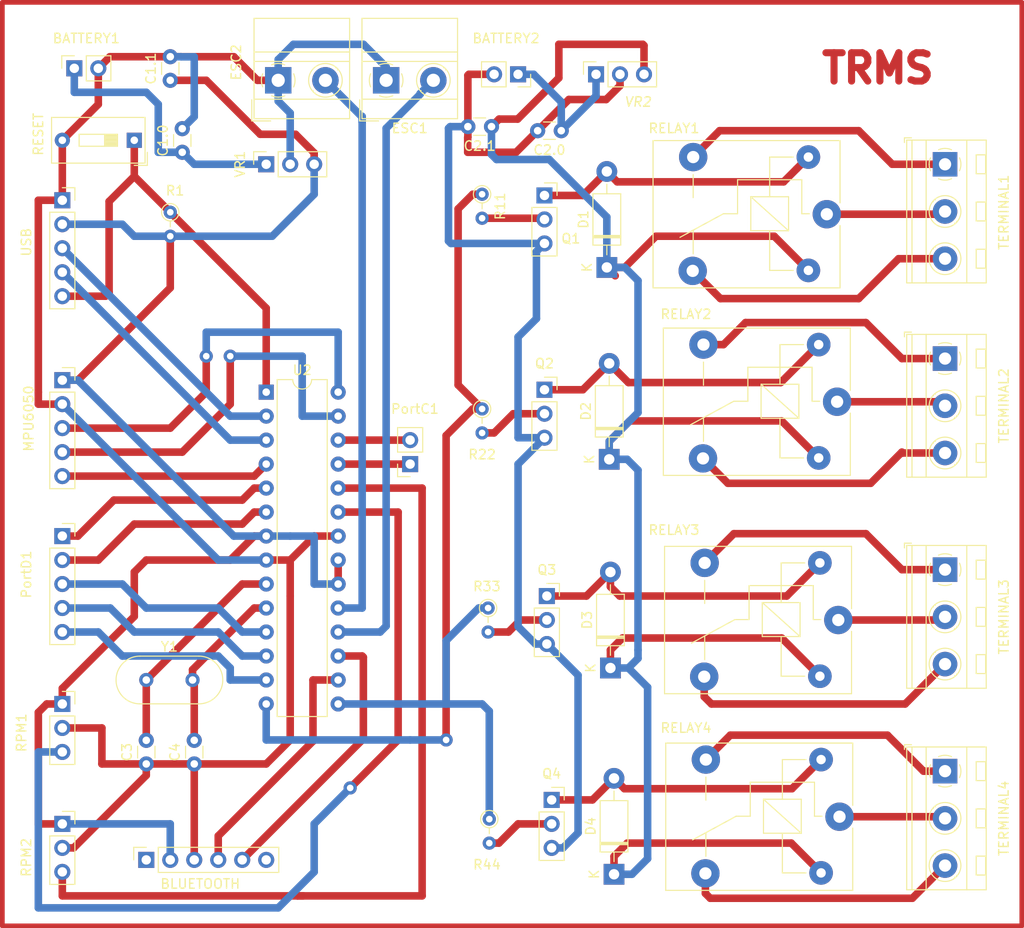
<source format=kicad_pcb>
(kicad_pcb (version 20171130) (host pcbnew "(5.0.0)")

  (general
    (thickness 1.6)
    (drawings 1)
    (tracks 372)
    (zones 0)
    (modules 43)
    (nets 52)
  )

  (page A4)
  (layers
    (0 F.Cu signal)
    (31 B.Cu signal)
    (32 B.Adhes user)
    (33 F.Adhes user)
    (34 B.Paste user)
    (35 F.Paste user)
    (36 B.SilkS user)
    (37 F.SilkS user)
    (38 B.Mask user)
    (39 F.Mask user)
    (40 Dwgs.User user)
    (41 Cmts.User user)
    (42 Eco1.User user)
    (43 Eco2.User user)
    (44 Edge.Cuts user)
    (45 Margin user)
    (46 B.CrtYd user)
    (47 F.CrtYd user)
    (48 B.Fab user)
    (49 F.Fab user)
  )

  (setup
    (last_trace_width 0.8)
    (trace_clearance 0.2)
    (zone_clearance 0.508)
    (zone_45_only no)
    (trace_min 0.2)
    (segment_width 0.2)
    (edge_width 0.15)
    (via_size 0.8)
    (via_drill 0.4)
    (via_min_size 0.4)
    (via_min_drill 0.3)
    (uvia_size 0.3)
    (uvia_drill 0.1)
    (uvias_allowed no)
    (uvia_min_size 0.2)
    (uvia_min_drill 0.1)
    (pcb_text_width 0.3)
    (pcb_text_size 1.5 1.5)
    (mod_edge_width 0.15)
    (mod_text_size 1 1)
    (mod_text_width 0.15)
    (pad_size 1.524 1.524)
    (pad_drill 0.762)
    (pad_to_mask_clearance 0.2)
    (aux_axis_origin 0 0)
    (visible_elements 7FFFFFFF)
    (pcbplotparams
      (layerselection 0x000c0_ffffffff)
      (usegerberextensions false)
      (usegerberattributes false)
      (usegerberadvancedattributes false)
      (creategerberjobfile false)
      (excludeedgelayer true)
      (linewidth 0.100000)
      (plotframeref false)
      (viasonmask false)
      (mode 1)
      (useauxorigin false)
      (hpglpennumber 1)
      (hpglpenspeed 20)
      (hpglpendiameter 15.000000)
      (psnegative false)
      (psa4output false)
      (plotreference true)
      (plotvalue true)
      (plotinvisibletext false)
      (padsonsilk false)
      (subtractmaskfromsilk false)
      (outputformat 1)
      (mirror false)
      (drillshape 0)
      (scaleselection 1)
      (outputdirectory "Final Gerber/"))
  )

  (net 0 "")
  (net 1 GND)
  (net 2 "Net-(BT1-Pad1)")
  (net 3 "Net-(BT2-Pad1)")
  (net 4 "Net-(BT2-Pad2)")
  (net 5 "Net-(.1-Pad2)")
  (net 6 "Net-(C2.1-Pad1)")
  (net 7 "Net-(C3-Pad2)")
  (net 8 "Net-(C4-Pad2)")
  (net 9 "Net-(D1-Pad2)")
  (net 10 "Net-(D2-Pad2)")
  (net 11 "Net-(D3-Pad2)")
  (net 12 "Net-(D4-Pad2)")
  (net 13 "Net-(J1-Pad3)")
  (net 14 "Net-(J2-Pad3)")
  (net 15 "Net-(J3-Pad2)")
  (net 16 "Net-(J4-Pad2)")
  (net 17 "Net-(J5-Pad1)")
  (net 18 "Net-(J5-Pad2)")
  (net 19 "Net-(J5-Pad3)")
  (net 20 "Net-(J6-Pad1)")
  (net 21 "Net-(J6-Pad4)")
  (net 22 "Net-(J6-Pad5)")
  (net 23 "Net-(J6-Pad6)")
  (net 24 "Net-(J7-Pad3)")
  (net 25 "Net-(J7-Pad2)")
  (net 26 "Net-(J7-Pad1)")
  (net 27 "Net-(J8-Pad1)")
  (net 28 "Net-(J8-Pad2)")
  (net 29 "Net-(J8-Pad3)")
  (net 30 "Net-(J9-Pad3)")
  (net 31 "Net-(J9-Pad2)")
  (net 32 "Net-(J9-Pad1)")
  (net 33 "Net-(MPU6050-Pad5)")
  (net 34 "Net-(MPU6050-Pad4)")
  (net 35 "Net-(MPU6050-Pad3)")
  (net 36 "Net-(PortC1-Pad1)")
  (net 37 "Net-(PortC1-Pad2)")
  (net 38 "Net-(PortD1-Pad1)")
  (net 39 "Net-(PortD1-Pad2)")
  (net 40 "Net-(PortD1-Pad3)")
  (net 41 "Net-(PortD1-Pad4)")
  (net 42 "Net-(PortD1-Pad5)")
  (net 43 "Net-(Q1-Pad2)")
  (net 44 "Net-(Q2-Pad2)")
  (net 45 "Net-(Q3-Pad2)")
  (net 46 "Net-(Q4-Pad2)")
  (net 47 "Net-(.1-Pad5)")
  (net 48 "Net-(R11-Pad1)")
  (net 49 "Net-(R33-Pad1)")
  (net 50 "Net-(.1-Pad3)")
  (net 51 "Net-(.1-Pad4)")

  (net_class Default "This is the default net class."
    (clearance 0.2)
    (trace_width 0.8)
    (via_dia 0.8)
    (via_drill 0.4)
    (uvia_dia 0.3)
    (uvia_drill 0.1)
    (add_net GND)
    (add_net "Net-(.1-Pad2)")
    (add_net "Net-(.1-Pad3)")
    (add_net "Net-(.1-Pad4)")
    (add_net "Net-(.1-Pad5)")
    (add_net "Net-(BT1-Pad1)")
    (add_net "Net-(BT2-Pad1)")
    (add_net "Net-(BT2-Pad2)")
    (add_net "Net-(C2.1-Pad1)")
    (add_net "Net-(C3-Pad2)")
    (add_net "Net-(C4-Pad2)")
    (add_net "Net-(D1-Pad2)")
    (add_net "Net-(D2-Pad2)")
    (add_net "Net-(D3-Pad2)")
    (add_net "Net-(D4-Pad2)")
    (add_net "Net-(J1-Pad3)")
    (add_net "Net-(J2-Pad3)")
    (add_net "Net-(J3-Pad2)")
    (add_net "Net-(J4-Pad2)")
    (add_net "Net-(J5-Pad1)")
    (add_net "Net-(J5-Pad2)")
    (add_net "Net-(J5-Pad3)")
    (add_net "Net-(J6-Pad1)")
    (add_net "Net-(J6-Pad4)")
    (add_net "Net-(J6-Pad5)")
    (add_net "Net-(J6-Pad6)")
    (add_net "Net-(J7-Pad1)")
    (add_net "Net-(J7-Pad2)")
    (add_net "Net-(J7-Pad3)")
    (add_net "Net-(J8-Pad1)")
    (add_net "Net-(J8-Pad2)")
    (add_net "Net-(J8-Pad3)")
    (add_net "Net-(J9-Pad1)")
    (add_net "Net-(J9-Pad2)")
    (add_net "Net-(J9-Pad3)")
    (add_net "Net-(MPU6050-Pad3)")
    (add_net "Net-(MPU6050-Pad4)")
    (add_net "Net-(MPU6050-Pad5)")
    (add_net "Net-(PortC1-Pad1)")
    (add_net "Net-(PortC1-Pad2)")
    (add_net "Net-(PortD1-Pad1)")
    (add_net "Net-(PortD1-Pad2)")
    (add_net "Net-(PortD1-Pad3)")
    (add_net "Net-(PortD1-Pad4)")
    (add_net "Net-(PortD1-Pad5)")
    (add_net "Net-(Q1-Pad2)")
    (add_net "Net-(Q2-Pad2)")
    (add_net "Net-(Q3-Pad2)")
    (add_net "Net-(Q4-Pad2)")
    (add_net "Net-(R11-Pad1)")
    (add_net "Net-(R33-Pad1)")
  )

  (module TerminalBlock_MetzConnect:TerminalBlock_MetzConnect_Type011_RT05502HBWC_1x02_P5.00mm_Horizontal (layer F.Cu) (tedit 5B294E99) (tstamp 5C00F9A2)
    (at 116.84 44.45)
    (descr "terminal block Metz Connect Type011_RT05502HBWC, 2 pins, pitch 5mm, size 10x10.5mm^2, drill diamater 1.4mm, pad diameter 2.8mm, see http://www.metz-connect.com/de/system/files/productfiles/Datenblatt_310111_RT055xxHBLC_OFF-022717S.pdf, script-generated using https://github.com/pointhi/kicad-footprint-generator/scripts/TerminalBlock_MetzConnect")
    (tags "THT terminal block Metz Connect Type011_RT05502HBWC pitch 5mm size 10x10.5mm^2 drill 1.4mm pad 2.8mm")
    (path /5BE6E640)
    (fp_text reference ESC1 (at 2.5 5.08) (layer F.SilkS)
      (effects (font (size 1 1) (thickness 0.15)))
    )
    (fp_text value ESC1 (at 2.5 5.06) (layer F.Fab)
      (effects (font (size 1 1) (thickness 0.15)))
    )
    (fp_text user %R (at 2.54 5.08) (layer F.Fab)
      (effects (font (size 1 1) (thickness 0.15)))
    )
    (fp_line (start 8 -7) (end -3 -7) (layer F.CrtYd) (width 0.05))
    (fp_line (start 8 4.5) (end 8 -7) (layer F.CrtYd) (width 0.05))
    (fp_line (start -3 4.5) (end 8 4.5) (layer F.CrtYd) (width 0.05))
    (fp_line (start -3 -7) (end -3 4.5) (layer F.CrtYd) (width 0.05))
    (fp_line (start -2.8 4.3) (end -0.8 4.3) (layer F.SilkS) (width 0.12))
    (fp_line (start -2.8 2.06) (end -2.8 4.3) (layer F.SilkS) (width 0.12))
    (fp_line (start 3.7 1.083) (end 3.65 1.133) (layer F.SilkS) (width 0.12))
    (fp_line (start 6.133 -1.35) (end 6.108 -1.326) (layer F.SilkS) (width 0.12))
    (fp_line (start 3.892 1.325) (end 3.868 1.35) (layer F.SilkS) (width 0.12))
    (fp_line (start 6.35 -1.133) (end 6.301 -1.083) (layer F.SilkS) (width 0.12))
    (fp_line (start 6.019 -1.214) (end 3.787 1.018) (layer F.Fab) (width 0.1))
    (fp_line (start 6.214 -1.019) (end 3.982 1.214) (layer F.Fab) (width 0.1))
    (fp_line (start 1.019 -1.214) (end -1.214 1.018) (layer F.Fab) (width 0.1))
    (fp_line (start 1.214 -1.019) (end -1.019 1.214) (layer F.Fab) (width 0.1))
    (fp_line (start 7.56 -6.56) (end 7.56 4.06) (layer F.SilkS) (width 0.12))
    (fp_line (start -2.56 -6.56) (end -2.56 4.06) (layer F.SilkS) (width 0.12))
    (fp_line (start -2.56 4.06) (end 7.56 4.06) (layer F.SilkS) (width 0.12))
    (fp_line (start -2.56 -6.56) (end 7.56 -6.56) (layer F.SilkS) (width 0.12))
    (fp_line (start -2.56 -3) (end 7.56 -3) (layer F.SilkS) (width 0.12))
    (fp_line (start -2.5 -3) (end 7.5 -3) (layer F.Fab) (width 0.1))
    (fp_line (start -2.56 -2) (end 7.56 -2) (layer F.SilkS) (width 0.12))
    (fp_line (start -2.5 -2) (end 7.5 -2) (layer F.Fab) (width 0.1))
    (fp_line (start -2.56 2) (end 7.56 2) (layer F.SilkS) (width 0.12))
    (fp_line (start -2.5 2) (end 7.5 2) (layer F.Fab) (width 0.1))
    (fp_line (start -2.5 2) (end -2.5 -6.5) (layer F.Fab) (width 0.1))
    (fp_line (start -0.5 4) (end -2.5 2) (layer F.Fab) (width 0.1))
    (fp_line (start 7.5 4) (end -0.5 4) (layer F.Fab) (width 0.1))
    (fp_line (start 7.5 -6.5) (end 7.5 4) (layer F.Fab) (width 0.1))
    (fp_line (start -2.5 -6.5) (end 7.5 -6.5) (layer F.Fab) (width 0.1))
    (fp_circle (center 5 0) (end 6.78 0) (layer F.SilkS) (width 0.12))
    (fp_circle (center 5 0) (end 6.6 0) (layer F.Fab) (width 0.1))
    (fp_circle (center 0 0) (end 1.6 0) (layer F.Fab) (width 0.1))
    (fp_arc (start 0 0) (end -0.696 1.639) (angle -24) (layer F.SilkS) (width 0.12))
    (fp_arc (start 0 0) (end -1.639 -0.696) (angle -46) (layer F.SilkS) (width 0.12))
    (fp_arc (start 0 0) (end 0.696 -1.639) (angle -46) (layer F.SilkS) (width 0.12))
    (fp_arc (start 0 0) (end 1.639 0.696) (angle -46) (layer F.SilkS) (width 0.12))
    (fp_arc (start 0 0) (end 0 1.78) (angle -23) (layer F.SilkS) (width 0.12))
    (pad 2 thru_hole circle (at 5 0) (size 2.8 2.8) (drill 1.4) (layers *.Cu *.Mask)
      (net 15 "Net-(J3-Pad2)"))
    (pad 1 thru_hole rect (at 0 0) (size 2.8 2.8) (drill 1.4) (layers *.Cu *.Mask)
      (net 1 GND))
    (model ${KISYS3DMOD}/TerminalBlock_MetzConnect.3dshapes/TerminalBlock_MetzConnect_Type011_RT05502HBWC_1x02_P5.00mm_Horizontal.wrl
      (at (xyz 0 0 0))
      (scale (xyz 1 1 1))
      (rotate (xyz 0 0 0))
    )
  )

  (module TerminalBlock_MetzConnect:TerminalBlock_MetzConnect_Type011_RT05502HBWC_1x02_P5.00mm_Horizontal (layer F.Cu) (tedit 5B294E99) (tstamp 5C00F9D8)
    (at 105.41 44.45)
    (descr "terminal block Metz Connect Type011_RT05502HBWC, 2 pins, pitch 5mm, size 10x10.5mm^2, drill diamater 1.4mm, pad diameter 2.8mm, see http://www.metz-connect.com/de/system/files/productfiles/Datenblatt_310111_RT055xxHBLC_OFF-022717S.pdf, script-generated using https://github.com/pointhi/kicad-footprint-generator/scripts/TerminalBlock_MetzConnect")
    (tags "THT terminal block Metz Connect Type011_RT05502HBWC pitch 5mm size 10x10.5mm^2 drill 1.4mm pad 2.8mm")
    (path /5BE8A4C2)
    (fp_text reference ESC2 (at -4.445 -1.905 90) (layer F.SilkS)
      (effects (font (size 1 1) (thickness 0.15)))
    )
    (fp_text value ESC2 (at 2.5 5.06) (layer F.Fab)
      (effects (font (size 1 1) (thickness 0.15)))
    )
    (fp_text user %R (at 2.54 5.08) (layer F.Fab)
      (effects (font (size 1 1) (thickness 0.15)))
    )
    (fp_line (start 8 -7) (end -3 -7) (layer F.CrtYd) (width 0.05))
    (fp_line (start 8 4.5) (end 8 -7) (layer F.CrtYd) (width 0.05))
    (fp_line (start -3 4.5) (end 8 4.5) (layer F.CrtYd) (width 0.05))
    (fp_line (start -3 -7) (end -3 4.5) (layer F.CrtYd) (width 0.05))
    (fp_line (start -2.8 4.3) (end -0.8 4.3) (layer F.SilkS) (width 0.12))
    (fp_line (start -2.8 2.06) (end -2.8 4.3) (layer F.SilkS) (width 0.12))
    (fp_line (start 3.7 1.083) (end 3.65 1.133) (layer F.SilkS) (width 0.12))
    (fp_line (start 6.133 -1.35) (end 6.108 -1.326) (layer F.SilkS) (width 0.12))
    (fp_line (start 3.892 1.325) (end 3.868 1.35) (layer F.SilkS) (width 0.12))
    (fp_line (start 6.35 -1.133) (end 6.301 -1.083) (layer F.SilkS) (width 0.12))
    (fp_line (start 6.019 -1.214) (end 3.787 1.018) (layer F.Fab) (width 0.1))
    (fp_line (start 6.214 -1.019) (end 3.982 1.214) (layer F.Fab) (width 0.1))
    (fp_line (start 1.019 -1.214) (end -1.214 1.018) (layer F.Fab) (width 0.1))
    (fp_line (start 1.214 -1.019) (end -1.019 1.214) (layer F.Fab) (width 0.1))
    (fp_line (start 7.56 -6.56) (end 7.56 4.06) (layer F.SilkS) (width 0.12))
    (fp_line (start -2.56 -6.56) (end -2.56 4.06) (layer F.SilkS) (width 0.12))
    (fp_line (start -2.56 4.06) (end 7.56 4.06) (layer F.SilkS) (width 0.12))
    (fp_line (start -2.56 -6.56) (end 7.56 -6.56) (layer F.SilkS) (width 0.12))
    (fp_line (start -2.56 -3) (end 7.56 -3) (layer F.SilkS) (width 0.12))
    (fp_line (start -2.5 -3) (end 7.5 -3) (layer F.Fab) (width 0.1))
    (fp_line (start -2.56 -2) (end 7.56 -2) (layer F.SilkS) (width 0.12))
    (fp_line (start -2.5 -2) (end 7.5 -2) (layer F.Fab) (width 0.1))
    (fp_line (start -2.56 2) (end 7.56 2) (layer F.SilkS) (width 0.12))
    (fp_line (start -2.5 2) (end 7.5 2) (layer F.Fab) (width 0.1))
    (fp_line (start -2.5 2) (end -2.5 -6.5) (layer F.Fab) (width 0.1))
    (fp_line (start -0.5 4) (end -2.5 2) (layer F.Fab) (width 0.1))
    (fp_line (start 7.5 4) (end -0.5 4) (layer F.Fab) (width 0.1))
    (fp_line (start 7.5 -6.5) (end 7.5 4) (layer F.Fab) (width 0.1))
    (fp_line (start -2.5 -6.5) (end 7.5 -6.5) (layer F.Fab) (width 0.1))
    (fp_circle (center 5 0) (end 6.78 0) (layer F.SilkS) (width 0.12))
    (fp_circle (center 5 0) (end 6.6 0) (layer F.Fab) (width 0.1))
    (fp_circle (center 0 0) (end 1.6 0) (layer F.Fab) (width 0.1))
    (fp_arc (start 0 0) (end -0.696 1.639) (angle -24) (layer F.SilkS) (width 0.12))
    (fp_arc (start 0 0) (end -1.639 -0.696) (angle -46) (layer F.SilkS) (width 0.12))
    (fp_arc (start 0 0) (end 0.696 -1.639) (angle -46) (layer F.SilkS) (width 0.12))
    (fp_arc (start 0 0) (end 1.639 0.696) (angle -46) (layer F.SilkS) (width 0.12))
    (fp_arc (start 0 0) (end 0 1.78) (angle -23) (layer F.SilkS) (width 0.12))
    (pad 2 thru_hole circle (at 5 0) (size 2.8 2.8) (drill 1.4) (layers *.Cu *.Mask)
      (net 16 "Net-(J4-Pad2)"))
    (pad 1 thru_hole rect (at 0 0) (size 2.8 2.8) (drill 1.4) (layers *.Cu *.Mask)
      (net 1 GND))
    (model ${KISYS3DMOD}/TerminalBlock_MetzConnect.3dshapes/TerminalBlock_MetzConnect_Type011_RT05502HBWC_1x02_P5.00mm_Horizontal.wrl
      (at (xyz 0 0 0))
      (scale (xyz 1 1 1))
      (rotate (xyz 0 0 0))
    )
  )

  (module Connector_PinSocket_2.54mm:PinSocket_1x03_P2.54mm_Vertical (layer F.Cu) (tedit 5A19A429) (tstamp 5C2DA432)
    (at 134.366 120.65)
    (descr "Through hole straight socket strip, 1x03, 2.54mm pitch, single row (from Kicad 4.0.7), script generated")
    (tags "Through hole socket strip THT 1x03 2.54mm single row")
    (path /5C2CDE06)
    (fp_text reference Q4 (at 0 -2.77) (layer F.SilkS)
      (effects (font (size 1 1) (thickness 0.15)))
    )
    (fp_text value BC547 (at 0 7.85) (layer F.Fab)
      (effects (font (size 1 1) (thickness 0.15)))
    )
    (fp_text user %R (at 0 2.54 90) (layer F.Fab)
      (effects (font (size 1 1) (thickness 0.15)))
    )
    (fp_line (start -1.8 6.85) (end -1.8 -1.8) (layer F.CrtYd) (width 0.05))
    (fp_line (start 1.75 6.85) (end -1.8 6.85) (layer F.CrtYd) (width 0.05))
    (fp_line (start 1.75 -1.8) (end 1.75 6.85) (layer F.CrtYd) (width 0.05))
    (fp_line (start -1.8 -1.8) (end 1.75 -1.8) (layer F.CrtYd) (width 0.05))
    (fp_line (start 0 -1.33) (end 1.33 -1.33) (layer F.SilkS) (width 0.12))
    (fp_line (start 1.33 -1.33) (end 1.33 0) (layer F.SilkS) (width 0.12))
    (fp_line (start 1.33 1.27) (end 1.33 6.41) (layer F.SilkS) (width 0.12))
    (fp_line (start -1.33 6.41) (end 1.33 6.41) (layer F.SilkS) (width 0.12))
    (fp_line (start -1.33 1.27) (end -1.33 6.41) (layer F.SilkS) (width 0.12))
    (fp_line (start -1.33 1.27) (end 1.33 1.27) (layer F.SilkS) (width 0.12))
    (fp_line (start -1.27 6.35) (end -1.27 -1.27) (layer F.Fab) (width 0.1))
    (fp_line (start 1.27 6.35) (end -1.27 6.35) (layer F.Fab) (width 0.1))
    (fp_line (start 1.27 -0.635) (end 1.27 6.35) (layer F.Fab) (width 0.1))
    (fp_line (start 0.635 -1.27) (end 1.27 -0.635) (layer F.Fab) (width 0.1))
    (fp_line (start -1.27 -1.27) (end 0.635 -1.27) (layer F.Fab) (width 0.1))
    (pad 3 thru_hole oval (at 0 5.08) (size 1.7 1.7) (drill 1) (layers *.Cu *.Mask)
      (net 4 "Net-(BT2-Pad2)"))
    (pad 2 thru_hole oval (at 0 2.54) (size 1.7 1.7) (drill 1) (layers *.Cu *.Mask)
      (net 46 "Net-(Q4-Pad2)"))
    (pad 1 thru_hole rect (at 0 0) (size 1.7 1.7) (drill 1) (layers *.Cu *.Mask)
      (net 12 "Net-(D4-Pad2)"))
    (model ${KISYS3DMOD}/Connector_PinSocket_2.54mm.3dshapes/PinSocket_1x03_P2.54mm_Vertical.wrl
      (at (xyz 0 0 0))
      (scale (xyz 1 1 1))
      (rotate (xyz 0 0 0))
    )
  )

  (module Connector_PinSocket_2.54mm:PinSocket_1x03_P2.54mm_Vertical (layer F.Cu) (tedit 5A19A429) (tstamp 5C2DA420)
    (at 133.858 99.06)
    (descr "Through hole straight socket strip, 1x03, 2.54mm pitch, single row (from Kicad 4.0.7), script generated")
    (tags "Through hole socket strip THT 1x03 2.54mm single row")
    (path /5C2765F6)
    (fp_text reference Q3 (at 0 -2.77) (layer F.SilkS)
      (effects (font (size 1 1) (thickness 0.15)))
    )
    (fp_text value BC547 (at 0 7.85) (layer F.Fab)
      (effects (font (size 1 1) (thickness 0.15)))
    )
    (fp_text user %R (at 0 2.54 90) (layer F.Fab)
      (effects (font (size 1 1) (thickness 0.15)))
    )
    (fp_line (start -1.8 6.85) (end -1.8 -1.8) (layer F.CrtYd) (width 0.05))
    (fp_line (start 1.75 6.85) (end -1.8 6.85) (layer F.CrtYd) (width 0.05))
    (fp_line (start 1.75 -1.8) (end 1.75 6.85) (layer F.CrtYd) (width 0.05))
    (fp_line (start -1.8 -1.8) (end 1.75 -1.8) (layer F.CrtYd) (width 0.05))
    (fp_line (start 0 -1.33) (end 1.33 -1.33) (layer F.SilkS) (width 0.12))
    (fp_line (start 1.33 -1.33) (end 1.33 0) (layer F.SilkS) (width 0.12))
    (fp_line (start 1.33 1.27) (end 1.33 6.41) (layer F.SilkS) (width 0.12))
    (fp_line (start -1.33 6.41) (end 1.33 6.41) (layer F.SilkS) (width 0.12))
    (fp_line (start -1.33 1.27) (end -1.33 6.41) (layer F.SilkS) (width 0.12))
    (fp_line (start -1.33 1.27) (end 1.33 1.27) (layer F.SilkS) (width 0.12))
    (fp_line (start -1.27 6.35) (end -1.27 -1.27) (layer F.Fab) (width 0.1))
    (fp_line (start 1.27 6.35) (end -1.27 6.35) (layer F.Fab) (width 0.1))
    (fp_line (start 1.27 -0.635) (end 1.27 6.35) (layer F.Fab) (width 0.1))
    (fp_line (start 0.635 -1.27) (end 1.27 -0.635) (layer F.Fab) (width 0.1))
    (fp_line (start -1.27 -1.27) (end 0.635 -1.27) (layer F.Fab) (width 0.1))
    (pad 3 thru_hole oval (at 0 5.08) (size 1.7 1.7) (drill 1) (layers *.Cu *.Mask)
      (net 4 "Net-(BT2-Pad2)"))
    (pad 2 thru_hole oval (at 0 2.54) (size 1.7 1.7) (drill 1) (layers *.Cu *.Mask)
      (net 45 "Net-(Q3-Pad2)"))
    (pad 1 thru_hole rect (at 0 0) (size 1.7 1.7) (drill 1) (layers *.Cu *.Mask)
      (net 11 "Net-(D3-Pad2)"))
    (model ${KISYS3DMOD}/Connector_PinSocket_2.54mm.3dshapes/PinSocket_1x03_P2.54mm_Vertical.wrl
      (at (xyz 0 0 0))
      (scale (xyz 1 1 1))
      (rotate (xyz 0 0 0))
    )
  )

  (module Connector_PinSocket_2.54mm:PinSocket_1x03_P2.54mm_Vertical (layer F.Cu) (tedit 5A19A429) (tstamp 5C2DA40E)
    (at 133.604 77.216)
    (descr "Through hole straight socket strip, 1x03, 2.54mm pitch, single row (from Kicad 4.0.7), script generated")
    (tags "Through hole socket strip THT 1x03 2.54mm single row")
    (path /5C1FE2BD)
    (fp_text reference Q2 (at 0 -2.77) (layer F.SilkS)
      (effects (font (size 1 1) (thickness 0.15)))
    )
    (fp_text value BC547 (at 0 7.85) (layer F.Fab)
      (effects (font (size 1 1) (thickness 0.15)))
    )
    (fp_text user %R (at 0 2.54 90) (layer F.Fab)
      (effects (font (size 1 1) (thickness 0.15)))
    )
    (fp_line (start -1.8 6.85) (end -1.8 -1.8) (layer F.CrtYd) (width 0.05))
    (fp_line (start 1.75 6.85) (end -1.8 6.85) (layer F.CrtYd) (width 0.05))
    (fp_line (start 1.75 -1.8) (end 1.75 6.85) (layer F.CrtYd) (width 0.05))
    (fp_line (start -1.8 -1.8) (end 1.75 -1.8) (layer F.CrtYd) (width 0.05))
    (fp_line (start 0 -1.33) (end 1.33 -1.33) (layer F.SilkS) (width 0.12))
    (fp_line (start 1.33 -1.33) (end 1.33 0) (layer F.SilkS) (width 0.12))
    (fp_line (start 1.33 1.27) (end 1.33 6.41) (layer F.SilkS) (width 0.12))
    (fp_line (start -1.33 6.41) (end 1.33 6.41) (layer F.SilkS) (width 0.12))
    (fp_line (start -1.33 1.27) (end -1.33 6.41) (layer F.SilkS) (width 0.12))
    (fp_line (start -1.33 1.27) (end 1.33 1.27) (layer F.SilkS) (width 0.12))
    (fp_line (start -1.27 6.35) (end -1.27 -1.27) (layer F.Fab) (width 0.1))
    (fp_line (start 1.27 6.35) (end -1.27 6.35) (layer F.Fab) (width 0.1))
    (fp_line (start 1.27 -0.635) (end 1.27 6.35) (layer F.Fab) (width 0.1))
    (fp_line (start 0.635 -1.27) (end 1.27 -0.635) (layer F.Fab) (width 0.1))
    (fp_line (start -1.27 -1.27) (end 0.635 -1.27) (layer F.Fab) (width 0.1))
    (pad 3 thru_hole oval (at 0 5.08) (size 1.7 1.7) (drill 1) (layers *.Cu *.Mask)
      (net 4 "Net-(BT2-Pad2)"))
    (pad 2 thru_hole oval (at 0 2.54) (size 1.7 1.7) (drill 1) (layers *.Cu *.Mask)
      (net 44 "Net-(Q2-Pad2)"))
    (pad 1 thru_hole rect (at 0 0) (size 1.7 1.7) (drill 1) (layers *.Cu *.Mask)
      (net 10 "Net-(D2-Pad2)"))
    (model ${KISYS3DMOD}/Connector_PinSocket_2.54mm.3dshapes/PinSocket_1x03_P2.54mm_Vertical.wrl
      (at (xyz 0 0 0))
      (scale (xyz 1 1 1))
      (rotate (xyz 0 0 0))
    )
  )

  (module Connector_PinSocket_2.54mm:PinSocket_1x03_P2.54mm_Vertical (layer F.Cu) (tedit 5A19A429) (tstamp 5C2DA3FC)
    (at 133.604 56.642)
    (descr "Through hole straight socket strip, 1x03, 2.54mm pitch, single row (from Kicad 4.0.7), script generated")
    (tags "Through hole socket strip THT 1x03 2.54mm single row")
    (path /5C076B77)
    (fp_text reference Q1 (at 2.794 4.572) (layer F.SilkS)
      (effects (font (size 1 1) (thickness 0.15)))
    )
    (fp_text value BC547 (at 0 7.85) (layer F.Fab)
      (effects (font (size 1 1) (thickness 0.15)))
    )
    (fp_text user %R (at 0 2.54 90) (layer F.Fab)
      (effects (font (size 1 1) (thickness 0.15)))
    )
    (fp_line (start -1.8 6.85) (end -1.8 -1.8) (layer F.CrtYd) (width 0.05))
    (fp_line (start 1.75 6.85) (end -1.8 6.85) (layer F.CrtYd) (width 0.05))
    (fp_line (start 1.75 -1.8) (end 1.75 6.85) (layer F.CrtYd) (width 0.05))
    (fp_line (start -1.8 -1.8) (end 1.75 -1.8) (layer F.CrtYd) (width 0.05))
    (fp_line (start 0 -1.33) (end 1.33 -1.33) (layer F.SilkS) (width 0.12))
    (fp_line (start 1.33 -1.33) (end 1.33 0) (layer F.SilkS) (width 0.12))
    (fp_line (start 1.33 1.27) (end 1.33 6.41) (layer F.SilkS) (width 0.12))
    (fp_line (start -1.33 6.41) (end 1.33 6.41) (layer F.SilkS) (width 0.12))
    (fp_line (start -1.33 1.27) (end -1.33 6.41) (layer F.SilkS) (width 0.12))
    (fp_line (start -1.33 1.27) (end 1.33 1.27) (layer F.SilkS) (width 0.12))
    (fp_line (start -1.27 6.35) (end -1.27 -1.27) (layer F.Fab) (width 0.1))
    (fp_line (start 1.27 6.35) (end -1.27 6.35) (layer F.Fab) (width 0.1))
    (fp_line (start 1.27 -0.635) (end 1.27 6.35) (layer F.Fab) (width 0.1))
    (fp_line (start 0.635 -1.27) (end 1.27 -0.635) (layer F.Fab) (width 0.1))
    (fp_line (start -1.27 -1.27) (end 0.635 -1.27) (layer F.Fab) (width 0.1))
    (pad 3 thru_hole oval (at 0 5.08) (size 1.7 1.7) (drill 1) (layers *.Cu *.Mask)
      (net 4 "Net-(BT2-Pad2)"))
    (pad 2 thru_hole oval (at 0 2.54) (size 1.7 1.7) (drill 1) (layers *.Cu *.Mask)
      (net 43 "Net-(Q1-Pad2)"))
    (pad 1 thru_hole rect (at 0 0) (size 1.7 1.7) (drill 1) (layers *.Cu *.Mask)
      (net 9 "Net-(D1-Pad2)"))
    (model ${KISYS3DMOD}/Connector_PinSocket_2.54mm.3dshapes/PinSocket_1x03_P2.54mm_Vertical.wrl
      (at (xyz 0 0 0))
      (scale (xyz 1 1 1))
      (rotate (xyz 0 0 0))
    )
  )

  (module Connector_PinSocket_2.54mm:PinSocket_1x03_P2.54mm_Vertical (layer F.Cu) (tedit 5C2D9FCD) (tstamp 5C2DA47A)
    (at 139.065 43.815 90)
    (descr "Through hole straight socket strip, 1x03, 2.54mm pitch, single row (from Kicad 4.0.7), script generated")
    (tags "Through hole socket strip THT 1x03 2.54mm single row")
    (path /5C0005B3)
    (fp_text reference VR2 (at -2.921 4.445 180) (layer F.SilkS)
      (effects (font (size 1 1) (thickness 0.15) italic))
    )
    (fp_text value L7805 (at 0 7.85 90) (layer F.Fab)
      (effects (font (size 1 1) (thickness 0.15)))
    )
    (fp_text user %R (at 0 2.54 180) (layer F.Fab)
      (effects (font (size 1 1) (thickness 0.15)))
    )
    (fp_line (start -1.8 6.85) (end -1.8 -1.8) (layer F.CrtYd) (width 0.05))
    (fp_line (start 1.75 6.85) (end -1.8 6.85) (layer F.CrtYd) (width 0.05))
    (fp_line (start 1.75 -1.8) (end 1.75 6.85) (layer F.CrtYd) (width 0.05))
    (fp_line (start -1.8 -1.8) (end 1.75 -1.8) (layer F.CrtYd) (width 0.05))
    (fp_line (start 0 -1.33) (end 1.33 -1.33) (layer F.SilkS) (width 0.12))
    (fp_line (start 1.33 -1.33) (end 1.33 0) (layer F.SilkS) (width 0.12))
    (fp_line (start 1.33 1.27) (end 1.33 6.41) (layer F.SilkS) (width 0.12))
    (fp_line (start -1.33 6.41) (end 1.33 6.41) (layer F.SilkS) (width 0.12))
    (fp_line (start -1.33 1.27) (end -1.33 6.41) (layer F.SilkS) (width 0.12))
    (fp_line (start -1.33 1.27) (end 1.33 1.27) (layer F.SilkS) (width 0.12))
    (fp_line (start -1.27 6.35) (end -1.27 -1.27) (layer F.Fab) (width 0.1))
    (fp_line (start 1.27 6.35) (end -1.27 6.35) (layer F.Fab) (width 0.1))
    (fp_line (start 1.27 -0.635) (end 1.27 6.35) (layer F.Fab) (width 0.1))
    (fp_line (start 0.635 -1.27) (end 1.27 -0.635) (layer F.Fab) (width 0.1))
    (fp_line (start -1.27 -1.27) (end 0.635 -1.27) (layer F.Fab) (width 0.1))
    (pad 3 thru_hole oval (at 0 5.08 90) (size 1.7 1.7) (drill 1) (layers *.Cu *.Mask)
      (net 6 "Net-(C2.1-Pad1)"))
    (pad 2 thru_hole oval (at 0 2.54 90) (size 1.7 1.7) (drill 1) (layers *.Cu *.Mask)
      (net 4 "Net-(BT2-Pad2)"))
    (pad 1 thru_hole rect (at 0 0 90) (size 1.7 1.7) (drill 1) (layers *.Cu *.Mask)
      (net 3 "Net-(BT2-Pad1)"))
    (model ${KISYS3DMOD}/Connector_PinSocket_2.54mm.3dshapes/PinSocket_1x03_P2.54mm_Vertical.wrl
      (at (xyz 0 0 0))
      (scale (xyz 1 1 1))
      (rotate (xyz 0 0 0))
    )
  )

  (module Connector_PinSocket_2.54mm:PinSocket_1x03_P2.54mm_Vertical (layer F.Cu) (tedit 5C2D9FD3) (tstamp 5C00FDF4)
    (at 104.14 53.34 90)
    (descr "Through hole straight socket strip, 1x03, 2.54mm pitch, single row (from Kicad 4.0.7), script generated")
    (tags "Through hole socket strip THT 1x03 2.54mm single row")
    (path /5B7677C9)
    (fp_text reference VR1 (at 0 -2.77 90) (layer F.SilkS)
      (effects (font (size 1 1) (thickness 0.15)))
    )
    (fp_text value L7805 (at 0 7.85 90) (layer F.Fab)
      (effects (font (size 1 1) (thickness 0.15)))
    )
    (fp_text user %R (at 0 2.54 180) (layer F.Fab)
      (effects (font (size 1 1) (thickness 0.15)))
    )
    (fp_line (start -1.8 6.85) (end -1.8 -1.8) (layer F.CrtYd) (width 0.05))
    (fp_line (start 1.75 6.85) (end -1.8 6.85) (layer F.CrtYd) (width 0.05))
    (fp_line (start 1.75 -1.8) (end 1.75 6.85) (layer F.CrtYd) (width 0.05))
    (fp_line (start -1.8 -1.8) (end 1.75 -1.8) (layer F.CrtYd) (width 0.05))
    (fp_line (start 0 -1.33) (end 1.33 -1.33) (layer F.SilkS) (width 0.12))
    (fp_line (start 1.33 -1.33) (end 1.33 0) (layer F.SilkS) (width 0.12))
    (fp_line (start 1.33 1.27) (end 1.33 6.41) (layer F.SilkS) (width 0.12))
    (fp_line (start -1.33 6.41) (end 1.33 6.41) (layer F.SilkS) (width 0.12))
    (fp_line (start -1.33 1.27) (end -1.33 6.41) (layer F.SilkS) (width 0.12))
    (fp_line (start -1.33 1.27) (end 1.33 1.27) (layer F.SilkS) (width 0.12))
    (fp_line (start -1.27 6.35) (end -1.27 -1.27) (layer F.Fab) (width 0.1))
    (fp_line (start 1.27 6.35) (end -1.27 6.35) (layer F.Fab) (width 0.1))
    (fp_line (start 1.27 -0.635) (end 1.27 6.35) (layer F.Fab) (width 0.1))
    (fp_line (start 0.635 -1.27) (end 1.27 -0.635) (layer F.Fab) (width 0.1))
    (fp_line (start -1.27 -1.27) (end 0.635 -1.27) (layer F.Fab) (width 0.1))
    (pad 3 thru_hole oval (at 0 5.08 90) (size 1.7 1.7) (drill 1) (layers *.Cu *.Mask)
      (net 5 "Net-(.1-Pad2)"))
    (pad 2 thru_hole oval (at 0 2.54 90) (size 1.7 1.7) (drill 1) (layers *.Cu *.Mask)
      (net 1 GND))
    (pad 1 thru_hole rect (at 0 0 90) (size 1.7 1.7) (drill 1) (layers *.Cu *.Mask)
      (net 2 "Net-(BT1-Pad1)"))
    (model ${KISYS3DMOD}/Connector_PinSocket_2.54mm.3dshapes/PinSocket_1x03_P2.54mm_Vertical.wrl
      (at (xyz 0 0 0))
      (scale (xyz 1 1 1))
      (rotate (xyz 0 0 0))
    )
  )

  (module Connector_PinSocket_2.54mm:PinSocket_1x03_P2.54mm_Vertical (layer F.Cu) (tedit 5C2DA08C) (tstamp 5C024ECA)
    (at 82.55 110.49)
    (descr "Through hole straight socket strip, 1x03, 2.54mm pitch, single row (from Kicad 4.0.7), script generated")
    (tags "Through hole socket strip THT 1x03 2.54mm single row")
    (path /5B77CC41)
    (fp_text reference RPM1 (at -4.318 3.048 90) (layer F.SilkS)
      (effects (font (size 1 1) (thickness 0.15)))
    )
    (fp_text value j1 (at 2.54 0.762 90) (layer F.Fab)
      (effects (font (size 1 1) (thickness 0.15)))
    )
    (fp_text user %R (at 0 2.54 90) (layer F.Fab)
      (effects (font (size 1 1) (thickness 0.15)))
    )
    (fp_line (start -1.8 6.85) (end -1.8 -1.8) (layer F.CrtYd) (width 0.05))
    (fp_line (start 1.75 6.85) (end -1.8 6.85) (layer F.CrtYd) (width 0.05))
    (fp_line (start 1.75 -1.8) (end 1.75 6.85) (layer F.CrtYd) (width 0.05))
    (fp_line (start -1.8 -1.8) (end 1.75 -1.8) (layer F.CrtYd) (width 0.05))
    (fp_line (start 0 -1.33) (end 1.33 -1.33) (layer F.SilkS) (width 0.12))
    (fp_line (start 1.33 -1.33) (end 1.33 0) (layer F.SilkS) (width 0.12))
    (fp_line (start 1.33 1.27) (end 1.33 6.41) (layer F.SilkS) (width 0.12))
    (fp_line (start -1.33 6.41) (end 1.33 6.41) (layer F.SilkS) (width 0.12))
    (fp_line (start -1.33 1.27) (end -1.33 6.41) (layer F.SilkS) (width 0.12))
    (fp_line (start -1.33 1.27) (end 1.33 1.27) (layer F.SilkS) (width 0.12))
    (fp_line (start -1.27 6.35) (end -1.27 -1.27) (layer F.Fab) (width 0.1))
    (fp_line (start 1.27 6.35) (end -1.27 6.35) (layer F.Fab) (width 0.1))
    (fp_line (start 1.27 -0.635) (end 1.27 6.35) (layer F.Fab) (width 0.1))
    (fp_line (start 0.635 -1.27) (end 1.27 -0.635) (layer F.Fab) (width 0.1))
    (fp_line (start -1.27 -1.27) (end 0.635 -1.27) (layer F.Fab) (width 0.1))
    (pad 3 thru_hole oval (at 0 5.08) (size 1.7 1.7) (drill 1) (layers *.Cu *.Mask)
      (net 13 "Net-(J1-Pad3)"))
    (pad 2 thru_hole oval (at 0 2.54) (size 1.7 1.7) (drill 1) (layers *.Cu *.Mask)
      (net 1 GND))
    (pad 1 thru_hole rect (at 0 0) (size 1.7 1.7) (drill 1) (layers *.Cu *.Mask)
      (net 5 "Net-(.1-Pad2)"))
    (model ${KISYS3DMOD}/Connector_PinSocket_2.54mm.3dshapes/PinSocket_1x03_P2.54mm_Vertical.wrl
      (at (xyz 0 0 0))
      (scale (xyz 1 1 1))
      (rotate (xyz 0 0 0))
    )
  )

  (module Connector_PinSocket_2.54mm:PinSocket_1x02_P2.54mm_Vertical (layer F.Cu) (tedit 5A19A420) (tstamp 5C02123F)
    (at 119.38 85.09 180)
    (descr "Through hole straight socket strip, 1x02, 2.54mm pitch, single row (from Kicad 4.0.7), script generated")
    (tags "Through hole socket strip THT 1x02 2.54mm single row")
    (path /5BF25938)
    (fp_text reference PortC1 (at -0.508 5.842 180) (layer F.SilkS)
      (effects (font (size 1 1) (thickness 0.15)))
    )
    (fp_text value _ (at 0 5.31 180) (layer F.Fab)
      (effects (font (size 1 1) (thickness 0.15)))
    )
    (fp_text user %R (at 0 1.27 270) (layer F.Fab)
      (effects (font (size 1 1) (thickness 0.15)))
    )
    (fp_line (start -1.8 4.3) (end -1.8 -1.8) (layer F.CrtYd) (width 0.05))
    (fp_line (start 1.75 4.3) (end -1.8 4.3) (layer F.CrtYd) (width 0.05))
    (fp_line (start 1.75 -1.8) (end 1.75 4.3) (layer F.CrtYd) (width 0.05))
    (fp_line (start -1.8 -1.8) (end 1.75 -1.8) (layer F.CrtYd) (width 0.05))
    (fp_line (start 0 -1.33) (end 1.33 -1.33) (layer F.SilkS) (width 0.12))
    (fp_line (start 1.33 -1.33) (end 1.33 0) (layer F.SilkS) (width 0.12))
    (fp_line (start 1.33 1.27) (end 1.33 3.87) (layer F.SilkS) (width 0.12))
    (fp_line (start -1.33 3.87) (end 1.33 3.87) (layer F.SilkS) (width 0.12))
    (fp_line (start -1.33 1.27) (end -1.33 3.87) (layer F.SilkS) (width 0.12))
    (fp_line (start -1.33 1.27) (end 1.33 1.27) (layer F.SilkS) (width 0.12))
    (fp_line (start -1.27 3.81) (end -1.27 -1.27) (layer F.Fab) (width 0.1))
    (fp_line (start 1.27 3.81) (end -1.27 3.81) (layer F.Fab) (width 0.1))
    (fp_line (start 1.27 -0.635) (end 1.27 3.81) (layer F.Fab) (width 0.1))
    (fp_line (start 0.635 -1.27) (end 1.27 -0.635) (layer F.Fab) (width 0.1))
    (fp_line (start -1.27 -1.27) (end 0.635 -1.27) (layer F.Fab) (width 0.1))
    (pad 2 thru_hole oval (at 0 2.54 180) (size 1.7 1.7) (drill 1) (layers *.Cu *.Mask)
      (net 37 "Net-(PortC1-Pad2)"))
    (pad 1 thru_hole rect (at 0 0 180) (size 1.7 1.7) (drill 1) (layers *.Cu *.Mask)
      (net 36 "Net-(PortC1-Pad1)"))
    (model ${KISYS3DMOD}/Connector_PinSocket_2.54mm.3dshapes/PinSocket_1x02_P2.54mm_Vertical.wrl
      (at (xyz 0 0 0))
      (scale (xyz 1 1 1))
      (rotate (xyz 0 0 0))
    )
  )

  (module Connector_PinSocket_2.54mm:PinSocket_1x05_P2.54mm_Vertical (layer F.Cu) (tedit 5A19A420) (tstamp 5C02175C)
    (at 82.55 92.71)
    (descr "Through hole straight socket strip, 1x05, 2.54mm pitch, single row (from Kicad 4.0.7), script generated")
    (tags "Through hole socket strip THT 1x05 2.54mm single row")
    (path /5BF08E36)
    (fp_text reference PortD1 (at -3.81 4.064 90) (layer F.SilkS)
      (effects (font (size 1 1) (thickness 0.15)))
    )
    (fp_text value _ (at 0 12.93) (layer F.Fab)
      (effects (font (size 1 1) (thickness 0.15)))
    )
    (fp_text user %R (at 0 5.08 90) (layer F.Fab)
      (effects (font (size 1 1) (thickness 0.15)))
    )
    (fp_line (start -1.8 11.9) (end -1.8 -1.8) (layer F.CrtYd) (width 0.05))
    (fp_line (start 1.75 11.9) (end -1.8 11.9) (layer F.CrtYd) (width 0.05))
    (fp_line (start 1.75 -1.8) (end 1.75 11.9) (layer F.CrtYd) (width 0.05))
    (fp_line (start -1.8 -1.8) (end 1.75 -1.8) (layer F.CrtYd) (width 0.05))
    (fp_line (start 0 -1.33) (end 1.33 -1.33) (layer F.SilkS) (width 0.12))
    (fp_line (start 1.33 -1.33) (end 1.33 0) (layer F.SilkS) (width 0.12))
    (fp_line (start 1.33 1.27) (end 1.33 11.49) (layer F.SilkS) (width 0.12))
    (fp_line (start -1.33 11.49) (end 1.33 11.49) (layer F.SilkS) (width 0.12))
    (fp_line (start -1.33 1.27) (end -1.33 11.49) (layer F.SilkS) (width 0.12))
    (fp_line (start -1.33 1.27) (end 1.33 1.27) (layer F.SilkS) (width 0.12))
    (fp_line (start -1.27 11.43) (end -1.27 -1.27) (layer F.Fab) (width 0.1))
    (fp_line (start 1.27 11.43) (end -1.27 11.43) (layer F.Fab) (width 0.1))
    (fp_line (start 1.27 -0.635) (end 1.27 11.43) (layer F.Fab) (width 0.1))
    (fp_line (start 0.635 -1.27) (end 1.27 -0.635) (layer F.Fab) (width 0.1))
    (fp_line (start -1.27 -1.27) (end 0.635 -1.27) (layer F.Fab) (width 0.1))
    (pad 5 thru_hole oval (at 0 10.16) (size 1.7 1.7) (drill 1) (layers *.Cu *.Mask)
      (net 42 "Net-(PortD1-Pad5)"))
    (pad 4 thru_hole oval (at 0 7.62) (size 1.7 1.7) (drill 1) (layers *.Cu *.Mask)
      (net 41 "Net-(PortD1-Pad4)"))
    (pad 3 thru_hole oval (at 0 5.08) (size 1.7 1.7) (drill 1) (layers *.Cu *.Mask)
      (net 40 "Net-(PortD1-Pad3)"))
    (pad 2 thru_hole oval (at 0 2.54) (size 1.7 1.7) (drill 1) (layers *.Cu *.Mask)
      (net 39 "Net-(PortD1-Pad2)"))
    (pad 1 thru_hole rect (at 0 0) (size 1.7 1.7) (drill 1) (layers *.Cu *.Mask)
      (net 38 "Net-(PortD1-Pad1)"))
    (model ${KISYS3DMOD}/Connector_PinSocket_2.54mm.3dshapes/PinSocket_1x05_P2.54mm_Vertical.wrl
      (at (xyz 0 0 0))
      (scale (xyz 1 1 1))
      (rotate (xyz 0 0 0))
    )
  )

  (module Connector_PinSocket_2.54mm:PinSocket_1x06_P2.54mm_Vertical (layer F.Cu) (tedit 5C2ECE85) (tstamp 5C00FA41)
    (at 91.44 127 90)
    (descr "Through hole straight socket strip, 1x06, 2.54mm pitch, single row (from Kicad 4.0.7), script generated")
    (tags "Through hole socket strip THT 1x06 2.54mm single row")
    (path /5B90DF39)
    (fp_text reference BLUETOOTH (at -2.54 5.715 180) (layer F.SilkS)
      (effects (font (size 1 1) (thickness 0.15)))
    )
    (fp_text value BLUETOOTH (at -2.54 5.715 180) (layer F.Fab)
      (effects (font (size 1 1) (thickness 0.15)))
    )
    (fp_text user %R (at 0 6.35 180) (layer F.Fab)
      (effects (font (size 1 1) (thickness 0.15)))
    )
    (fp_line (start -1.8 14.45) (end -1.8 -1.8) (layer F.CrtYd) (width 0.05))
    (fp_line (start 1.75 14.45) (end -1.8 14.45) (layer F.CrtYd) (width 0.05))
    (fp_line (start 1.75 -1.8) (end 1.75 14.45) (layer F.CrtYd) (width 0.05))
    (fp_line (start -1.8 -1.8) (end 1.75 -1.8) (layer F.CrtYd) (width 0.05))
    (fp_line (start 0 -1.33) (end 1.33 -1.33) (layer F.SilkS) (width 0.12))
    (fp_line (start 1.33 -1.33) (end 1.33 0) (layer F.SilkS) (width 0.12))
    (fp_line (start 1.33 1.27) (end 1.33 14.03) (layer F.SilkS) (width 0.12))
    (fp_line (start -1.33 14.03) (end 1.33 14.03) (layer F.SilkS) (width 0.12))
    (fp_line (start -1.33 1.27) (end -1.33 14.03) (layer F.SilkS) (width 0.12))
    (fp_line (start -1.33 1.27) (end 1.33 1.27) (layer F.SilkS) (width 0.12))
    (fp_line (start -1.27 13.97) (end -1.27 -1.27) (layer F.Fab) (width 0.1))
    (fp_line (start 1.27 13.97) (end -1.27 13.97) (layer F.Fab) (width 0.1))
    (fp_line (start 1.27 -0.635) (end 1.27 13.97) (layer F.Fab) (width 0.1))
    (fp_line (start 0.635 -1.27) (end 1.27 -0.635) (layer F.Fab) (width 0.1))
    (fp_line (start -1.27 -1.27) (end 0.635 -1.27) (layer F.Fab) (width 0.1))
    (pad 6 thru_hole oval (at 0 12.7 90) (size 1.7 1.7) (drill 1) (layers *.Cu *.Mask)
      (net 23 "Net-(J6-Pad6)"))
    (pad 5 thru_hole oval (at 0 10.16 90) (size 1.7 1.7) (drill 1) (layers *.Cu *.Mask)
      (net 22 "Net-(J6-Pad5)"))
    (pad 4 thru_hole oval (at 0 7.62 90) (size 1.7 1.7) (drill 1) (layers *.Cu *.Mask)
      (net 21 "Net-(J6-Pad4)"))
    (pad 3 thru_hole oval (at 0 5.08 90) (size 1.7 1.7) (drill 1) (layers *.Cu *.Mask)
      (net 1 GND))
    (pad 2 thru_hole oval (at 0 2.54 90) (size 1.7 1.7) (drill 1) (layers *.Cu *.Mask)
      (net 5 "Net-(.1-Pad2)"))
    (pad 1 thru_hole rect (at 0 0 90) (size 1.7 1.7) (drill 1) (layers *.Cu *.Mask)
      (net 20 "Net-(J6-Pad1)"))
    (model ${KISYS3DMOD}/Connector_PinSocket_2.54mm.3dshapes/PinSocket_1x06_P2.54mm_Vertical.wrl
      (at (xyz 0 0 0))
      (scale (xyz 1 1 1))
      (rotate (xyz 0 0 0))
    )
  )

  (module Connector_PinSocket_2.54mm:PinSocket_1x03_P2.54mm_Vertical (layer F.Cu) (tedit 5C2DA092) (tstamp 5C02157B)
    (at 82.55 123.19)
    (descr "Through hole straight socket strip, 1x03, 2.54mm pitch, single row (from Kicad 4.0.7), script generated")
    (tags "Through hole socket strip THT 1x03 2.54mm single row")
    (path /5B77CCF4)
    (fp_text reference RPM2 (at -3.81 3.556 90) (layer F.SilkS)
      (effects (font (size 1 1) (thickness 0.15)))
    )
    (fp_text value RPM2 (at -3.81 3.556 90) (layer F.Fab)
      (effects (font (size 1 1) (thickness 0.15)))
    )
    (fp_text user %R (at 0 2.54 90) (layer F.Fab)
      (effects (font (size 1 1) (thickness 0.15)))
    )
    (fp_line (start -1.8 6.85) (end -1.8 -1.8) (layer F.CrtYd) (width 0.05))
    (fp_line (start 1.75 6.85) (end -1.8 6.85) (layer F.CrtYd) (width 0.05))
    (fp_line (start 1.75 -1.8) (end 1.75 6.85) (layer F.CrtYd) (width 0.05))
    (fp_line (start -1.8 -1.8) (end 1.75 -1.8) (layer F.CrtYd) (width 0.05))
    (fp_line (start 0 -1.33) (end 1.33 -1.33) (layer F.SilkS) (width 0.12))
    (fp_line (start 1.33 -1.33) (end 1.33 0) (layer F.SilkS) (width 0.12))
    (fp_line (start 1.33 1.27) (end 1.33 6.41) (layer F.SilkS) (width 0.12))
    (fp_line (start -1.33 6.41) (end 1.33 6.41) (layer F.SilkS) (width 0.12))
    (fp_line (start -1.33 1.27) (end -1.33 6.41) (layer F.SilkS) (width 0.12))
    (fp_line (start -1.33 1.27) (end 1.33 1.27) (layer F.SilkS) (width 0.12))
    (fp_line (start -1.27 6.35) (end -1.27 -1.27) (layer F.Fab) (width 0.1))
    (fp_line (start 1.27 6.35) (end -1.27 6.35) (layer F.Fab) (width 0.1))
    (fp_line (start 1.27 -0.635) (end 1.27 6.35) (layer F.Fab) (width 0.1))
    (fp_line (start 0.635 -1.27) (end 1.27 -0.635) (layer F.Fab) (width 0.1))
    (fp_line (start -1.27 -1.27) (end 0.635 -1.27) (layer F.Fab) (width 0.1))
    (pad 3 thru_hole oval (at 0 5.08) (size 1.7 1.7) (drill 1) (layers *.Cu *.Mask)
      (net 14 "Net-(J2-Pad3)"))
    (pad 2 thru_hole oval (at 0 2.54) (size 1.7 1.7) (drill 1) (layers *.Cu *.Mask)
      (net 1 GND))
    (pad 1 thru_hole rect (at 0 0) (size 1.7 1.7) (drill 1) (layers *.Cu *.Mask)
      (net 5 "Net-(.1-Pad2)"))
    (model ${KISYS3DMOD}/Connector_PinSocket_2.54mm.3dshapes/PinSocket_1x03_P2.54mm_Vertical.wrl
      (at (xyz 0 0 0))
      (scale (xyz 1 1 1))
      (rotate (xyz 0 0 0))
    )
  )

  (module Connector_PinSocket_2.54mm:PinSocket_1x05_P2.54mm_Vertical (layer F.Cu) (tedit 5A19A420) (tstamp 5C00FBD1)
    (at 82.55 76.2)
    (descr "Through hole straight socket strip, 1x05, 2.54mm pitch, single row (from Kicad 4.0.7), script generated")
    (tags "Through hole socket strip THT 1x05 2.54mm single row")
    (path /5BEE2022)
    (fp_text reference MPU6050 (at -3.556 4.064 90) (layer F.SilkS)
      (effects (font (size 1 1) (thickness 0.15)))
    )
    (fp_text value . (at 0 12.93) (layer F.Fab)
      (effects (font (size 1 1) (thickness 0.15)))
    )
    (fp_text user %R (at 0 5.08 90) (layer F.Fab)
      (effects (font (size 1 1) (thickness 0.15)))
    )
    (fp_line (start -1.8 11.9) (end -1.8 -1.8) (layer F.CrtYd) (width 0.05))
    (fp_line (start 1.75 11.9) (end -1.8 11.9) (layer F.CrtYd) (width 0.05))
    (fp_line (start 1.75 -1.8) (end 1.75 11.9) (layer F.CrtYd) (width 0.05))
    (fp_line (start -1.8 -1.8) (end 1.75 -1.8) (layer F.CrtYd) (width 0.05))
    (fp_line (start 0 -1.33) (end 1.33 -1.33) (layer F.SilkS) (width 0.12))
    (fp_line (start 1.33 -1.33) (end 1.33 0) (layer F.SilkS) (width 0.12))
    (fp_line (start 1.33 1.27) (end 1.33 11.49) (layer F.SilkS) (width 0.12))
    (fp_line (start -1.33 11.49) (end 1.33 11.49) (layer F.SilkS) (width 0.12))
    (fp_line (start -1.33 1.27) (end -1.33 11.49) (layer F.SilkS) (width 0.12))
    (fp_line (start -1.33 1.27) (end 1.33 1.27) (layer F.SilkS) (width 0.12))
    (fp_line (start -1.27 11.43) (end -1.27 -1.27) (layer F.Fab) (width 0.1))
    (fp_line (start 1.27 11.43) (end -1.27 11.43) (layer F.Fab) (width 0.1))
    (fp_line (start 1.27 -0.635) (end 1.27 11.43) (layer F.Fab) (width 0.1))
    (fp_line (start 0.635 -1.27) (end 1.27 -0.635) (layer F.Fab) (width 0.1))
    (fp_line (start -1.27 -1.27) (end 0.635 -1.27) (layer F.Fab) (width 0.1))
    (pad 5 thru_hole oval (at 0 10.16) (size 1.7 1.7) (drill 1) (layers *.Cu *.Mask)
      (net 33 "Net-(MPU6050-Pad5)"))
    (pad 4 thru_hole oval (at 0 7.62) (size 1.7 1.7) (drill 1) (layers *.Cu *.Mask)
      (net 34 "Net-(MPU6050-Pad4)"))
    (pad 3 thru_hole oval (at 0 5.08) (size 1.7 1.7) (drill 1) (layers *.Cu *.Mask)
      (net 35 "Net-(MPU6050-Pad3)"))
    (pad 2 thru_hole oval (at 0 2.54) (size 1.7 1.7) (drill 1) (layers *.Cu *.Mask)
      (net 1 GND))
    (pad 1 thru_hole rect (at 0 0) (size 1.7 1.7) (drill 1) (layers *.Cu *.Mask)
      (net 5 "Net-(.1-Pad2)"))
    (model ${KISYS3DMOD}/Connector_PinSocket_2.54mm.3dshapes/PinSocket_1x05_P2.54mm_Vertical.wrl
      (at (xyz 0 0 0))
      (scale (xyz 1 1 1))
      (rotate (xyz 0 0 0))
    )
  )

  (module Connector_PinSocket_2.54mm:PinSocket_1x02_P2.54mm_Vertical (layer F.Cu) (tedit 5C2ECEEE) (tstamp 5C00F7FA)
    (at 83.82 43.18 90)
    (descr "Through hole straight socket strip, 1x02, 2.54mm pitch, single row (from Kicad 4.0.7), script generated")
    (tags "Through hole socket strip THT 1x02 2.54mm single row")
    (path /5B7676D2)
    (fp_text reference BATTERY1 (at 3.175 1.27 180) (layer F.SilkS)
      (effects (font (size 1 1) (thickness 0.15)))
    )
    (fp_text value BATTERY1 (at 3.175 1.27 180) (layer F.Fab)
      (effects (font (size 1 1) (thickness 0.15)))
    )
    (fp_text user %R (at 3.175 1.27 180) (layer F.Fab)
      (effects (font (size 1 1) (thickness 0.15)))
    )
    (fp_line (start -1.8 4.3) (end -1.8 -1.8) (layer F.CrtYd) (width 0.05))
    (fp_line (start 1.75 4.3) (end -1.8 4.3) (layer F.CrtYd) (width 0.05))
    (fp_line (start 1.75 -1.8) (end 1.75 4.3) (layer F.CrtYd) (width 0.05))
    (fp_line (start -1.8 -1.8) (end 1.75 -1.8) (layer F.CrtYd) (width 0.05))
    (fp_line (start 0 -1.33) (end 1.33 -1.33) (layer F.SilkS) (width 0.12))
    (fp_line (start 1.33 -1.33) (end 1.33 0) (layer F.SilkS) (width 0.12))
    (fp_line (start 1.33 1.27) (end 1.33 3.87) (layer F.SilkS) (width 0.12))
    (fp_line (start -1.33 3.87) (end 1.33 3.87) (layer F.SilkS) (width 0.12))
    (fp_line (start -1.33 1.27) (end -1.33 3.87) (layer F.SilkS) (width 0.12))
    (fp_line (start -1.33 1.27) (end 1.33 1.27) (layer F.SilkS) (width 0.12))
    (fp_line (start -1.27 3.81) (end -1.27 -1.27) (layer F.Fab) (width 0.1))
    (fp_line (start 1.27 3.81) (end -1.27 3.81) (layer F.Fab) (width 0.1))
    (fp_line (start 1.27 -0.635) (end 1.27 3.81) (layer F.Fab) (width 0.1))
    (fp_line (start 0.635 -1.27) (end 1.27 -0.635) (layer F.Fab) (width 0.1))
    (fp_line (start -1.27 -1.27) (end 0.635 -1.27) (layer F.Fab) (width 0.1))
    (pad 2 thru_hole oval (at 0 2.54 90) (size 1.7 1.7) (drill 1) (layers *.Cu *.Mask)
      (net 1 GND))
    (pad 1 thru_hole rect (at 0 0 90) (size 1.7 1.7) (drill 1) (layers *.Cu *.Mask)
      (net 2 "Net-(BT1-Pad1)"))
    (model ${KISYS3DMOD}/Connector_PinSocket_2.54mm.3dshapes/PinSocket_1x02_P2.54mm_Vertical.wrl
      (at (xyz 0 0 0))
      (scale (xyz 1 1 1))
      (rotate (xyz 0 0 0))
    )
  )

  (module Capacitor_THT:C_Disc_D3.0mm_W1.6mm_P2.50mm (layer F.Cu) (tedit 5AE50EF0) (tstamp 5C00F821)
    (at 95.25 52.07 90)
    (descr "C, Disc series, Radial, pin pitch=2.50mm, , diameter*width=3.0*1.6mm^2, Capacitor, http://www.vishay.com/docs/45233/krseries.pdf")
    (tags "C Disc series Radial pin pitch 2.50mm  diameter 3.0mm width 1.6mm Capacitor")
    (path /5B7679F2)
    (fp_text reference C1.0 (at 1.25 -2.05 90) (layer F.SilkS)
      (effects (font (size 1 1) (thickness 0.15)))
    )
    (fp_text value CP1 (at 1.25 2.05 90) (layer F.Fab)
      (effects (font (size 1 1) (thickness 0.15)))
    )
    (fp_text user %R (at 1.25 0 90) (layer F.Fab)
      (effects (font (size 0.6 0.6) (thickness 0.09)))
    )
    (fp_line (start 3.55 -1.05) (end -1.05 -1.05) (layer F.CrtYd) (width 0.05))
    (fp_line (start 3.55 1.05) (end 3.55 -1.05) (layer F.CrtYd) (width 0.05))
    (fp_line (start -1.05 1.05) (end 3.55 1.05) (layer F.CrtYd) (width 0.05))
    (fp_line (start -1.05 -1.05) (end -1.05 1.05) (layer F.CrtYd) (width 0.05))
    (fp_line (start 0.621 0.92) (end 1.879 0.92) (layer F.SilkS) (width 0.12))
    (fp_line (start 0.621 -0.92) (end 1.879 -0.92) (layer F.SilkS) (width 0.12))
    (fp_line (start 2.75 -0.8) (end -0.25 -0.8) (layer F.Fab) (width 0.1))
    (fp_line (start 2.75 0.8) (end 2.75 -0.8) (layer F.Fab) (width 0.1))
    (fp_line (start -0.25 0.8) (end 2.75 0.8) (layer F.Fab) (width 0.1))
    (fp_line (start -0.25 -0.8) (end -0.25 0.8) (layer F.Fab) (width 0.1))
    (pad 2 thru_hole circle (at 2.5 0 90) (size 1.6 1.6) (drill 0.8) (layers *.Cu *.Mask)
      (net 1 GND))
    (pad 1 thru_hole circle (at 0 0 90) (size 1.6 1.6) (drill 0.8) (layers *.Cu *.Mask)
      (net 2 "Net-(BT1-Pad1)"))
    (model ${KISYS3DMOD}/Capacitor_THT.3dshapes/C_Disc_D3.0mm_W1.6mm_P2.50mm.wrl
      (at (xyz 0 0 0))
      (scale (xyz 1 1 1))
      (rotate (xyz 0 0 0))
    )
  )

  (module Capacitor_THT:C_Disc_D3.0mm_W1.6mm_P2.50mm (layer F.Cu) (tedit 5AE50EF0) (tstamp 5C00F832)
    (at 93.98 44.45 90)
    (descr "C, Disc series, Radial, pin pitch=2.50mm, , diameter*width=3.0*1.6mm^2, Capacitor, http://www.vishay.com/docs/45233/krseries.pdf")
    (tags "C Disc series Radial pin pitch 2.50mm  diameter 3.0mm width 1.6mm Capacitor")
    (path /5B767A3F)
    (fp_text reference C1.1 (at 1.25 -2.05 90) (layer F.SilkS)
      (effects (font (size 1 1) (thickness 0.15)))
    )
    (fp_text value CP1 (at 1.25 2.05 90) (layer F.Fab)
      (effects (font (size 1 1) (thickness 0.15)))
    )
    (fp_line (start -0.25 -0.8) (end -0.25 0.8) (layer F.Fab) (width 0.1))
    (fp_line (start -0.25 0.8) (end 2.75 0.8) (layer F.Fab) (width 0.1))
    (fp_line (start 2.75 0.8) (end 2.75 -0.8) (layer F.Fab) (width 0.1))
    (fp_line (start 2.75 -0.8) (end -0.25 -0.8) (layer F.Fab) (width 0.1))
    (fp_line (start 0.621 -0.92) (end 1.879 -0.92) (layer F.SilkS) (width 0.12))
    (fp_line (start 0.621 0.92) (end 1.879 0.92) (layer F.SilkS) (width 0.12))
    (fp_line (start -1.05 -1.05) (end -1.05 1.05) (layer F.CrtYd) (width 0.05))
    (fp_line (start -1.05 1.05) (end 3.55 1.05) (layer F.CrtYd) (width 0.05))
    (fp_line (start 3.55 1.05) (end 3.55 -1.05) (layer F.CrtYd) (width 0.05))
    (fp_line (start 3.55 -1.05) (end -1.05 -1.05) (layer F.CrtYd) (width 0.05))
    (fp_text user %R (at 1.25 0 90) (layer F.Fab)
      (effects (font (size 0.6 0.6) (thickness 0.09)))
    )
    (pad 1 thru_hole circle (at 0 0 90) (size 1.6 1.6) (drill 0.8) (layers *.Cu *.Mask)
      (net 5 "Net-(.1-Pad2)"))
    (pad 2 thru_hole circle (at 2.5 0 90) (size 1.6 1.6) (drill 0.8) (layers *.Cu *.Mask)
      (net 1 GND))
    (model ${KISYS3DMOD}/Capacitor_THT.3dshapes/C_Disc_D3.0mm_W1.6mm_P2.50mm.wrl
      (at (xyz 0 0 0))
      (scale (xyz 1 1 1))
      (rotate (xyz 0 0 0))
    )
  )

  (module Capacitor_THT:C_Disc_D3.0mm_W1.6mm_P2.50mm (layer F.Cu) (tedit 5AE50EF0) (tstamp 5C00F865)
    (at 91.44 116.84 90)
    (descr "C, Disc series, Radial, pin pitch=2.50mm, , diameter*width=3.0*1.6mm^2, Capacitor, http://www.vishay.com/docs/45233/krseries.pdf")
    (tags "C Disc series Radial pin pitch 2.50mm  diameter 3.0mm width 1.6mm Capacitor")
    (path /5B766EF1)
    (fp_text reference C3 (at 1.25 -2.05 90) (layer F.SilkS)
      (effects (font (size 1 1) (thickness 0.15)))
    )
    (fp_text value C (at 1.25 2.05 90) (layer F.Fab)
      (effects (font (size 1 1) (thickness 0.15)))
    )
    (fp_text user %R (at 1.25 0 180) (layer F.Fab)
      (effects (font (size 0.6 0.6) (thickness 0.09)))
    )
    (fp_line (start 3.55 -1.05) (end -1.05 -1.05) (layer F.CrtYd) (width 0.05))
    (fp_line (start 3.55 1.05) (end 3.55 -1.05) (layer F.CrtYd) (width 0.05))
    (fp_line (start -1.05 1.05) (end 3.55 1.05) (layer F.CrtYd) (width 0.05))
    (fp_line (start -1.05 -1.05) (end -1.05 1.05) (layer F.CrtYd) (width 0.05))
    (fp_line (start 0.621 0.92) (end 1.879 0.92) (layer F.SilkS) (width 0.12))
    (fp_line (start 0.621 -0.92) (end 1.879 -0.92) (layer F.SilkS) (width 0.12))
    (fp_line (start 2.75 -0.8) (end -0.25 -0.8) (layer F.Fab) (width 0.1))
    (fp_line (start 2.75 0.8) (end 2.75 -0.8) (layer F.Fab) (width 0.1))
    (fp_line (start -0.25 0.8) (end 2.75 0.8) (layer F.Fab) (width 0.1))
    (fp_line (start -0.25 -0.8) (end -0.25 0.8) (layer F.Fab) (width 0.1))
    (pad 2 thru_hole circle (at 2.5 0 90) (size 1.6 1.6) (drill 0.8) (layers *.Cu *.Mask)
      (net 7 "Net-(C3-Pad2)"))
    (pad 1 thru_hole circle (at 0 0 90) (size 1.6 1.6) (drill 0.8) (layers *.Cu *.Mask)
      (net 1 GND))
    (model ${KISYS3DMOD}/Capacitor_THT.3dshapes/C_Disc_D3.0mm_W1.6mm_P2.50mm.wrl
      (at (xyz 0 0 0))
      (scale (xyz 1 1 1))
      (rotate (xyz 0 0 0))
    )
  )

  (module Capacitor_THT:C_Disc_D3.0mm_W1.6mm_P2.50mm (layer F.Cu) (tedit 5AE50EF0) (tstamp 5C00F876)
    (at 96.52 116.84 90)
    (descr "C, Disc series, Radial, pin pitch=2.50mm, , diameter*width=3.0*1.6mm^2, Capacitor, http://www.vishay.com/docs/45233/krseries.pdf")
    (tags "C Disc series Radial pin pitch 2.50mm  diameter 3.0mm width 1.6mm Capacitor")
    (path /5B766F8A)
    (fp_text reference C4 (at 1.25 -2.05 90) (layer F.SilkS)
      (effects (font (size 1 1) (thickness 0.15)))
    )
    (fp_text value C (at 1.25 2.05 90) (layer F.Fab)
      (effects (font (size 1 1) (thickness 0.15)))
    )
    (fp_line (start -0.25 -0.8) (end -0.25 0.8) (layer F.Fab) (width 0.1))
    (fp_line (start -0.25 0.8) (end 2.75 0.8) (layer F.Fab) (width 0.1))
    (fp_line (start 2.75 0.8) (end 2.75 -0.8) (layer F.Fab) (width 0.1))
    (fp_line (start 2.75 -0.8) (end -0.25 -0.8) (layer F.Fab) (width 0.1))
    (fp_line (start 0.621 -0.92) (end 1.879 -0.92) (layer F.SilkS) (width 0.12))
    (fp_line (start 0.621 0.92) (end 1.879 0.92) (layer F.SilkS) (width 0.12))
    (fp_line (start -1.05 -1.05) (end -1.05 1.05) (layer F.CrtYd) (width 0.05))
    (fp_line (start -1.05 1.05) (end 3.55 1.05) (layer F.CrtYd) (width 0.05))
    (fp_line (start 3.55 1.05) (end 3.55 -1.05) (layer F.CrtYd) (width 0.05))
    (fp_line (start 3.55 -1.05) (end -1.05 -1.05) (layer F.CrtYd) (width 0.05))
    (fp_text user %R (at 1.25 0 90) (layer F.Fab)
      (effects (font (size 0.6 0.6) (thickness 0.09)))
    )
    (pad 1 thru_hole circle (at 0 0 90) (size 1.6 1.6) (drill 0.8) (layers *.Cu *.Mask)
      (net 1 GND))
    (pad 2 thru_hole circle (at 2.5 0 90) (size 1.6 1.6) (drill 0.8) (layers *.Cu *.Mask)
      (net 8 "Net-(C4-Pad2)"))
    (model ${KISYS3DMOD}/Capacitor_THT.3dshapes/C_Disc_D3.0mm_W1.6mm_P2.50mm.wrl
      (at (xyz 0 0 0))
      (scale (xyz 1 1 1))
      (rotate (xyz 0 0 0))
    )
  )

  (module Resistor_THT:R_Axial_DIN0204_L3.6mm_D1.6mm_P2.54mm_Vertical (layer F.Cu) (tedit 5C2D9FDF) (tstamp 5C00FCA9)
    (at 93.98 58.42 270)
    (descr "Resistor, Axial_DIN0204 series, Axial, Vertical, pin pitch=2.54mm, 0.167W, length*diameter=3.6*1.6mm^2, http://cdn-reichelt.de/documents/datenblatt/B400/1_4W%23YAG.pdf")
    (tags "Resistor Axial_DIN0204 series Axial Vertical pin pitch 2.54mm 0.167W length 3.6mm diameter 1.6mm")
    (path /5C04EDF7)
    (fp_text reference R1 (at -2.286 -0.508) (layer F.SilkS)
      (effects (font (size 1 1) (thickness 0.15)))
    )
    (fp_text value R (at 1.27 1.92 270) (layer F.Fab)
      (effects (font (size 1 1) (thickness 0.15)))
    )
    (fp_circle (center 0 0) (end 0.8 0) (layer F.Fab) (width 0.1))
    (fp_circle (center 0 0) (end 0.92 0) (layer F.SilkS) (width 0.12))
    (fp_line (start 0 0) (end 2.54 0) (layer F.Fab) (width 0.1))
    (fp_line (start 0.92 0) (end 1.54 0) (layer F.SilkS) (width 0.12))
    (fp_line (start -1.05 -1.05) (end -1.05 1.05) (layer F.CrtYd) (width 0.05))
    (fp_line (start -1.05 1.05) (end 3.49 1.05) (layer F.CrtYd) (width 0.05))
    (fp_line (start 3.49 1.05) (end 3.49 -1.05) (layer F.CrtYd) (width 0.05))
    (fp_line (start 3.49 -1.05) (end -1.05 -1.05) (layer F.CrtYd) (width 0.05))
    (fp_text user %R (at 1.27 -1.92 270) (layer F.Fab)
      (effects (font (size 1 1) (thickness 0.15)))
    )
    (pad 1 thru_hole circle (at 0 0 270) (size 1.4 1.4) (drill 0.7) (layers *.Cu *.Mask)
      (net 47 "Net-(.1-Pad5)"))
    (pad 2 thru_hole oval (at 2.54 0 270) (size 1.4 1.4) (drill 0.7) (layers *.Cu *.Mask)
      (net 5 "Net-(.1-Pad2)"))
    (model ${KISYS3DMOD}/Resistor_THT.3dshapes/R_Axial_DIN0204_L3.6mm_D1.6mm_P2.54mm_Vertical.wrl
      (at (xyz 0 0 0))
      (scale (xyz 1 1 1))
      (rotate (xyz 0 0 0))
    )
  )

  (module Button_Switch_THT:SW_DIP_SPSTx01_Slide_9.78x4.72mm_W7.62mm_P2.54mm (layer F.Cu) (tedit 5C2ECD8F) (tstamp 5C00FD58)
    (at 90.17 50.8 180)
    (descr "1x-dip-switch SPST , Slide, row spacing 7.62 mm (300 mils), body size 9.78x4.72mm (see e.g. https://www.ctscorp.com/wp-content/uploads/206-208.pdf)")
    (tags "DIP Switch SPST Slide 7.62mm 300mil")
    (path /5C047341)
    (fp_text reference RESET (at 10.16 0.635 270) (layer F.SilkS)
      (effects (font (size 1 1) (thickness 0.15)))
    )
    (fp_text value RESET (at 10.16 0.635 270) (layer F.Fab)
      (effects (font (size 1 1) (thickness 0.15)))
    )
    (fp_line (start -0.08 -2.36) (end 8.7 -2.36) (layer F.Fab) (width 0.1))
    (fp_line (start 8.7 -2.36) (end 8.7 2.36) (layer F.Fab) (width 0.1))
    (fp_line (start 8.7 2.36) (end -1.08 2.36) (layer F.Fab) (width 0.1))
    (fp_line (start -1.08 2.36) (end -1.08 -1.36) (layer F.Fab) (width 0.1))
    (fp_line (start -1.08 -1.36) (end -0.08 -2.36) (layer F.Fab) (width 0.1))
    (fp_line (start 1.78 -0.635) (end 1.78 0.635) (layer F.Fab) (width 0.1))
    (fp_line (start 1.78 0.635) (end 5.84 0.635) (layer F.Fab) (width 0.1))
    (fp_line (start 5.84 0.635) (end 5.84 -0.635) (layer F.Fab) (width 0.1))
    (fp_line (start 5.84 -0.635) (end 1.78 -0.635) (layer F.Fab) (width 0.1))
    (fp_line (start 1.78 -0.535) (end 3.133333 -0.535) (layer F.Fab) (width 0.1))
    (fp_line (start 1.78 -0.435) (end 3.133333 -0.435) (layer F.Fab) (width 0.1))
    (fp_line (start 1.78 -0.335) (end 3.133333 -0.335) (layer F.Fab) (width 0.1))
    (fp_line (start 1.78 -0.235) (end 3.133333 -0.235) (layer F.Fab) (width 0.1))
    (fp_line (start 1.78 -0.135) (end 3.133333 -0.135) (layer F.Fab) (width 0.1))
    (fp_line (start 1.78 -0.035) (end 3.133333 -0.035) (layer F.Fab) (width 0.1))
    (fp_line (start 1.78 0.065) (end 3.133333 0.065) (layer F.Fab) (width 0.1))
    (fp_line (start 1.78 0.165) (end 3.133333 0.165) (layer F.Fab) (width 0.1))
    (fp_line (start 1.78 0.265) (end 3.133333 0.265) (layer F.Fab) (width 0.1))
    (fp_line (start 1.78 0.365) (end 3.133333 0.365) (layer F.Fab) (width 0.1))
    (fp_line (start 1.78 0.465) (end 3.133333 0.465) (layer F.Fab) (width 0.1))
    (fp_line (start 1.78 0.565) (end 3.133333 0.565) (layer F.Fab) (width 0.1))
    (fp_line (start 3.133333 -0.635) (end 3.133333 0.635) (layer F.Fab) (width 0.1))
    (fp_line (start -1.14 -2.42) (end 8.76 -2.42) (layer F.SilkS) (width 0.12))
    (fp_line (start -1.14 2.42) (end 8.76 2.42) (layer F.SilkS) (width 0.12))
    (fp_line (start -1.14 -2.42) (end -1.14 2.42) (layer F.SilkS) (width 0.12))
    (fp_line (start 8.76 -2.42) (end 8.76 2.42) (layer F.SilkS) (width 0.12))
    (fp_line (start -1.38 -2.66) (end 0.004 -2.66) (layer F.SilkS) (width 0.12))
    (fp_line (start -1.38 -2.66) (end -1.38 -1.277) (layer F.SilkS) (width 0.12))
    (fp_line (start 1.78 -0.635) (end 1.78 0.635) (layer F.SilkS) (width 0.12))
    (fp_line (start 1.78 0.635) (end 5.84 0.635) (layer F.SilkS) (width 0.12))
    (fp_line (start 5.84 0.635) (end 5.84 -0.635) (layer F.SilkS) (width 0.12))
    (fp_line (start 5.84 -0.635) (end 1.78 -0.635) (layer F.SilkS) (width 0.12))
    (fp_line (start 1.78 -0.515) (end 3.133333 -0.515) (layer F.SilkS) (width 0.12))
    (fp_line (start 1.78 -0.395) (end 3.133333 -0.395) (layer F.SilkS) (width 0.12))
    (fp_line (start 1.78 -0.275) (end 3.133333 -0.275) (layer F.SilkS) (width 0.12))
    (fp_line (start 1.78 -0.155) (end 3.133333 -0.155) (layer F.SilkS) (width 0.12))
    (fp_line (start 1.78 -0.035) (end 3.133333 -0.035) (layer F.SilkS) (width 0.12))
    (fp_line (start 1.78 0.085) (end 3.133333 0.085) (layer F.SilkS) (width 0.12))
    (fp_line (start 1.78 0.205) (end 3.133333 0.205) (layer F.SilkS) (width 0.12))
    (fp_line (start 1.78 0.325) (end 3.133333 0.325) (layer F.SilkS) (width 0.12))
    (fp_line (start 1.78 0.445) (end 3.133333 0.445) (layer F.SilkS) (width 0.12))
    (fp_line (start 1.78 0.565) (end 3.133333 0.565) (layer F.SilkS) (width 0.12))
    (fp_line (start 3.133333 -0.635) (end 3.133333 0.635) (layer F.SilkS) (width 0.12))
    (fp_line (start -1.35 -2.7) (end -1.35 2.7) (layer F.CrtYd) (width 0.05))
    (fp_line (start -1.35 2.7) (end 8.95 2.7) (layer F.CrtYd) (width 0.05))
    (fp_line (start 8.95 2.7) (end 8.95 -2.7) (layer F.CrtYd) (width 0.05))
    (fp_line (start 8.95 -2.7) (end -1.35 -2.7) (layer F.CrtYd) (width 0.05))
    (fp_text user %R (at 7.27 0 270) (layer F.Fab)
      (effects (font (size 0.6 0.6) (thickness 0.09)))
    )
    (fp_text user on (at 5.365 -1.4975 180) (layer F.Fab)
      (effects (font (size 0.6 0.6) (thickness 0.09)))
    )
    (pad 1 thru_hole rect (at 0 0 180) (size 1.6 1.6) (drill 0.8) (layers *.Cu *.Mask)
      (net 47 "Net-(.1-Pad5)"))
    (pad 2 thru_hole oval (at 7.62 0 180) (size 1.6 1.6) (drill 0.8) (layers *.Cu *.Mask)
      (net 1 GND))
    (model ${KISYS3DMOD}/Button_Switch_THT.3dshapes/SW_DIP_SPSTx01_Slide_9.78x4.72mm_W7.62mm_P2.54mm.wrl
      (at (xyz 0 0 0))
      (scale (xyz 1 1 1))
      (rotate (xyz 0 0 90))
    )
  )

  (module Package_DIP:DIP-28_W7.62mm (layer F.Cu) (tedit 5A02E8C5) (tstamp 5C00FDB8)
    (at 104.14 77.47)
    (descr "28-lead though-hole mounted DIP package, row spacing 7.62 mm (300 mils)")
    (tags "THT DIP DIL PDIP 2.54mm 7.62mm 300mil")
    (path /5B766AE1)
    (fp_text reference U2 (at 3.81 -2.33) (layer F.SilkS)
      (effects (font (size 1 1) (thickness 0.15)))
    )
    (fp_text value ATmega328-PU (at 3.81 35.35) (layer F.Fab)
      (effects (font (size 1 1) (thickness 0.15)))
    )
    (fp_arc (start 3.81 -1.33) (end 2.81 -1.33) (angle -180) (layer F.SilkS) (width 0.12))
    (fp_line (start 1.635 -1.27) (end 6.985 -1.27) (layer F.Fab) (width 0.1))
    (fp_line (start 6.985 -1.27) (end 6.985 34.29) (layer F.Fab) (width 0.1))
    (fp_line (start 6.985 34.29) (end 0.635 34.29) (layer F.Fab) (width 0.1))
    (fp_line (start 0.635 34.29) (end 0.635 -0.27) (layer F.Fab) (width 0.1))
    (fp_line (start 0.635 -0.27) (end 1.635 -1.27) (layer F.Fab) (width 0.1))
    (fp_line (start 2.81 -1.33) (end 1.16 -1.33) (layer F.SilkS) (width 0.12))
    (fp_line (start 1.16 -1.33) (end 1.16 34.35) (layer F.SilkS) (width 0.12))
    (fp_line (start 1.16 34.35) (end 6.46 34.35) (layer F.SilkS) (width 0.12))
    (fp_line (start 6.46 34.35) (end 6.46 -1.33) (layer F.SilkS) (width 0.12))
    (fp_line (start 6.46 -1.33) (end 4.81 -1.33) (layer F.SilkS) (width 0.12))
    (fp_line (start -1.1 -1.55) (end -1.1 34.55) (layer F.CrtYd) (width 0.05))
    (fp_line (start -1.1 34.55) (end 8.7 34.55) (layer F.CrtYd) (width 0.05))
    (fp_line (start 8.7 34.55) (end 8.7 -1.55) (layer F.CrtYd) (width 0.05))
    (fp_line (start 8.7 -1.55) (end -1.1 -1.55) (layer F.CrtYd) (width 0.05))
    (fp_text user %R (at 3.81 16.51) (layer F.Fab)
      (effects (font (size 1 1) (thickness 0.15)))
    )
    (pad 1 thru_hole rect (at 0 0) (size 1.6 1.6) (drill 0.8) (layers *.Cu *.Mask)
      (net 47 "Net-(.1-Pad5)"))
    (pad 15 thru_hole oval (at 7.62 33.02) (size 1.6 1.6) (drill 0.8) (layers *.Cu *.Mask)
      (net 49 "Net-(R33-Pad1)"))
    (pad 2 thru_hole oval (at 0 2.54) (size 1.6 1.6) (drill 0.8) (layers *.Cu *.Mask)
      (net 50 "Net-(.1-Pad3)"))
    (pad 16 thru_hole oval (at 7.62 30.48) (size 1.6 1.6) (drill 0.8) (layers *.Cu *.Mask)
      (net 21 "Net-(J6-Pad4)"))
    (pad 3 thru_hole oval (at 0 5.08) (size 1.6 1.6) (drill 0.8) (layers *.Cu *.Mask)
      (net 51 "Net-(.1-Pad4)"))
    (pad 17 thru_hole oval (at 7.62 27.94) (size 1.6 1.6) (drill 0.8) (layers *.Cu *.Mask)
      (net 22 "Net-(J6-Pad5)"))
    (pad 4 thru_hole oval (at 0 7.62) (size 1.6 1.6) (drill 0.8) (layers *.Cu *.Mask)
      (net 33 "Net-(MPU6050-Pad5)"))
    (pad 18 thru_hole oval (at 7.62 25.4) (size 1.6 1.6) (drill 0.8) (layers *.Cu *.Mask)
      (net 15 "Net-(J3-Pad2)"))
    (pad 5 thru_hole oval (at 0 10.16) (size 1.6 1.6) (drill 0.8) (layers *.Cu *.Mask)
      (net 38 "Net-(PortD1-Pad1)"))
    (pad 19 thru_hole oval (at 7.62 22.86) (size 1.6 1.6) (drill 0.8) (layers *.Cu *.Mask)
      (net 16 "Net-(J4-Pad2)"))
    (pad 6 thru_hole oval (at 0 12.7) (size 1.6 1.6) (drill 0.8) (layers *.Cu *.Mask)
      (net 39 "Net-(PortD1-Pad2)"))
    (pad 20 thru_hole oval (at 7.62 20.32) (size 1.6 1.6) (drill 0.8) (layers *.Cu *.Mask)
      (net 5 "Net-(.1-Pad2)"))
    (pad 7 thru_hole oval (at 0 15.24) (size 1.6 1.6) (drill 0.8) (layers *.Cu *.Mask)
      (net 5 "Net-(.1-Pad2)"))
    (pad 21 thru_hole oval (at 7.62 17.78) (size 1.6 1.6) (drill 0.8) (layers *.Cu *.Mask)
      (net 5 "Net-(.1-Pad2)"))
    (pad 8 thru_hole oval (at 0 17.78) (size 1.6 1.6) (drill 0.8) (layers *.Cu *.Mask)
      (net 1 GND))
    (pad 22 thru_hole oval (at 7.62 15.24) (size 1.6 1.6) (drill 0.8) (layers *.Cu *.Mask)
      (net 1 GND))
    (pad 9 thru_hole oval (at 0 20.32) (size 1.6 1.6) (drill 0.8) (layers *.Cu *.Mask)
      (net 7 "Net-(C3-Pad2)"))
    (pad 23 thru_hole oval (at 7.62 12.7) (size 1.6 1.6) (drill 0.8) (layers *.Cu *.Mask)
      (net 13 "Net-(J1-Pad3)"))
    (pad 10 thru_hole oval (at 0 22.86) (size 1.6 1.6) (drill 0.8) (layers *.Cu *.Mask)
      (net 8 "Net-(C4-Pad2)"))
    (pad 24 thru_hole oval (at 7.62 10.16) (size 1.6 1.6) (drill 0.8) (layers *.Cu *.Mask)
      (net 14 "Net-(J2-Pad3)"))
    (pad 11 thru_hole oval (at 0 25.4) (size 1.6 1.6) (drill 0.8) (layers *.Cu *.Mask)
      (net 40 "Net-(PortD1-Pad3)"))
    (pad 25 thru_hole oval (at 7.62 7.62) (size 1.6 1.6) (drill 0.8) (layers *.Cu *.Mask)
      (net 36 "Net-(PortC1-Pad1)"))
    (pad 12 thru_hole oval (at 0 27.94) (size 1.6 1.6) (drill 0.8) (layers *.Cu *.Mask)
      (net 41 "Net-(PortD1-Pad4)"))
    (pad 26 thru_hole oval (at 7.62 5.08) (size 1.6 1.6) (drill 0.8) (layers *.Cu *.Mask)
      (net 37 "Net-(PortC1-Pad2)"))
    (pad 13 thru_hole oval (at 0 30.48) (size 1.6 1.6) (drill 0.8) (layers *.Cu *.Mask)
      (net 42 "Net-(PortD1-Pad5)"))
    (pad 27 thru_hole oval (at 7.62 2.54) (size 1.6 1.6) (drill 0.8) (layers *.Cu *.Mask)
      (net 34 "Net-(MPU6050-Pad4)"))
    (pad 14 thru_hole oval (at 0 33.02) (size 1.6 1.6) (drill 0.8) (layers *.Cu *.Mask)
      (net 48 "Net-(R11-Pad1)"))
    (pad 28 thru_hole oval (at 7.62 0) (size 1.6 1.6) (drill 0.8) (layers *.Cu *.Mask)
      (net 35 "Net-(MPU6050-Pad3)"))
    (model ${KISYS3DMOD}/Package_DIP.3dshapes/DIP-28_W7.62mm.wrl
      (at (xyz 0 0 0))
      (scale (xyz 1 1 1))
      (rotate (xyz 0 0 0))
    )
  )

  (module Crystal:Crystal_HC18-U_Vertical (layer F.Cu) (tedit 5A1AD3B7) (tstamp 5C00FE17)
    (at 91.44 107.95)
    (descr "Crystal THT HC-18/U, http://5hertz.com/pdfs/04404_D.pdf")
    (tags "THT crystalHC-18/U")
    (path /5B766D36)
    (fp_text reference Y1 (at 2.45 -3.525) (layer F.SilkS)
      (effects (font (size 1 1) (thickness 0.15)))
    )
    (fp_text value Crystal (at 2.45 3.525) (layer F.Fab)
      (effects (font (size 1 1) (thickness 0.15)))
    )
    (fp_text user %R (at 2.45 0) (layer F.Fab)
      (effects (font (size 1 1) (thickness 0.15)))
    )
    (fp_line (start -0.675 -2.325) (end 5.575 -2.325) (layer F.Fab) (width 0.1))
    (fp_line (start -0.675 2.325) (end 5.575 2.325) (layer F.Fab) (width 0.1))
    (fp_line (start -0.55 -2) (end 5.45 -2) (layer F.Fab) (width 0.1))
    (fp_line (start -0.55 2) (end 5.45 2) (layer F.Fab) (width 0.1))
    (fp_line (start -0.675 -2.525) (end 5.575 -2.525) (layer F.SilkS) (width 0.12))
    (fp_line (start -0.675 2.525) (end 5.575 2.525) (layer F.SilkS) (width 0.12))
    (fp_line (start -3.5 -2.8) (end -3.5 2.8) (layer F.CrtYd) (width 0.05))
    (fp_line (start -3.5 2.8) (end 8.4 2.8) (layer F.CrtYd) (width 0.05))
    (fp_line (start 8.4 2.8) (end 8.4 -2.8) (layer F.CrtYd) (width 0.05))
    (fp_line (start 8.4 -2.8) (end -3.5 -2.8) (layer F.CrtYd) (width 0.05))
    (fp_arc (start -0.675 0) (end -0.675 -2.325) (angle -180) (layer F.Fab) (width 0.1))
    (fp_arc (start 5.575 0) (end 5.575 -2.325) (angle 180) (layer F.Fab) (width 0.1))
    (fp_arc (start -0.55 0) (end -0.55 -2) (angle -180) (layer F.Fab) (width 0.1))
    (fp_arc (start 5.45 0) (end 5.45 -2) (angle 180) (layer F.Fab) (width 0.1))
    (fp_arc (start -0.675 0) (end -0.675 -2.525) (angle -180) (layer F.SilkS) (width 0.12))
    (fp_arc (start 5.575 0) (end 5.575 -2.525) (angle 180) (layer F.SilkS) (width 0.12))
    (pad 1 thru_hole circle (at 0 0) (size 1.5 1.5) (drill 0.8) (layers *.Cu *.Mask)
      (net 7 "Net-(C3-Pad2)"))
    (pad 2 thru_hole circle (at 4.9 0) (size 1.5 1.5) (drill 0.8) (layers *.Cu *.Mask)
      (net 8 "Net-(C4-Pad2)"))
    (model ${KISYS3DMOD}/Crystal.3dshapes/Crystal_HC18-U_Vertical.wrl
      (at (xyz 0 0 0))
      (scale (xyz 1 1 1))
      (rotate (xyz 0 0 0))
    )
  )

  (module Connector_PinSocket_2.54mm:PinSocket_1x05_P2.54mm_Vertical (layer F.Cu) (tedit 5C2ECD6B) (tstamp 5C014775)
    (at 82.55 57.15)
    (descr "Through hole straight socket strip, 1x05, 2.54mm pitch, single row (from Kicad 4.0.7), script generated")
    (tags "Through hole socket strip THT 1x05 2.54mm single row")
    (path /5BFD94EC)
    (fp_text reference USB (at -3.81 4.445 90) (layer F.SilkS)
      (effects (font (size 1 1) (thickness 0.15)))
    )
    (fp_text value USB (at -3.81 4.445 90) (layer F.Fab)
      (effects (font (size 1 1) (thickness 0.15)))
    )
    (fp_line (start -1.27 -1.27) (end 0.635 -1.27) (layer F.Fab) (width 0.1))
    (fp_line (start 0.635 -1.27) (end 1.27 -0.635) (layer F.Fab) (width 0.1))
    (fp_line (start 1.27 -0.635) (end 1.27 11.43) (layer F.Fab) (width 0.1))
    (fp_line (start 1.27 11.43) (end -1.27 11.43) (layer F.Fab) (width 0.1))
    (fp_line (start -1.27 11.43) (end -1.27 -1.27) (layer F.Fab) (width 0.1))
    (fp_line (start -1.33 1.27) (end 1.33 1.27) (layer F.SilkS) (width 0.12))
    (fp_line (start -1.33 1.27) (end -1.33 11.49) (layer F.SilkS) (width 0.12))
    (fp_line (start -1.33 11.49) (end 1.33 11.49) (layer F.SilkS) (width 0.12))
    (fp_line (start 1.33 1.27) (end 1.33 11.49) (layer F.SilkS) (width 0.12))
    (fp_line (start 1.33 -1.33) (end 1.33 0) (layer F.SilkS) (width 0.12))
    (fp_line (start 0 -1.33) (end 1.33 -1.33) (layer F.SilkS) (width 0.12))
    (fp_line (start -1.8 -1.8) (end 1.75 -1.8) (layer F.CrtYd) (width 0.05))
    (fp_line (start 1.75 -1.8) (end 1.75 11.9) (layer F.CrtYd) (width 0.05))
    (fp_line (start 1.75 11.9) (end -1.8 11.9) (layer F.CrtYd) (width 0.05))
    (fp_line (start -1.8 11.9) (end -1.8 -1.8) (layer F.CrtYd) (width 0.05))
    (fp_text user %R (at 0 5.08 90) (layer F.Fab)
      (effects (font (size 1 1) (thickness 0.15)))
    )
    (pad 1 thru_hole rect (at 0 0) (size 1.7 1.7) (drill 1) (layers *.Cu *.Mask)
      (net 1 GND))
    (pad 2 thru_hole oval (at 0 2.54) (size 1.7 1.7) (drill 1) (layers *.Cu *.Mask)
      (net 5 "Net-(.1-Pad2)"))
    (pad 3 thru_hole oval (at 0 5.08) (size 1.7 1.7) (drill 1) (layers *.Cu *.Mask)
      (net 50 "Net-(.1-Pad3)"))
    (pad 4 thru_hole oval (at 0 7.62) (size 1.7 1.7) (drill 1) (layers *.Cu *.Mask)
      (net 51 "Net-(.1-Pad4)"))
    (pad 5 thru_hole oval (at 0 10.16) (size 1.7 1.7) (drill 1) (layers *.Cu *.Mask)
      (net 47 "Net-(.1-Pad5)"))
    (model ${KISYS3DMOD}/Connector_PinSocket_2.54mm.3dshapes/PinSocket_1x05_P2.54mm_Vertical.wrl
      (at (xyz 0 0 0))
      (scale (xyz 1 1 1))
      (rotate (xyz 0 0 0))
    )
  )

  (module Connector_PinSocket_2.54mm:PinSocket_1x02_P2.54mm_Vertical (layer F.Cu) (tedit 5C2ECECC) (tstamp 5C2DA174)
    (at 130.81 43.815 270)
    (descr "Through hole straight socket strip, 1x02, 2.54mm pitch, single row (from Kicad 4.0.7), script generated")
    (tags "Through hole socket strip THT 1x02 2.54mm single row")
    (path /5C00A395)
    (fp_text reference BATTERY2 (at -3.81 1.27) (layer F.SilkS)
      (effects (font (size 1 1) (thickness 0.15)))
    )
    (fp_text value BATTERY2 (at -3.683 1.27) (layer F.Fab)
      (effects (font (size 1 1) (thickness 0.15)))
    )
    (fp_line (start -1.27 -1.27) (end 0.635 -1.27) (layer F.Fab) (width 0.1))
    (fp_line (start 0.635 -1.27) (end 1.27 -0.635) (layer F.Fab) (width 0.1))
    (fp_line (start 1.27 -0.635) (end 1.27 3.81) (layer F.Fab) (width 0.1))
    (fp_line (start 1.27 3.81) (end -1.27 3.81) (layer F.Fab) (width 0.1))
    (fp_line (start -1.27 3.81) (end -1.27 -1.27) (layer F.Fab) (width 0.1))
    (fp_line (start -1.33 1.27) (end 1.33 1.27) (layer F.SilkS) (width 0.12))
    (fp_line (start -1.33 1.27) (end -1.33 3.87) (layer F.SilkS) (width 0.12))
    (fp_line (start -1.33 3.87) (end 1.33 3.87) (layer F.SilkS) (width 0.12))
    (fp_line (start 1.33 1.27) (end 1.33 3.87) (layer F.SilkS) (width 0.12))
    (fp_line (start 1.33 -1.33) (end 1.33 0) (layer F.SilkS) (width 0.12))
    (fp_line (start 0 -1.33) (end 1.33 -1.33) (layer F.SilkS) (width 0.12))
    (fp_line (start -1.8 -1.8) (end 1.75 -1.8) (layer F.CrtYd) (width 0.05))
    (fp_line (start 1.75 -1.8) (end 1.75 4.3) (layer F.CrtYd) (width 0.05))
    (fp_line (start 1.75 4.3) (end -1.8 4.3) (layer F.CrtYd) (width 0.05))
    (fp_line (start -1.8 4.3) (end -1.8 -1.8) (layer F.CrtYd) (width 0.05))
    (fp_text user %R (at 0 1.27) (layer F.Fab)
      (effects (font (size 1 1) (thickness 0.15)))
    )
    (pad 1 thru_hole rect (at 0 0 270) (size 1.7 1.7) (drill 1) (layers *.Cu *.Mask)
      (net 3 "Net-(BT2-Pad1)"))
    (pad 2 thru_hole oval (at 0 2.54 270) (size 1.7 1.7) (drill 1) (layers *.Cu *.Mask)
      (net 4 "Net-(BT2-Pad2)"))
    (model ${KISYS3DMOD}/Connector_PinSocket_2.54mm.3dshapes/PinSocket_1x02_P2.54mm_Vertical.wrl
      (at (xyz 0 0 0))
      (scale (xyz 1 1 1))
      (rotate (xyz 0 0 0))
    )
  )

  (module Capacitor_THT:C_Disc_D3.0mm_W1.6mm_P2.50mm (layer F.Cu) (tedit 5AE50EF0) (tstamp 5C2DA185)
    (at 127.994897 49.35425 180)
    (descr "C, Disc series, Radial, pin pitch=2.50mm, , diameter*width=3.0*1.6mm^2, Capacitor, http://www.vishay.com/docs/45233/krseries.pdf")
    (tags "C Disc series Radial pin pitch 2.50mm  diameter 3.0mm width 1.6mm Capacitor")
    (path /5C0005C2)
    (fp_text reference C2.1 (at 1.25 -2.05 180) (layer F.SilkS)
      (effects (font (size 1 1) (thickness 0.15)))
    )
    (fp_text value CP2 (at 1.25 2.05 180) (layer F.Fab)
      (effects (font (size 1 1) (thickness 0.15)))
    )
    (fp_text user %R (at 1.25 0 180) (layer F.Fab)
      (effects (font (size 0.6 0.6) (thickness 0.09)))
    )
    (fp_line (start 3.55 -1.05) (end -1.05 -1.05) (layer F.CrtYd) (width 0.05))
    (fp_line (start 3.55 1.05) (end 3.55 -1.05) (layer F.CrtYd) (width 0.05))
    (fp_line (start -1.05 1.05) (end 3.55 1.05) (layer F.CrtYd) (width 0.05))
    (fp_line (start -1.05 -1.05) (end -1.05 1.05) (layer F.CrtYd) (width 0.05))
    (fp_line (start 0.621 0.92) (end 1.879 0.92) (layer F.SilkS) (width 0.12))
    (fp_line (start 0.621 -0.92) (end 1.879 -0.92) (layer F.SilkS) (width 0.12))
    (fp_line (start 2.75 -0.8) (end -0.25 -0.8) (layer F.Fab) (width 0.1))
    (fp_line (start 2.75 0.8) (end 2.75 -0.8) (layer F.Fab) (width 0.1))
    (fp_line (start -0.25 0.8) (end 2.75 0.8) (layer F.Fab) (width 0.1))
    (fp_line (start -0.25 -0.8) (end -0.25 0.8) (layer F.Fab) (width 0.1))
    (pad 2 thru_hole circle (at 2.5 0 180) (size 1.6 1.6) (drill 0.8) (layers *.Cu *.Mask)
      (net 4 "Net-(BT2-Pad2)"))
    (pad 1 thru_hole circle (at 0 0 180) (size 1.6 1.6) (drill 0.8) (layers *.Cu *.Mask)
      (net 6 "Net-(C2.1-Pad1)"))
    (model ${KISYS3DMOD}/Capacitor_THT.3dshapes/C_Disc_D3.0mm_W1.6mm_P2.50mm.wrl
      (at (xyz 0 0 0))
      (scale (xyz 1 1 1))
      (rotate (xyz 0 0 0))
    )
  )

  (module Capacitor_THT:C_Disc_D3.0mm_W1.6mm_P2.50mm (layer F.Cu) (tedit 5AE50EF0) (tstamp 5C2DA196)
    (at 135.382 49.784 180)
    (descr "C, Disc series, Radial, pin pitch=2.50mm, , diameter*width=3.0*1.6mm^2, Capacitor, http://www.vishay.com/docs/45233/krseries.pdf")
    (tags "C Disc series Radial pin pitch 2.50mm  diameter 3.0mm width 1.6mm Capacitor")
    (path /5C0005BB)
    (fp_text reference C2.0 (at 1.25 -2.05 180) (layer F.SilkS)
      (effects (font (size 1 1) (thickness 0.15)))
    )
    (fp_text value CP2 (at 1.25 2.05 180) (layer F.Fab)
      (effects (font (size 1 1) (thickness 0.15)))
    )
    (fp_line (start -0.25 -0.8) (end -0.25 0.8) (layer F.Fab) (width 0.1))
    (fp_line (start -0.25 0.8) (end 2.75 0.8) (layer F.Fab) (width 0.1))
    (fp_line (start 2.75 0.8) (end 2.75 -0.8) (layer F.Fab) (width 0.1))
    (fp_line (start 2.75 -0.8) (end -0.25 -0.8) (layer F.Fab) (width 0.1))
    (fp_line (start 0.621 -0.92) (end 1.879 -0.92) (layer F.SilkS) (width 0.12))
    (fp_line (start 0.621 0.92) (end 1.879 0.92) (layer F.SilkS) (width 0.12))
    (fp_line (start -1.05 -1.05) (end -1.05 1.05) (layer F.CrtYd) (width 0.05))
    (fp_line (start -1.05 1.05) (end 3.55 1.05) (layer F.CrtYd) (width 0.05))
    (fp_line (start 3.55 1.05) (end 3.55 -1.05) (layer F.CrtYd) (width 0.05))
    (fp_line (start 3.55 -1.05) (end -1.05 -1.05) (layer F.CrtYd) (width 0.05))
    (fp_text user %R (at 1.25 0 180) (layer F.Fab)
      (effects (font (size 0.6 0.6) (thickness 0.09)))
    )
    (pad 1 thru_hole circle (at 0 0 180) (size 1.6 1.6) (drill 0.8) (layers *.Cu *.Mask)
      (net 3 "Net-(BT2-Pad1)"))
    (pad 2 thru_hole circle (at 2.5 0 180) (size 1.6 1.6) (drill 0.8) (layers *.Cu *.Mask)
      (net 4 "Net-(BT2-Pad2)"))
    (model ${KISYS3DMOD}/Capacitor_THT.3dshapes/C_Disc_D3.0mm_W1.6mm_P2.50mm.wrl
      (at (xyz 0 0 0))
      (scale (xyz 1 1 1))
      (rotate (xyz 0 0 0))
    )
  )

  (module Diode_THT:D_DO-41_SOD81_P10.16mm_Horizontal (layer F.Cu) (tedit 5AE50CD5) (tstamp 5C2DA1B5)
    (at 140.208 64.262 90)
    (descr "Diode, DO-41_SOD81 series, Axial, Horizontal, pin pitch=10.16mm, , length*diameter=5.2*2.7mm^2, , http://www.diodes.com/_files/packages/DO-41%20(Plastic).pdf")
    (tags "Diode DO-41_SOD81 series Axial Horizontal pin pitch 10.16mm  length 5.2mm diameter 2.7mm")
    (path /5C040B30)
    (fp_text reference D1 (at 5.08 -2.47 90) (layer F.SilkS)
      (effects (font (size 1 1) (thickness 0.15)))
    )
    (fp_text value D (at 5.08 2.47 90) (layer F.Fab)
      (effects (font (size 1 1) (thickness 0.15)))
    )
    (fp_text user K (at 0 -2.1 90) (layer F.SilkS)
      (effects (font (size 1 1) (thickness 0.15)))
    )
    (fp_text user K (at 0 -2.1 90) (layer F.Fab)
      (effects (font (size 1 1) (thickness 0.15)))
    )
    (fp_text user %R (at 5.47 0 90) (layer F.Fab)
      (effects (font (size 1 1) (thickness 0.15)))
    )
    (fp_line (start 11.51 -1.6) (end -1.35 -1.6) (layer F.CrtYd) (width 0.05))
    (fp_line (start 11.51 1.6) (end 11.51 -1.6) (layer F.CrtYd) (width 0.05))
    (fp_line (start -1.35 1.6) (end 11.51 1.6) (layer F.CrtYd) (width 0.05))
    (fp_line (start -1.35 -1.6) (end -1.35 1.6) (layer F.CrtYd) (width 0.05))
    (fp_line (start 3.14 -1.47) (end 3.14 1.47) (layer F.SilkS) (width 0.12))
    (fp_line (start 3.38 -1.47) (end 3.38 1.47) (layer F.SilkS) (width 0.12))
    (fp_line (start 3.26 -1.47) (end 3.26 1.47) (layer F.SilkS) (width 0.12))
    (fp_line (start 8.82 0) (end 7.8 0) (layer F.SilkS) (width 0.12))
    (fp_line (start 1.34 0) (end 2.36 0) (layer F.SilkS) (width 0.12))
    (fp_line (start 7.8 -1.47) (end 2.36 -1.47) (layer F.SilkS) (width 0.12))
    (fp_line (start 7.8 1.47) (end 7.8 -1.47) (layer F.SilkS) (width 0.12))
    (fp_line (start 2.36 1.47) (end 7.8 1.47) (layer F.SilkS) (width 0.12))
    (fp_line (start 2.36 -1.47) (end 2.36 1.47) (layer F.SilkS) (width 0.12))
    (fp_line (start 3.16 -1.35) (end 3.16 1.35) (layer F.Fab) (width 0.1))
    (fp_line (start 3.36 -1.35) (end 3.36 1.35) (layer F.Fab) (width 0.1))
    (fp_line (start 3.26 -1.35) (end 3.26 1.35) (layer F.Fab) (width 0.1))
    (fp_line (start 10.16 0) (end 7.68 0) (layer F.Fab) (width 0.1))
    (fp_line (start 0 0) (end 2.48 0) (layer F.Fab) (width 0.1))
    (fp_line (start 7.68 -1.35) (end 2.48 -1.35) (layer F.Fab) (width 0.1))
    (fp_line (start 7.68 1.35) (end 7.68 -1.35) (layer F.Fab) (width 0.1))
    (fp_line (start 2.48 1.35) (end 7.68 1.35) (layer F.Fab) (width 0.1))
    (fp_line (start 2.48 -1.35) (end 2.48 1.35) (layer F.Fab) (width 0.1))
    (pad 2 thru_hole oval (at 10.16 0 90) (size 2.2 2.2) (drill 1.1) (layers *.Cu *.Mask)
      (net 9 "Net-(D1-Pad2)"))
    (pad 1 thru_hole rect (at 0 0 90) (size 2.2 2.2) (drill 1.1) (layers *.Cu *.Mask)
      (net 6 "Net-(C2.1-Pad1)"))
    (model ${KISYS3DMOD}/Diode_THT.3dshapes/D_DO-41_SOD81_P10.16mm_Horizontal.wrl
      (at (xyz 0 0 0))
      (scale (xyz 1 1 1))
      (rotate (xyz 0 0 0))
    )
  )

  (module Diode_THT:D_DO-41_SOD81_P10.16mm_Horizontal (layer F.Cu) (tedit 5AE50CD5) (tstamp 5C2DA1D4)
    (at 140.462 84.582 90)
    (descr "Diode, DO-41_SOD81 series, Axial, Horizontal, pin pitch=10.16mm, , length*diameter=5.2*2.7mm^2, , http://www.diodes.com/_files/packages/DO-41%20(Plastic).pdf")
    (tags "Diode DO-41_SOD81 series Axial Horizontal pin pitch 10.16mm  length 5.2mm diameter 2.7mm")
    (path /5C1FE2B3)
    (fp_text reference D2 (at 5.08 -2.47 90) (layer F.SilkS)
      (effects (font (size 1 1) (thickness 0.15)))
    )
    (fp_text value D (at 5.08 2.47 90) (layer F.Fab)
      (effects (font (size 1 1) (thickness 0.15)))
    )
    (fp_line (start 2.48 -1.35) (end 2.48 1.35) (layer F.Fab) (width 0.1))
    (fp_line (start 2.48 1.35) (end 7.68 1.35) (layer F.Fab) (width 0.1))
    (fp_line (start 7.68 1.35) (end 7.68 -1.35) (layer F.Fab) (width 0.1))
    (fp_line (start 7.68 -1.35) (end 2.48 -1.35) (layer F.Fab) (width 0.1))
    (fp_line (start 0 0) (end 2.48 0) (layer F.Fab) (width 0.1))
    (fp_line (start 10.16 0) (end 7.68 0) (layer F.Fab) (width 0.1))
    (fp_line (start 3.26 -1.35) (end 3.26 1.35) (layer F.Fab) (width 0.1))
    (fp_line (start 3.36 -1.35) (end 3.36 1.35) (layer F.Fab) (width 0.1))
    (fp_line (start 3.16 -1.35) (end 3.16 1.35) (layer F.Fab) (width 0.1))
    (fp_line (start 2.36 -1.47) (end 2.36 1.47) (layer F.SilkS) (width 0.12))
    (fp_line (start 2.36 1.47) (end 7.8 1.47) (layer F.SilkS) (width 0.12))
    (fp_line (start 7.8 1.47) (end 7.8 -1.47) (layer F.SilkS) (width 0.12))
    (fp_line (start 7.8 -1.47) (end 2.36 -1.47) (layer F.SilkS) (width 0.12))
    (fp_line (start 1.34 0) (end 2.36 0) (layer F.SilkS) (width 0.12))
    (fp_line (start 8.82 0) (end 7.8 0) (layer F.SilkS) (width 0.12))
    (fp_line (start 3.26 -1.47) (end 3.26 1.47) (layer F.SilkS) (width 0.12))
    (fp_line (start 3.38 -1.47) (end 3.38 1.47) (layer F.SilkS) (width 0.12))
    (fp_line (start 3.14 -1.47) (end 3.14 1.47) (layer F.SilkS) (width 0.12))
    (fp_line (start -1.35 -1.6) (end -1.35 1.6) (layer F.CrtYd) (width 0.05))
    (fp_line (start -1.35 1.6) (end 11.51 1.6) (layer F.CrtYd) (width 0.05))
    (fp_line (start 11.51 1.6) (end 11.51 -1.6) (layer F.CrtYd) (width 0.05))
    (fp_line (start 11.51 -1.6) (end -1.35 -1.6) (layer F.CrtYd) (width 0.05))
    (fp_text user %R (at 5.47 0 90) (layer F.Fab)
      (effects (font (size 1 1) (thickness 0.15)))
    )
    (fp_text user K (at 0 -2.1 90) (layer F.Fab)
      (effects (font (size 1 1) (thickness 0.15)))
    )
    (fp_text user K (at 0 -2.1 90) (layer F.SilkS)
      (effects (font (size 1 1) (thickness 0.15)))
    )
    (pad 1 thru_hole rect (at 0 0 90) (size 2.2 2.2) (drill 1.1) (layers *.Cu *.Mask)
      (net 6 "Net-(C2.1-Pad1)"))
    (pad 2 thru_hole oval (at 10.16 0 90) (size 2.2 2.2) (drill 1.1) (layers *.Cu *.Mask)
      (net 10 "Net-(D2-Pad2)"))
    (model ${KISYS3DMOD}/Diode_THT.3dshapes/D_DO-41_SOD81_P10.16mm_Horizontal.wrl
      (at (xyz 0 0 0))
      (scale (xyz 1 1 1))
      (rotate (xyz 0 0 0))
    )
  )

  (module Diode_THT:D_DO-41_SOD81_P10.16mm_Horizontal (layer F.Cu) (tedit 5AE50CD5) (tstamp 5C2DA1F3)
    (at 140.589 106.68 90)
    (descr "Diode, DO-41_SOD81 series, Axial, Horizontal, pin pitch=10.16mm, , length*diameter=5.2*2.7mm^2, , http://www.diodes.com/_files/packages/DO-41%20(Plastic).pdf")
    (tags "Diode DO-41_SOD81 series Axial Horizontal pin pitch 10.16mm  length 5.2mm diameter 2.7mm")
    (path /5C2765EC)
    (fp_text reference D3 (at 5.08 -2.47 90) (layer F.SilkS)
      (effects (font (size 1 1) (thickness 0.15)))
    )
    (fp_text value D3 (at 5.08 2.47 90) (layer F.Fab)
      (effects (font (size 1 1) (thickness 0.15)))
    )
    (fp_text user K (at 0 -2.1 90) (layer F.SilkS)
      (effects (font (size 1 1) (thickness 0.15)))
    )
    (fp_text user K (at 0 -2.1 90) (layer F.Fab)
      (effects (font (size 1 1) (thickness 0.15)))
    )
    (fp_text user %R (at 5.47 0 90) (layer F.Fab)
      (effects (font (size 1 1) (thickness 0.15)))
    )
    (fp_line (start 11.51 -1.6) (end -1.35 -1.6) (layer F.CrtYd) (width 0.05))
    (fp_line (start 11.51 1.6) (end 11.51 -1.6) (layer F.CrtYd) (width 0.05))
    (fp_line (start -1.35 1.6) (end 11.51 1.6) (layer F.CrtYd) (width 0.05))
    (fp_line (start -1.35 -1.6) (end -1.35 1.6) (layer F.CrtYd) (width 0.05))
    (fp_line (start 3.14 -1.47) (end 3.14 1.47) (layer F.SilkS) (width 0.12))
    (fp_line (start 3.38 -1.47) (end 3.38 1.47) (layer F.SilkS) (width 0.12))
    (fp_line (start 3.26 -1.47) (end 3.26 1.47) (layer F.SilkS) (width 0.12))
    (fp_line (start 8.82 0) (end 7.8 0) (layer F.SilkS) (width 0.12))
    (fp_line (start 1.34 0) (end 2.36 0) (layer F.SilkS) (width 0.12))
    (fp_line (start 7.8 -1.47) (end 2.36 -1.47) (layer F.SilkS) (width 0.12))
    (fp_line (start 7.8 1.47) (end 7.8 -1.47) (layer F.SilkS) (width 0.12))
    (fp_line (start 2.36 1.47) (end 7.8 1.47) (layer F.SilkS) (width 0.12))
    (fp_line (start 2.36 -1.47) (end 2.36 1.47) (layer F.SilkS) (width 0.12))
    (fp_line (start 3.16 -1.35) (end 3.16 1.35) (layer F.Fab) (width 0.1))
    (fp_line (start 3.36 -1.35) (end 3.36 1.35) (layer F.Fab) (width 0.1))
    (fp_line (start 3.26 -1.35) (end 3.26 1.35) (layer F.Fab) (width 0.1))
    (fp_line (start 10.16 0) (end 7.68 0) (layer F.Fab) (width 0.1))
    (fp_line (start 0 0) (end 2.48 0) (layer F.Fab) (width 0.1))
    (fp_line (start 7.68 -1.35) (end 2.48 -1.35) (layer F.Fab) (width 0.1))
    (fp_line (start 7.68 1.35) (end 7.68 -1.35) (layer F.Fab) (width 0.1))
    (fp_line (start 2.48 1.35) (end 7.68 1.35) (layer F.Fab) (width 0.1))
    (fp_line (start 2.48 -1.35) (end 2.48 1.35) (layer F.Fab) (width 0.1))
    (pad 2 thru_hole oval (at 10.16 0 90) (size 2.2 2.2) (drill 1.1) (layers *.Cu *.Mask)
      (net 11 "Net-(D3-Pad2)"))
    (pad 1 thru_hole rect (at 0 0 90) (size 2.2 2.2) (drill 1.1) (layers *.Cu *.Mask)
      (net 6 "Net-(C2.1-Pad1)"))
    (model ${KISYS3DMOD}/Diode_THT.3dshapes/D_DO-41_SOD81_P10.16mm_Horizontal.wrl
      (at (xyz 0 0 0))
      (scale (xyz 1 1 1))
      (rotate (xyz 0 0 0))
    )
  )

  (module Diode_THT:D_DO-41_SOD81_P10.16mm_Horizontal (layer F.Cu) (tedit 5AE50CD5) (tstamp 5C2DA212)
    (at 140.97 128.524 90)
    (descr "Diode, DO-41_SOD81 series, Axial, Horizontal, pin pitch=10.16mm, , length*diameter=5.2*2.7mm^2, , http://www.diodes.com/_files/packages/DO-41%20(Plastic).pdf")
    (tags "Diode DO-41_SOD81 series Axial Horizontal pin pitch 10.16mm  length 5.2mm diameter 2.7mm")
    (path /5C2CDDFC)
    (fp_text reference D4 (at 5.08 -2.47 90) (layer F.SilkS)
      (effects (font (size 1 1) (thickness 0.15)))
    )
    (fp_text value D4 (at 5.08 2.47 90) (layer F.Fab)
      (effects (font (size 1 1) (thickness 0.15)))
    )
    (fp_line (start 2.48 -1.35) (end 2.48 1.35) (layer F.Fab) (width 0.1))
    (fp_line (start 2.48 1.35) (end 7.68 1.35) (layer F.Fab) (width 0.1))
    (fp_line (start 7.68 1.35) (end 7.68 -1.35) (layer F.Fab) (width 0.1))
    (fp_line (start 7.68 -1.35) (end 2.48 -1.35) (layer F.Fab) (width 0.1))
    (fp_line (start 0 0) (end 2.48 0) (layer F.Fab) (width 0.1))
    (fp_line (start 10.16 0) (end 7.68 0) (layer F.Fab) (width 0.1))
    (fp_line (start 3.26 -1.35) (end 3.26 1.35) (layer F.Fab) (width 0.1))
    (fp_line (start 3.36 -1.35) (end 3.36 1.35) (layer F.Fab) (width 0.1))
    (fp_line (start 3.16 -1.35) (end 3.16 1.35) (layer F.Fab) (width 0.1))
    (fp_line (start 2.36 -1.47) (end 2.36 1.47) (layer F.SilkS) (width 0.12))
    (fp_line (start 2.36 1.47) (end 7.8 1.47) (layer F.SilkS) (width 0.12))
    (fp_line (start 7.8 1.47) (end 7.8 -1.47) (layer F.SilkS) (width 0.12))
    (fp_line (start 7.8 -1.47) (end 2.36 -1.47) (layer F.SilkS) (width 0.12))
    (fp_line (start 1.34 0) (end 2.36 0) (layer F.SilkS) (width 0.12))
    (fp_line (start 8.82 0) (end 7.8 0) (layer F.SilkS) (width 0.12))
    (fp_line (start 3.26 -1.47) (end 3.26 1.47) (layer F.SilkS) (width 0.12))
    (fp_line (start 3.38 -1.47) (end 3.38 1.47) (layer F.SilkS) (width 0.12))
    (fp_line (start 3.14 -1.47) (end 3.14 1.47) (layer F.SilkS) (width 0.12))
    (fp_line (start -1.35 -1.6) (end -1.35 1.6) (layer F.CrtYd) (width 0.05))
    (fp_line (start -1.35 1.6) (end 11.51 1.6) (layer F.CrtYd) (width 0.05))
    (fp_line (start 11.51 1.6) (end 11.51 -1.6) (layer F.CrtYd) (width 0.05))
    (fp_line (start 11.51 -1.6) (end -1.35 -1.6) (layer F.CrtYd) (width 0.05))
    (fp_text user %R (at 5.47 0 90) (layer F.Fab)
      (effects (font (size 1 1) (thickness 0.15)))
    )
    (fp_text user K (at 0 -2.1 90) (layer F.Fab)
      (effects (font (size 1 1) (thickness 0.15)))
    )
    (fp_text user K (at 0 -2.1 90) (layer F.SilkS)
      (effects (font (size 1 1) (thickness 0.15)))
    )
    (pad 1 thru_hole rect (at 0 0 90) (size 2.2 2.2) (drill 1.1) (layers *.Cu *.Mask)
      (net 6 "Net-(C2.1-Pad1)"))
    (pad 2 thru_hole oval (at 10.16 0 90) (size 2.2 2.2) (drill 1.1) (layers *.Cu *.Mask)
      (net 12 "Net-(D4-Pad2)"))
    (model ${KISYS3DMOD}/Diode_THT.3dshapes/D_DO-41_SOD81_P10.16mm_Horizontal.wrl
      (at (xyz 0 0 0))
      (scale (xyz 1 1 1))
      (rotate (xyz 0 0 0))
    )
  )

  (module TerminalBlock_MetzConnect:TerminalBlock_MetzConnect_Type094_RT03503HBLU_1x03_P5.00mm_Horizontal (layer F.Cu) (tedit 5C2ED1D5) (tstamp 5C2DA25F)
    (at 176.022 53.34 270)
    (descr "terminal block Metz Connect Type094_RT03503HBLU, 3 pins, pitch 5mm, size 15x8.3mm^2, drill diamater 1.3mm, pad diameter 2.6mm, see http://www.metz-connect.com/ru/system/files/productfiles/Data_sheet_310941_RT035xxHBLU_OFF-022742T.pdf, script-generated using https://github.com/pointhi/kicad-footprint-generator/scripts/TerminalBlock_MetzConnect")
    (tags "THT terminal block Metz Connect Type094_RT03503HBLU pitch 5mm size 15x8.3mm^2 drill 1.3mm pad 2.6mm")
    (path /5C01D9D7)
    (fp_text reference TERMINAL1 (at 5.08 -6.223 270) (layer F.SilkS)
      (effects (font (size 1 1) (thickness 0.15)))
    )
    (fp_text value S1 (at 5 5.06 270) (layer F.Fab)
      (effects (font (size 1 1) (thickness 0.15)))
    )
    (fp_text user %R (at 5 2.75 270) (layer F.Fab)
      (effects (font (size 1 1) (thickness 0.15)))
    )
    (fp_line (start 13 -4.81) (end -3 -4.81) (layer F.CrtYd) (width 0.05))
    (fp_line (start 13 4.5) (end 13 -4.81) (layer F.CrtYd) (width 0.05))
    (fp_line (start -3 4.5) (end 13 4.5) (layer F.CrtYd) (width 0.05))
    (fp_line (start -3 -4.81) (end -3 4.5) (layer F.CrtYd) (width 0.05))
    (fp_line (start -2.8 4.3) (end -2.3 4.3) (layer F.SilkS) (width 0.12))
    (fp_line (start -2.8 3.56) (end -2.8 4.3) (layer F.SilkS) (width 0.12))
    (fp_line (start 11 -4.3) (end 11 -3.3) (layer F.SilkS) (width 0.12))
    (fp_line (start 9 -4.3) (end 9 -3.3) (layer F.SilkS) (width 0.12))
    (fp_line (start 9 -3.3) (end 11 -3.3) (layer F.SilkS) (width 0.12))
    (fp_line (start 9 -4.3) (end 11 -4.3) (layer F.SilkS) (width 0.12))
    (fp_line (start 11 -4.3) (end 9 -4.3) (layer F.Fab) (width 0.1))
    (fp_line (start 11 -3.3) (end 11 -4.3) (layer F.Fab) (width 0.1))
    (fp_line (start 9 -3.3) (end 11 -3.3) (layer F.Fab) (width 0.1))
    (fp_line (start 9 -4.3) (end 9 -3.3) (layer F.Fab) (width 0.1))
    (fp_line (start 8.773 1.023) (end 8.726 1.069) (layer F.SilkS) (width 0.12))
    (fp_line (start 11.07 -1.275) (end 11.035 -1.239) (layer F.SilkS) (width 0.12))
    (fp_line (start 8.966 1.239) (end 8.931 1.274) (layer F.SilkS) (width 0.12))
    (fp_line (start 11.275 -1.069) (end 11.228 -1.023) (layer F.SilkS) (width 0.12))
    (fp_line (start 10.955 -1.138) (end 8.863 0.955) (layer F.Fab) (width 0.1))
    (fp_line (start 11.138 -0.955) (end 9.046 1.138) (layer F.Fab) (width 0.1))
    (fp_line (start 6 -4.3) (end 6 -3.3) (layer F.SilkS) (width 0.12))
    (fp_line (start 4 -4.3) (end 4 -3.3) (layer F.SilkS) (width 0.12))
    (fp_line (start 4 -3.3) (end 6 -3.3) (layer F.SilkS) (width 0.12))
    (fp_line (start 4 -4.3) (end 6 -4.3) (layer F.SilkS) (width 0.12))
    (fp_line (start 6 -4.3) (end 4 -4.3) (layer F.Fab) (width 0.1))
    (fp_line (start 6 -3.3) (end 6 -4.3) (layer F.Fab) (width 0.1))
    (fp_line (start 4 -3.3) (end 6 -3.3) (layer F.Fab) (width 0.1))
    (fp_line (start 4 -4.3) (end 4 -3.3) (layer F.Fab) (width 0.1))
    (fp_line (start 3.773 1.023) (end 3.726 1.069) (layer F.SilkS) (width 0.12))
    (fp_line (start 6.07 -1.275) (end 6.035 -1.239) (layer F.SilkS) (width 0.12))
    (fp_line (start 3.966 1.239) (end 3.931 1.274) (layer F.SilkS) (width 0.12))
    (fp_line (start 6.275 -1.069) (end 6.228 -1.023) (layer F.SilkS) (width 0.12))
    (fp_line (start 5.955 -1.138) (end 3.863 0.955) (layer F.Fab) (width 0.1))
    (fp_line (start 6.138 -0.955) (end 4.046 1.138) (layer F.Fab) (width 0.1))
    (fp_line (start 1 -4.3) (end 1 -3.3) (layer F.SilkS) (width 0.12))
    (fp_line (start -1 -4.3) (end -1 -3.3) (layer F.SilkS) (width 0.12))
    (fp_line (start -1 -3.3) (end 1 -3.3) (layer F.SilkS) (width 0.12))
    (fp_line (start -1 -4.3) (end 1 -4.3) (layer F.SilkS) (width 0.12))
    (fp_line (start 1 -4.3) (end -1 -4.3) (layer F.Fab) (width 0.1))
    (fp_line (start 1 -3.3) (end 1 -4.3) (layer F.Fab) (width 0.1))
    (fp_line (start -1 -3.3) (end 1 -3.3) (layer F.Fab) (width 0.1))
    (fp_line (start -1 -4.3) (end -1 -3.3) (layer F.Fab) (width 0.1))
    (fp_line (start 0.955 -1.138) (end -1.138 0.955) (layer F.Fab) (width 0.1))
    (fp_line (start 1.138 -0.955) (end -0.955 1.138) (layer F.Fab) (width 0.1))
    (fp_line (start 12.56 -4.36) (end 12.56 4.06) (layer F.SilkS) (width 0.12))
    (fp_line (start -2.56 -4.36) (end -2.56 4.06) (layer F.SilkS) (width 0.12))
    (fp_line (start -2.56 4.06) (end 12.56 4.06) (layer F.SilkS) (width 0.12))
    (fp_line (start -2.56 -4.36) (end 12.56 -4.36) (layer F.SilkS) (width 0.12))
    (fp_line (start -2.56 -2.301) (end 12.56 -2.301) (layer F.SilkS) (width 0.12))
    (fp_line (start -2.5 -2.3) (end 12.5 -2.3) (layer F.Fab) (width 0.1))
    (fp_line (start -2.56 2) (end 12.56 2) (layer F.SilkS) (width 0.12))
    (fp_line (start -2.5 2) (end 12.5 2) (layer F.Fab) (width 0.1))
    (fp_line (start -2.56 3.5) (end 12.56 3.5) (layer F.SilkS) (width 0.12))
    (fp_line (start -2.5 3.5) (end 12.5 3.5) (layer F.Fab) (width 0.1))
    (fp_line (start -2.5 3.5) (end -2.5 -4.3) (layer F.Fab) (width 0.1))
    (fp_line (start -2 4) (end -2.5 3.5) (layer F.Fab) (width 0.1))
    (fp_line (start 12.5 4) (end -2 4) (layer F.Fab) (width 0.1))
    (fp_line (start 12.5 -4.3) (end 12.5 4) (layer F.Fab) (width 0.1))
    (fp_line (start -2.5 -4.3) (end 12.5 -4.3) (layer F.Fab) (width 0.1))
    (fp_circle (center 10 0) (end 11.68 0) (layer F.SilkS) (width 0.12))
    (fp_circle (center 10 0) (end 11.5 0) (layer F.Fab) (width 0.1))
    (fp_circle (center 5 0) (end 6.68 0) (layer F.SilkS) (width 0.12))
    (fp_circle (center 5 0) (end 6.5 0) (layer F.Fab) (width 0.1))
    (fp_circle (center 0 0) (end 1.5 0) (layer F.Fab) (width 0.1))
    (fp_arc (start 0 0) (end -0.684 1.535) (angle -25) (layer F.SilkS) (width 0.12))
    (fp_arc (start 0 0) (end -1.535 -0.684) (angle -48) (layer F.SilkS) (width 0.12))
    (fp_arc (start 0 0) (end 0.684 -1.535) (angle -48) (layer F.SilkS) (width 0.12))
    (fp_arc (start 0 0) (end 1.535 0.684) (angle -48) (layer F.SilkS) (width 0.12))
    (fp_arc (start 0 0) (end 0 1.68) (angle -24) (layer F.SilkS) (width 0.12))
    (pad 3 thru_hole circle (at 10 0 270) (size 2.6 2.6) (drill 1.3) (layers *.Cu *.Mask)
      (net 19 "Net-(J5-Pad3)"))
    (pad 2 thru_hole circle (at 5 0 270) (size 2.6 2.6) (drill 1.3) (layers *.Cu *.Mask)
      (net 18 "Net-(J5-Pad2)"))
    (pad 1 thru_hole rect (at 0 0 270) (size 2.6 2.6) (drill 1.3) (layers *.Cu *.Mask)
      (net 17 "Net-(J5-Pad1)"))
    (model ${KISYS3DMOD}/TerminalBlock_MetzConnect.3dshapes/TerminalBlock_MetzConnect_Type094_RT03503HBLU_1x03_P5.00mm_Horizontal.wrl
      (at (xyz 0 0 0))
      (scale (xyz 1 1 1))
      (rotate (xyz 0 0 0))
    )
  )

  (module TerminalBlock_MetzConnect:TerminalBlock_MetzConnect_Type094_RT03503HBLU_1x03_P5.00mm_Horizontal (layer F.Cu) (tedit 5C2ED1CB) (tstamp 5C2DA2AC)
    (at 176.022 73.914 270)
    (descr "terminal block Metz Connect Type094_RT03503HBLU, 3 pins, pitch 5mm, size 15x8.3mm^2, drill diamater 1.3mm, pad diameter 2.6mm, see http://www.metz-connect.com/ru/system/files/productfiles/Data_sheet_310941_RT035xxHBLU_OFF-022742T.pdf, script-generated using https://github.com/pointhi/kicad-footprint-generator/scripts/TerminalBlock_MetzConnect")
    (tags "THT terminal block Metz Connect Type094_RT03503HBLU pitch 5mm size 15x8.3mm^2 drill 1.3mm pad 2.6mm")
    (path /5C1412DD)
    (fp_text reference TERMINAL2 (at 5 -6.223 270) (layer F.SilkS)
      (effects (font (size 1 1) (thickness 0.15)))
    )
    (fp_text value S2 (at 5 5.06 270) (layer F.Fab)
      (effects (font (size 1 1) (thickness 0.15)))
    )
    (fp_arc (start 0 0) (end 0 1.68) (angle -24) (layer F.SilkS) (width 0.12))
    (fp_arc (start 0 0) (end 1.535 0.684) (angle -48) (layer F.SilkS) (width 0.12))
    (fp_arc (start 0 0) (end 0.684 -1.535) (angle -48) (layer F.SilkS) (width 0.12))
    (fp_arc (start 0 0) (end -1.535 -0.684) (angle -48) (layer F.SilkS) (width 0.12))
    (fp_arc (start 0 0) (end -0.684 1.535) (angle -25) (layer F.SilkS) (width 0.12))
    (fp_circle (center 0 0) (end 1.5 0) (layer F.Fab) (width 0.1))
    (fp_circle (center 5 0) (end 6.5 0) (layer F.Fab) (width 0.1))
    (fp_circle (center 5 0) (end 6.68 0) (layer F.SilkS) (width 0.12))
    (fp_circle (center 10 0) (end 11.5 0) (layer F.Fab) (width 0.1))
    (fp_circle (center 10 0) (end 11.68 0) (layer F.SilkS) (width 0.12))
    (fp_line (start -2.5 -4.3) (end 12.5 -4.3) (layer F.Fab) (width 0.1))
    (fp_line (start 12.5 -4.3) (end 12.5 4) (layer F.Fab) (width 0.1))
    (fp_line (start 12.5 4) (end -2 4) (layer F.Fab) (width 0.1))
    (fp_line (start -2 4) (end -2.5 3.5) (layer F.Fab) (width 0.1))
    (fp_line (start -2.5 3.5) (end -2.5 -4.3) (layer F.Fab) (width 0.1))
    (fp_line (start -2.5 3.5) (end 12.5 3.5) (layer F.Fab) (width 0.1))
    (fp_line (start -2.56 3.5) (end 12.56 3.5) (layer F.SilkS) (width 0.12))
    (fp_line (start -2.5 2) (end 12.5 2) (layer F.Fab) (width 0.1))
    (fp_line (start -2.56 2) (end 12.56 2) (layer F.SilkS) (width 0.12))
    (fp_line (start -2.5 -2.3) (end 12.5 -2.3) (layer F.Fab) (width 0.1))
    (fp_line (start -2.56 -2.301) (end 12.56 -2.301) (layer F.SilkS) (width 0.12))
    (fp_line (start -2.56 -4.36) (end 12.56 -4.36) (layer F.SilkS) (width 0.12))
    (fp_line (start -2.56 4.06) (end 12.56 4.06) (layer F.SilkS) (width 0.12))
    (fp_line (start -2.56 -4.36) (end -2.56 4.06) (layer F.SilkS) (width 0.12))
    (fp_line (start 12.56 -4.36) (end 12.56 4.06) (layer F.SilkS) (width 0.12))
    (fp_line (start 1.138 -0.955) (end -0.955 1.138) (layer F.Fab) (width 0.1))
    (fp_line (start 0.955 -1.138) (end -1.138 0.955) (layer F.Fab) (width 0.1))
    (fp_line (start -1 -4.3) (end -1 -3.3) (layer F.Fab) (width 0.1))
    (fp_line (start -1 -3.3) (end 1 -3.3) (layer F.Fab) (width 0.1))
    (fp_line (start 1 -3.3) (end 1 -4.3) (layer F.Fab) (width 0.1))
    (fp_line (start 1 -4.3) (end -1 -4.3) (layer F.Fab) (width 0.1))
    (fp_line (start -1 -4.3) (end 1 -4.3) (layer F.SilkS) (width 0.12))
    (fp_line (start -1 -3.3) (end 1 -3.3) (layer F.SilkS) (width 0.12))
    (fp_line (start -1 -4.3) (end -1 -3.3) (layer F.SilkS) (width 0.12))
    (fp_line (start 1 -4.3) (end 1 -3.3) (layer F.SilkS) (width 0.12))
    (fp_line (start 6.138 -0.955) (end 4.046 1.138) (layer F.Fab) (width 0.1))
    (fp_line (start 5.955 -1.138) (end 3.863 0.955) (layer F.Fab) (width 0.1))
    (fp_line (start 6.275 -1.069) (end 6.228 -1.023) (layer F.SilkS) (width 0.12))
    (fp_line (start 3.966 1.239) (end 3.931 1.274) (layer F.SilkS) (width 0.12))
    (fp_line (start 6.07 -1.275) (end 6.035 -1.239) (layer F.SilkS) (width 0.12))
    (fp_line (start 3.773 1.023) (end 3.726 1.069) (layer F.SilkS) (width 0.12))
    (fp_line (start 4 -4.3) (end 4 -3.3) (layer F.Fab) (width 0.1))
    (fp_line (start 4 -3.3) (end 6 -3.3) (layer F.Fab) (width 0.1))
    (fp_line (start 6 -3.3) (end 6 -4.3) (layer F.Fab) (width 0.1))
    (fp_line (start 6 -4.3) (end 4 -4.3) (layer F.Fab) (width 0.1))
    (fp_line (start 4 -4.3) (end 6 -4.3) (layer F.SilkS) (width 0.12))
    (fp_line (start 4 -3.3) (end 6 -3.3) (layer F.SilkS) (width 0.12))
    (fp_line (start 4 -4.3) (end 4 -3.3) (layer F.SilkS) (width 0.12))
    (fp_line (start 6 -4.3) (end 6 -3.3) (layer F.SilkS) (width 0.12))
    (fp_line (start 11.138 -0.955) (end 9.046 1.138) (layer F.Fab) (width 0.1))
    (fp_line (start 10.955 -1.138) (end 8.863 0.955) (layer F.Fab) (width 0.1))
    (fp_line (start 11.275 -1.069) (end 11.228 -1.023) (layer F.SilkS) (width 0.12))
    (fp_line (start 8.966 1.239) (end 8.931 1.274) (layer F.SilkS) (width 0.12))
    (fp_line (start 11.07 -1.275) (end 11.035 -1.239) (layer F.SilkS) (width 0.12))
    (fp_line (start 8.773 1.023) (end 8.726 1.069) (layer F.SilkS) (width 0.12))
    (fp_line (start 9 -4.3) (end 9 -3.3) (layer F.Fab) (width 0.1))
    (fp_line (start 9 -3.3) (end 11 -3.3) (layer F.Fab) (width 0.1))
    (fp_line (start 11 -3.3) (end 11 -4.3) (layer F.Fab) (width 0.1))
    (fp_line (start 11 -4.3) (end 9 -4.3) (layer F.Fab) (width 0.1))
    (fp_line (start 9 -4.3) (end 11 -4.3) (layer F.SilkS) (width 0.12))
    (fp_line (start 9 -3.3) (end 11 -3.3) (layer F.SilkS) (width 0.12))
    (fp_line (start 9 -4.3) (end 9 -3.3) (layer F.SilkS) (width 0.12))
    (fp_line (start 11 -4.3) (end 11 -3.3) (layer F.SilkS) (width 0.12))
    (fp_line (start -2.8 3.56) (end -2.8 4.3) (layer F.SilkS) (width 0.12))
    (fp_line (start -2.8 4.3) (end -2.3 4.3) (layer F.SilkS) (width 0.12))
    (fp_line (start -3 -4.81) (end -3 4.5) (layer F.CrtYd) (width 0.05))
    (fp_line (start -3 4.5) (end 13 4.5) (layer F.CrtYd) (width 0.05))
    (fp_line (start 13 4.5) (end 13 -4.81) (layer F.CrtYd) (width 0.05))
    (fp_line (start 13 -4.81) (end -3 -4.81) (layer F.CrtYd) (width 0.05))
    (fp_text user %R (at 5 2.75 270) (layer F.Fab)
      (effects (font (size 1 1) (thickness 0.15)))
    )
    (pad 1 thru_hole rect (at 0 0 270) (size 2.6 2.6) (drill 1.3) (layers *.Cu *.Mask)
      (net 26 "Net-(J7-Pad1)"))
    (pad 2 thru_hole circle (at 5 0 270) (size 2.6 2.6) (drill 1.3) (layers *.Cu *.Mask)
      (net 25 "Net-(J7-Pad2)"))
    (pad 3 thru_hole circle (at 10 0 270) (size 2.6 2.6) (drill 1.3) (layers *.Cu *.Mask)
      (net 24 "Net-(J7-Pad3)"))
    (model ${KISYS3DMOD}/TerminalBlock_MetzConnect.3dshapes/TerminalBlock_MetzConnect_Type094_RT03503HBLU_1x03_P5.00mm_Horizontal.wrl
      (at (xyz 0 0 0))
      (scale (xyz 1 1 1))
      (rotate (xyz 0 0 0))
    )
  )

  (module TerminalBlock_MetzConnect:TerminalBlock_MetzConnect_Type094_RT03503HBLU_1x03_P5.00mm_Horizontal (layer F.Cu) (tedit 5C2ED1E5) (tstamp 5C2DA2F9)
    (at 176.022 96.266 270)
    (descr "terminal block Metz Connect Type094_RT03503HBLU, 3 pins, pitch 5mm, size 15x8.3mm^2, drill diamater 1.3mm, pad diameter 2.6mm, see http://www.metz-connect.com/ru/system/files/productfiles/Data_sheet_310941_RT035xxHBLU_OFF-022742T.pdf, script-generated using https://github.com/pointhi/kicad-footprint-generator/scripts/TerminalBlock_MetzConnect")
    (tags "THT terminal block Metz Connect Type094_RT03503HBLU pitch 5mm size 15x8.3mm^2 drill 1.3mm pad 2.6mm")
    (path /5C1D61D0)
    (fp_text reference TERMINAL3 (at 5 -6.223 270) (layer F.SilkS)
      (effects (font (size 1 1) (thickness 0.15)))
    )
    (fp_text value S3 (at 5 5.06 270) (layer F.Fab)
      (effects (font (size 1 1) (thickness 0.15)))
    )
    (fp_text user %R (at 5 2.75 270) (layer F.Fab)
      (effects (font (size 1 1) (thickness 0.15)))
    )
    (fp_line (start 13 -4.81) (end -3 -4.81) (layer F.CrtYd) (width 0.05))
    (fp_line (start 13 4.5) (end 13 -4.81) (layer F.CrtYd) (width 0.05))
    (fp_line (start -3 4.5) (end 13 4.5) (layer F.CrtYd) (width 0.05))
    (fp_line (start -3 -4.81) (end -3 4.5) (layer F.CrtYd) (width 0.05))
    (fp_line (start -2.8 4.3) (end -2.3 4.3) (layer F.SilkS) (width 0.12))
    (fp_line (start -2.8 3.56) (end -2.8 4.3) (layer F.SilkS) (width 0.12))
    (fp_line (start 11 -4.3) (end 11 -3.3) (layer F.SilkS) (width 0.12))
    (fp_line (start 9 -4.3) (end 9 -3.3) (layer F.SilkS) (width 0.12))
    (fp_line (start 9 -3.3) (end 11 -3.3) (layer F.SilkS) (width 0.12))
    (fp_line (start 9 -4.3) (end 11 -4.3) (layer F.SilkS) (width 0.12))
    (fp_line (start 11 -4.3) (end 9 -4.3) (layer F.Fab) (width 0.1))
    (fp_line (start 11 -3.3) (end 11 -4.3) (layer F.Fab) (width 0.1))
    (fp_line (start 9 -3.3) (end 11 -3.3) (layer F.Fab) (width 0.1))
    (fp_line (start 9 -4.3) (end 9 -3.3) (layer F.Fab) (width 0.1))
    (fp_line (start 8.773 1.023) (end 8.726 1.069) (layer F.SilkS) (width 0.12))
    (fp_line (start 11.07 -1.275) (end 11.035 -1.239) (layer F.SilkS) (width 0.12))
    (fp_line (start 8.966 1.239) (end 8.931 1.274) (layer F.SilkS) (width 0.12))
    (fp_line (start 11.275 -1.069) (end 11.228 -1.023) (layer F.SilkS) (width 0.12))
    (fp_line (start 10.955 -1.138) (end 8.863 0.955) (layer F.Fab) (width 0.1))
    (fp_line (start 11.138 -0.955) (end 9.046 1.138) (layer F.Fab) (width 0.1))
    (fp_line (start 6 -4.3) (end 6 -3.3) (layer F.SilkS) (width 0.12))
    (fp_line (start 4 -4.3) (end 4 -3.3) (layer F.SilkS) (width 0.12))
    (fp_line (start 4 -3.3) (end 6 -3.3) (layer F.SilkS) (width 0.12))
    (fp_line (start 4 -4.3) (end 6 -4.3) (layer F.SilkS) (width 0.12))
    (fp_line (start 6 -4.3) (end 4 -4.3) (layer F.Fab) (width 0.1))
    (fp_line (start 6 -3.3) (end 6 -4.3) (layer F.Fab) (width 0.1))
    (fp_line (start 4 -3.3) (end 6 -3.3) (layer F.Fab) (width 0.1))
    (fp_line (start 4 -4.3) (end 4 -3.3) (layer F.Fab) (width 0.1))
    (fp_line (start 3.773 1.023) (end 3.726 1.069) (layer F.SilkS) (width 0.12))
    (fp_line (start 6.07 -1.275) (end 6.035 -1.239) (layer F.SilkS) (width 0.12))
    (fp_line (start 3.966 1.239) (end 3.931 1.274) (layer F.SilkS) (width 0.12))
    (fp_line (start 6.275 -1.069) (end 6.228 -1.023) (layer F.SilkS) (width 0.12))
    (fp_line (start 5.955 -1.138) (end 3.863 0.955) (layer F.Fab) (width 0.1))
    (fp_line (start 6.138 -0.955) (end 4.046 1.138) (layer F.Fab) (width 0.1))
    (fp_line (start 1 -4.3) (end 1 -3.3) (layer F.SilkS) (width 0.12))
    (fp_line (start -1 -4.3) (end -1 -3.3) (layer F.SilkS) (width 0.12))
    (fp_line (start -1 -3.3) (end 1 -3.3) (layer F.SilkS) (width 0.12))
    (fp_line (start -1 -4.3) (end 1 -4.3) (layer F.SilkS) (width 0.12))
    (fp_line (start 1 -4.3) (end -1 -4.3) (layer F.Fab) (width 0.1))
    (fp_line (start 1 -3.3) (end 1 -4.3) (layer F.Fab) (width 0.1))
    (fp_line (start -1 -3.3) (end 1 -3.3) (layer F.Fab) (width 0.1))
    (fp_line (start -1 -4.3) (end -1 -3.3) (layer F.Fab) (width 0.1))
    (fp_line (start 0.955 -1.138) (end -1.138 0.955) (layer F.Fab) (width 0.1))
    (fp_line (start 1.138 -0.955) (end -0.955 1.138) (layer F.Fab) (width 0.1))
    (fp_line (start 12.56 -4.36) (end 12.56 4.06) (layer F.SilkS) (width 0.12))
    (fp_line (start -2.56 -4.36) (end -2.56 4.06) (layer F.SilkS) (width 0.12))
    (fp_line (start -2.56 4.06) (end 12.56 4.06) (layer F.SilkS) (width 0.12))
    (fp_line (start -2.56 -4.36) (end 12.56 -4.36) (layer F.SilkS) (width 0.12))
    (fp_line (start -2.56 -2.301) (end 12.56 -2.301) (layer F.SilkS) (width 0.12))
    (fp_line (start -2.5 -2.3) (end 12.5 -2.3) (layer F.Fab) (width 0.1))
    (fp_line (start -2.56 2) (end 12.56 2) (layer F.SilkS) (width 0.12))
    (fp_line (start -2.5 2) (end 12.5 2) (layer F.Fab) (width 0.1))
    (fp_line (start -2.56 3.5) (end 12.56 3.5) (layer F.SilkS) (width 0.12))
    (fp_line (start -2.5 3.5) (end 12.5 3.5) (layer F.Fab) (width 0.1))
    (fp_line (start -2.5 3.5) (end -2.5 -4.3) (layer F.Fab) (width 0.1))
    (fp_line (start -2 4) (end -2.5 3.5) (layer F.Fab) (width 0.1))
    (fp_line (start 12.5 4) (end -2 4) (layer F.Fab) (width 0.1))
    (fp_line (start 12.5 -4.3) (end 12.5 4) (layer F.Fab) (width 0.1))
    (fp_line (start -2.5 -4.3) (end 12.5 -4.3) (layer F.Fab) (width 0.1))
    (fp_circle (center 10 0) (end 11.68 0) (layer F.SilkS) (width 0.12))
    (fp_circle (center 10 0) (end 11.5 0) (layer F.Fab) (width 0.1))
    (fp_circle (center 5 0) (end 6.68 0) (layer F.SilkS) (width 0.12))
    (fp_circle (center 5 0) (end 6.5 0) (layer F.Fab) (width 0.1))
    (fp_circle (center 0 0) (end 1.5 0) (layer F.Fab) (width 0.1))
    (fp_arc (start 0 0) (end -0.684 1.535) (angle -25) (layer F.SilkS) (width 0.12))
    (fp_arc (start 0 0) (end -1.535 -0.684) (angle -48) (layer F.SilkS) (width 0.12))
    (fp_arc (start 0 0) (end 0.684 -1.535) (angle -48) (layer F.SilkS) (width 0.12))
    (fp_arc (start 0 0) (end 1.535 0.684) (angle -48) (layer F.SilkS) (width 0.12))
    (fp_arc (start 0 0) (end 0 1.68) (angle -24) (layer F.SilkS) (width 0.12))
    (pad 3 thru_hole circle (at 10 0 270) (size 2.6 2.6) (drill 1.3) (layers *.Cu *.Mask)
      (net 29 "Net-(J8-Pad3)"))
    (pad 2 thru_hole circle (at 5 0 270) (size 2.6 2.6) (drill 1.3) (layers *.Cu *.Mask)
      (net 28 "Net-(J8-Pad2)"))
    (pad 1 thru_hole rect (at 0 0 270) (size 2.6 2.6) (drill 1.3) (layers *.Cu *.Mask)
      (net 27 "Net-(J8-Pad1)"))
    (model ${KISYS3DMOD}/TerminalBlock_MetzConnect.3dshapes/TerminalBlock_MetzConnect_Type094_RT03503HBLU_1x03_P5.00mm_Horizontal.wrl
      (at (xyz 0 0 0))
      (scale (xyz 1 1 1))
      (rotate (xyz 0 0 0))
    )
  )

  (module TerminalBlock_MetzConnect:TerminalBlock_MetzConnect_Type094_RT03503HBLU_1x03_P5.00mm_Horizontal (layer F.Cu) (tedit 5C2ED198) (tstamp 5C2DA346)
    (at 176.022 117.602 270)
    (descr "terminal block Metz Connect Type094_RT03503HBLU, 3 pins, pitch 5mm, size 15x8.3mm^2, drill diamater 1.3mm, pad diameter 2.6mm, see http://www.metz-connect.com/ru/system/files/productfiles/Data_sheet_310941_RT035xxHBLU_OFF-022742T.pdf, script-generated using https://github.com/pointhi/kicad-footprint-generator/scripts/TerminalBlock_MetzConnect")
    (tags "THT terminal block Metz Connect Type094_RT03503HBLU pitch 5mm size 15x8.3mm^2 drill 1.3mm pad 2.6mm")
    (path /5C1D62A6)
    (fp_text reference TERMINAL4 (at 5 -6.223 270) (layer F.SilkS)
      (effects (font (size 1 1) (thickness 0.15)))
    )
    (fp_text value S4 (at 5 5.06 270) (layer F.Fab)
      (effects (font (size 1 1) (thickness 0.15)))
    )
    (fp_arc (start 0 0) (end 0 1.68) (angle -24) (layer F.SilkS) (width 0.12))
    (fp_arc (start 0 0) (end 1.535 0.684) (angle -48) (layer F.SilkS) (width 0.12))
    (fp_arc (start 0 0) (end 0.684 -1.535) (angle -48) (layer F.SilkS) (width 0.12))
    (fp_arc (start 0 0) (end -1.535 -0.684) (angle -48) (layer F.SilkS) (width 0.12))
    (fp_arc (start 0 0) (end -0.684 1.535) (angle -25) (layer F.SilkS) (width 0.12))
    (fp_circle (center 0 0) (end 1.5 0) (layer F.Fab) (width 0.1))
    (fp_circle (center 5 0) (end 6.5 0) (layer F.Fab) (width 0.1))
    (fp_circle (center 5 0) (end 6.68 0) (layer F.SilkS) (width 0.12))
    (fp_circle (center 10 0) (end 11.5 0) (layer F.Fab) (width 0.1))
    (fp_circle (center 10 0) (end 11.68 0) (layer F.SilkS) (width 0.12))
    (fp_line (start -2.5 -4.3) (end 12.5 -4.3) (layer F.Fab) (width 0.1))
    (fp_line (start 12.5 -4.3) (end 12.5 4) (layer F.Fab) (width 0.1))
    (fp_line (start 12.5 4) (end -2 4) (layer F.Fab) (width 0.1))
    (fp_line (start -2 4) (end -2.5 3.5) (layer F.Fab) (width 0.1))
    (fp_line (start -2.5 3.5) (end -2.5 -4.3) (layer F.Fab) (width 0.1))
    (fp_line (start -2.5 3.5) (end 12.5 3.5) (layer F.Fab) (width 0.1))
    (fp_line (start -2.56 3.5) (end 12.56 3.5) (layer F.SilkS) (width 0.12))
    (fp_line (start -2.5 2) (end 12.5 2) (layer F.Fab) (width 0.1))
    (fp_line (start -2.56 2) (end 12.56 2) (layer F.SilkS) (width 0.12))
    (fp_line (start -2.5 -2.3) (end 12.5 -2.3) (layer F.Fab) (width 0.1))
    (fp_line (start -2.56 -2.301) (end 12.56 -2.301) (layer F.SilkS) (width 0.12))
    (fp_line (start -2.56 -4.36) (end 12.56 -4.36) (layer F.SilkS) (width 0.12))
    (fp_line (start -2.56 4.06) (end 12.56 4.06) (layer F.SilkS) (width 0.12))
    (fp_line (start -2.56 -4.36) (end -2.56 4.06) (layer F.SilkS) (width 0.12))
    (fp_line (start 12.56 -4.36) (end 12.56 4.06) (layer F.SilkS) (width 0.12))
    (fp_line (start 1.138 -0.955) (end -0.955 1.138) (layer F.Fab) (width 0.1))
    (fp_line (start 0.955 -1.138) (end -1.138 0.955) (layer F.Fab) (width 0.1))
    (fp_line (start -1 -4.3) (end -1 -3.3) (layer F.Fab) (width 0.1))
    (fp_line (start -1 -3.3) (end 1 -3.3) (layer F.Fab) (width 0.1))
    (fp_line (start 1 -3.3) (end 1 -4.3) (layer F.Fab) (width 0.1))
    (fp_line (start 1 -4.3) (end -1 -4.3) (layer F.Fab) (width 0.1))
    (fp_line (start -1 -4.3) (end 1 -4.3) (layer F.SilkS) (width 0.12))
    (fp_line (start -1 -3.3) (end 1 -3.3) (layer F.SilkS) (width 0.12))
    (fp_line (start -1 -4.3) (end -1 -3.3) (layer F.SilkS) (width 0.12))
    (fp_line (start 1 -4.3) (end 1 -3.3) (layer F.SilkS) (width 0.12))
    (fp_line (start 6.138 -0.955) (end 4.046 1.138) (layer F.Fab) (width 0.1))
    (fp_line (start 5.955 -1.138) (end 3.863 0.955) (layer F.Fab) (width 0.1))
    (fp_line (start 6.275 -1.069) (end 6.228 -1.023) (layer F.SilkS) (width 0.12))
    (fp_line (start 3.966 1.239) (end 3.931 1.274) (layer F.SilkS) (width 0.12))
    (fp_line (start 6.07 -1.275) (end 6.035 -1.239) (layer F.SilkS) (width 0.12))
    (fp_line (start 3.773 1.023) (end 3.726 1.069) (layer F.SilkS) (width 0.12))
    (fp_line (start 4 -4.3) (end 4 -3.3) (layer F.Fab) (width 0.1))
    (fp_line (start 4 -3.3) (end 6 -3.3) (layer F.Fab) (width 0.1))
    (fp_line (start 6 -3.3) (end 6 -4.3) (layer F.Fab) (width 0.1))
    (fp_line (start 6 -4.3) (end 4 -4.3) (layer F.Fab) (width 0.1))
    (fp_line (start 4 -4.3) (end 6 -4.3) (layer F.SilkS) (width 0.12))
    (fp_line (start 4 -3.3) (end 6 -3.3) (layer F.SilkS) (width 0.12))
    (fp_line (start 4 -4.3) (end 4 -3.3) (layer F.SilkS) (width 0.12))
    (fp_line (start 6 -4.3) (end 6 -3.3) (layer F.SilkS) (width 0.12))
    (fp_line (start 11.138 -0.955) (end 9.046 1.138) (layer F.Fab) (width 0.1))
    (fp_line (start 10.955 -1.138) (end 8.863 0.955) (layer F.Fab) (width 0.1))
    (fp_line (start 11.275 -1.069) (end 11.228 -1.023) (layer F.SilkS) (width 0.12))
    (fp_line (start 8.966 1.239) (end 8.931 1.274) (layer F.SilkS) (width 0.12))
    (fp_line (start 11.07 -1.275) (end 11.035 -1.239) (layer F.SilkS) (width 0.12))
    (fp_line (start 8.773 1.023) (end 8.726 1.069) (layer F.SilkS) (width 0.12))
    (fp_line (start 9 -4.3) (end 9 -3.3) (layer F.Fab) (width 0.1))
    (fp_line (start 9 -3.3) (end 11 -3.3) (layer F.Fab) (width 0.1))
    (fp_line (start 11 -3.3) (end 11 -4.3) (layer F.Fab) (width 0.1))
    (fp_line (start 11 -4.3) (end 9 -4.3) (layer F.Fab) (width 0.1))
    (fp_line (start 9 -4.3) (end 11 -4.3) (layer F.SilkS) (width 0.12))
    (fp_line (start 9 -3.3) (end 11 -3.3) (layer F.SilkS) (width 0.12))
    (fp_line (start 9 -4.3) (end 9 -3.3) (layer F.SilkS) (width 0.12))
    (fp_line (start 11 -4.3) (end 11 -3.3) (layer F.SilkS) (width 0.12))
    (fp_line (start -2.8 3.56) (end -2.8 4.3) (layer F.SilkS) (width 0.12))
    (fp_line (start -2.8 4.3) (end -2.3 4.3) (layer F.SilkS) (width 0.12))
    (fp_line (start -3 -4.81) (end -3 4.5) (layer F.CrtYd) (width 0.05))
    (fp_line (start -3 4.5) (end 13 4.5) (layer F.CrtYd) (width 0.05))
    (fp_line (start 13 4.5) (end 13 -4.81) (layer F.CrtYd) (width 0.05))
    (fp_line (start 13 -4.81) (end -3 -4.81) (layer F.CrtYd) (width 0.05))
    (fp_text user %R (at 5 2.75 270) (layer F.Fab)
      (effects (font (size 1 1) (thickness 0.15)))
    )
    (pad 1 thru_hole rect (at 0 0 270) (size 2.6 2.6) (drill 1.3) (layers *.Cu *.Mask)
      (net 32 "Net-(J9-Pad1)"))
    (pad 2 thru_hole circle (at 5 0 270) (size 2.6 2.6) (drill 1.3) (layers *.Cu *.Mask)
      (net 31 "Net-(J9-Pad2)"))
    (pad 3 thru_hole circle (at 10 0 270) (size 2.6 2.6) (drill 1.3) (layers *.Cu *.Mask)
      (net 30 "Net-(J9-Pad3)"))
    (model ${KISYS3DMOD}/TerminalBlock_MetzConnect.3dshapes/TerminalBlock_MetzConnect_Type094_RT03503HBLU_1x03_P5.00mm_Horizontal.wrl
      (at (xyz 0 0 0))
      (scale (xyz 1 1 1))
      (rotate (xyz 0 0 0))
    )
  )

  (module Relay_THT:Relay_SPDT_SANYOU_SRD_Series_Form_C (layer F.Cu) (tedit 5C2ED0A5) (tstamp 5C2DA36F)
    (at 163.502 58.628 180)
    (descr "relay Sanyou SRD series Form C http://www.sanyourelay.ca/public/products/pdf/SRD.pdf")
    (tags "relay Sanyu SRD form C")
    (path /5C01F9B2)
    (fp_text reference RELAY1 (at 16.182 9.098 180) (layer F.SilkS)
      (effects (font (size 1 1) (thickness 0.15)))
    )
    (fp_text value RELAY1 (at 16.182 9.098 180) (layer F.Fab)
      (effects (font (size 1 1) (thickness 0.15)))
    )
    (fp_line (start 8.05 1.85) (end 4.05 1.85) (layer F.SilkS) (width 0.12))
    (fp_line (start 8.05 -1.75) (end 8.05 1.85) (layer F.SilkS) (width 0.12))
    (fp_line (start 4.05 -1.75) (end 8.05 -1.75) (layer F.SilkS) (width 0.12))
    (fp_line (start 4.05 1.85) (end 4.05 -1.75) (layer F.SilkS) (width 0.12))
    (fp_line (start 8.05 1.85) (end 4.05 -1.75) (layer F.SilkS) (width 0.12))
    (fp_line (start 6.05 1.85) (end 6.05 6.05) (layer F.SilkS) (width 0.12))
    (fp_line (start 6.05 -5.95) (end 6.05 -1.75) (layer F.SilkS) (width 0.12))
    (fp_line (start 2.65 0.05) (end 2.65 3.65) (layer F.SilkS) (width 0.12))
    (fp_line (start 9.45 0.05) (end 9.45 3.65) (layer F.SilkS) (width 0.12))
    (fp_line (start 9.45 3.65) (end 2.65 3.65) (layer F.SilkS) (width 0.12))
    (fp_line (start 10.95 0.05) (end 15.55 -2.45) (layer F.SilkS) (width 0.12))
    (fp_line (start 9.45 0.05) (end 10.95 0.05) (layer F.SilkS) (width 0.12))
    (fp_line (start 6.05 -5.95) (end 3.55 -5.95) (layer F.SilkS) (width 0.12))
    (fp_line (start 2.65 0.05) (end 1.85 0.05) (layer F.SilkS) (width 0.12))
    (fp_line (start 3.55 6.05) (end 6.05 6.05) (layer F.SilkS) (width 0.12))
    (fp_line (start 14.15 -4.2) (end 14.15 -1.7) (layer F.SilkS) (width 0.12))
    (fp_line (start 14.15 4.2) (end 14.15 1.75) (layer F.SilkS) (width 0.12))
    (fp_line (start -1.55 7.95) (end 18.55 7.95) (layer F.CrtYd) (width 0.05))
    (fp_line (start 18.55 -7.95) (end 18.55 7.95) (layer F.CrtYd) (width 0.05))
    (fp_line (start -1.55 7.95) (end -1.55 -7.95) (layer F.CrtYd) (width 0.05))
    (fp_line (start 18.55 -7.95) (end -1.55 -7.95) (layer F.CrtYd) (width 0.05))
    (fp_text user %R (at 7.1 0.025 180) (layer F.Fab)
      (effects (font (size 1 1) (thickness 0.15)))
    )
    (fp_line (start -1.3 7.7) (end -1.3 -7.7) (layer F.Fab) (width 0.12))
    (fp_line (start 18.3 7.7) (end -1.3 7.7) (layer F.Fab) (width 0.12))
    (fp_line (start 18.3 -7.7) (end 18.3 7.7) (layer F.Fab) (width 0.12))
    (fp_line (start -1.3 -7.7) (end 18.3 -7.7) (layer F.Fab) (width 0.12))
    (fp_text user 1 (at 0 -2.3 180) (layer F.Fab)
      (effects (font (size 1 1) (thickness 0.15)))
    )
    (fp_line (start 18.4 7.8) (end -1.4 7.8) (layer F.SilkS) (width 0.12))
    (fp_line (start 18.4 -7.8) (end 18.4 7.8) (layer F.SilkS) (width 0.12))
    (fp_line (start -1.4 -7.8) (end 18.4 -7.8) (layer F.SilkS) (width 0.12))
    (fp_line (start -1.4 -7.8) (end -1.4 -1.2) (layer F.SilkS) (width 0.12))
    (fp_line (start -1.4 1.2) (end -1.4 7.8) (layer F.SilkS) (width 0.12))
    (pad 1 thru_hole circle (at 0 0 270) (size 3 3) (drill 1.3) (layers *.Cu *.Mask)
      (net 18 "Net-(J5-Pad2)"))
    (pad 5 thru_hole circle (at 1.95 -5.95 270) (size 2.5 2.5) (drill 1) (layers *.Cu *.Mask)
      (net 6 "Net-(C2.1-Pad1)"))
    (pad 4 thru_hole circle (at 14.2 -6 270) (size 3 3) (drill 1.3) (layers *.Cu *.Mask)
      (net 19 "Net-(J5-Pad3)"))
    (pad 3 thru_hole circle (at 14.15 6.05 270) (size 3 3) (drill 1.3) (layers *.Cu *.Mask)
      (net 17 "Net-(J5-Pad1)"))
    (pad 2 thru_hole circle (at 1.95 6.05 270) (size 2.5 2.5) (drill 1) (layers *.Cu *.Mask)
      (net 9 "Net-(D1-Pad2)"))
    (model ${KISYS3DMOD}/Relay_THT.3dshapes/Relay_SPDT_SANYOU_SRD_Series_Form_C.wrl
      (at (xyz 0 0 0))
      (scale (xyz 1 1 1))
      (rotate (xyz 0 0 0))
    )
  )

  (module Relay_THT:Relay_SPDT_SANYOU_SRD_Series_Form_C (layer F.Cu) (tedit 5C2ECE42) (tstamp 5C2DA398)
    (at 164.592 78.486 180)
    (descr "relay Sanyou SRD series Form C http://www.sanyourelay.ca/public/products/pdf/SRD.pdf")
    (tags "relay Sanyu SRD form C")
    (path /5C1FE2E4)
    (fp_text reference RELAY2 (at 16.002 9.271 180) (layer F.SilkS)
      (effects (font (size 1 1) (thickness 0.15)))
    )
    (fp_text value RELAY2 (at 16.002 9.271) (layer F.Fab)
      (effects (font (size 1 1) (thickness 0.15)))
    )
    (fp_line (start 8.05 1.85) (end 4.05 1.85) (layer F.SilkS) (width 0.12))
    (fp_line (start 8.05 -1.75) (end 8.05 1.85) (layer F.SilkS) (width 0.12))
    (fp_line (start 4.05 -1.75) (end 8.05 -1.75) (layer F.SilkS) (width 0.12))
    (fp_line (start 4.05 1.85) (end 4.05 -1.75) (layer F.SilkS) (width 0.12))
    (fp_line (start 8.05 1.85) (end 4.05 -1.75) (layer F.SilkS) (width 0.12))
    (fp_line (start 6.05 1.85) (end 6.05 6.05) (layer F.SilkS) (width 0.12))
    (fp_line (start 6.05 -5.95) (end 6.05 -1.75) (layer F.SilkS) (width 0.12))
    (fp_line (start 2.65 0.05) (end 2.65 3.65) (layer F.SilkS) (width 0.12))
    (fp_line (start 9.45 0.05) (end 9.45 3.65) (layer F.SilkS) (width 0.12))
    (fp_line (start 9.45 3.65) (end 2.65 3.65) (layer F.SilkS) (width 0.12))
    (fp_line (start 10.95 0.05) (end 15.55 -2.45) (layer F.SilkS) (width 0.12))
    (fp_line (start 9.45 0.05) (end 10.95 0.05) (layer F.SilkS) (width 0.12))
    (fp_line (start 6.05 -5.95) (end 3.55 -5.95) (layer F.SilkS) (width 0.12))
    (fp_line (start 2.65 0.05) (end 1.85 0.05) (layer F.SilkS) (width 0.12))
    (fp_line (start 3.55 6.05) (end 6.05 6.05) (layer F.SilkS) (width 0.12))
    (fp_line (start 14.15 -4.2) (end 14.15 -1.7) (layer F.SilkS) (width 0.12))
    (fp_line (start 14.15 4.2) (end 14.15 1.75) (layer F.SilkS) (width 0.12))
    (fp_line (start -1.55 7.95) (end 18.55 7.95) (layer F.CrtYd) (width 0.05))
    (fp_line (start 18.55 -7.95) (end 18.55 7.95) (layer F.CrtYd) (width 0.05))
    (fp_line (start -1.55 7.95) (end -1.55 -7.95) (layer F.CrtYd) (width 0.05))
    (fp_line (start 18.55 -7.95) (end -1.55 -7.95) (layer F.CrtYd) (width 0.05))
    (fp_text user %R (at 16.002 9.271 180) (layer F.Fab)
      (effects (font (size 1 1) (thickness 0.15)))
    )
    (fp_line (start -1.3 7.7) (end -1.3 -7.7) (layer F.Fab) (width 0.12))
    (fp_line (start 18.3 7.7) (end -1.3 7.7) (layer F.Fab) (width 0.12))
    (fp_line (start 18.3 -7.7) (end 18.3 7.7) (layer F.Fab) (width 0.12))
    (fp_line (start -1.3 -7.7) (end 18.3 -7.7) (layer F.Fab) (width 0.12))
    (fp_text user 1 (at 0 -2.3 180) (layer F.Fab)
      (effects (font (size 1 1) (thickness 0.15)))
    )
    (fp_line (start 18.4 7.8) (end -1.4 7.8) (layer F.SilkS) (width 0.12))
    (fp_line (start 18.4 -7.8) (end 18.4 7.8) (layer F.SilkS) (width 0.12))
    (fp_line (start -1.4 -7.8) (end 18.4 -7.8) (layer F.SilkS) (width 0.12))
    (fp_line (start -1.4 -7.8) (end -1.4 -1.2) (layer F.SilkS) (width 0.12))
    (fp_line (start -1.4 1.2) (end -1.4 7.8) (layer F.SilkS) (width 0.12))
    (pad 1 thru_hole circle (at 0 0 270) (size 3 3) (drill 1.3) (layers *.Cu *.Mask)
      (net 25 "Net-(J7-Pad2)"))
    (pad 5 thru_hole circle (at 1.95 -5.95 270) (size 2.5 2.5) (drill 1) (layers *.Cu *.Mask)
      (net 6 "Net-(C2.1-Pad1)"))
    (pad 4 thru_hole circle (at 14.2 -6 270) (size 3 3) (drill 1.3) (layers *.Cu *.Mask)
      (net 24 "Net-(J7-Pad3)"))
    (pad 3 thru_hole circle (at 14.15 6.05 270) (size 3 3) (drill 1.3) (layers *.Cu *.Mask)
      (net 26 "Net-(J7-Pad1)"))
    (pad 2 thru_hole circle (at 1.95 6.05 270) (size 2.5 2.5) (drill 1) (layers *.Cu *.Mask)
      (net 10 "Net-(D2-Pad2)"))
    (model ${KISYS3DMOD}/Relay_THT.3dshapes/Relay_SPDT_SANYOU_SRD_Series_Form_C.wrl
      (at (xyz 0 0 0))
      (scale (xyz 1 1 1))
      (rotate (xyz 0 0 0))
    )
  )

  (module Relay_THT:Relay_SPDT_SANYOU_SRD_Series_Form_C (layer F.Cu) (tedit 5C2ED109) (tstamp 5C2DA3C1)
    (at 164.719 101.6 180)
    (descr "relay Sanyou SRD series Form C http://www.sanyourelay.ca/public/products/pdf/SRD.pdf")
    (tags "relay Sanyu SRD form C")
    (path /5C27661D)
    (fp_text reference RELAY3 (at 17.399 9.525 180) (layer F.SilkS)
      (effects (font (size 1 1) (thickness 0.15)))
    )
    (fp_text value RELAY3 (at 17.399 9.525 180) (layer F.Fab)
      (effects (font (size 1 1) (thickness 0.15)))
    )
    (fp_line (start -1.4 1.2) (end -1.4 7.8) (layer F.SilkS) (width 0.12))
    (fp_line (start -1.4 -7.8) (end -1.4 -1.2) (layer F.SilkS) (width 0.12))
    (fp_line (start -1.4 -7.8) (end 18.4 -7.8) (layer F.SilkS) (width 0.12))
    (fp_line (start 18.4 -7.8) (end 18.4 7.8) (layer F.SilkS) (width 0.12))
    (fp_line (start 18.4 7.8) (end -1.4 7.8) (layer F.SilkS) (width 0.12))
    (fp_text user 1 (at 0 -2.3 180) (layer F.Fab)
      (effects (font (size 1 1) (thickness 0.15)))
    )
    (fp_line (start -1.3 -7.7) (end 18.3 -7.7) (layer F.Fab) (width 0.12))
    (fp_line (start 18.3 -7.7) (end 18.3 7.7) (layer F.Fab) (width 0.12))
    (fp_line (start 18.3 7.7) (end -1.3 7.7) (layer F.Fab) (width 0.12))
    (fp_line (start -1.3 7.7) (end -1.3 -7.7) (layer F.Fab) (width 0.12))
    (fp_text user %R (at 7.1 0.025 180) (layer F.Fab)
      (effects (font (size 1 1) (thickness 0.15)))
    )
    (fp_line (start 18.55 -7.95) (end -1.55 -7.95) (layer F.CrtYd) (width 0.05))
    (fp_line (start -1.55 7.95) (end -1.55 -7.95) (layer F.CrtYd) (width 0.05))
    (fp_line (start 18.55 -7.95) (end 18.55 7.95) (layer F.CrtYd) (width 0.05))
    (fp_line (start -1.55 7.95) (end 18.55 7.95) (layer F.CrtYd) (width 0.05))
    (fp_line (start 14.15 4.2) (end 14.15 1.75) (layer F.SilkS) (width 0.12))
    (fp_line (start 14.15 -4.2) (end 14.15 -1.7) (layer F.SilkS) (width 0.12))
    (fp_line (start 3.55 6.05) (end 6.05 6.05) (layer F.SilkS) (width 0.12))
    (fp_line (start 2.65 0.05) (end 1.85 0.05) (layer F.SilkS) (width 0.12))
    (fp_line (start 6.05 -5.95) (end 3.55 -5.95) (layer F.SilkS) (width 0.12))
    (fp_line (start 9.45 0.05) (end 10.95 0.05) (layer F.SilkS) (width 0.12))
    (fp_line (start 10.95 0.05) (end 15.55 -2.45) (layer F.SilkS) (width 0.12))
    (fp_line (start 9.45 3.65) (end 2.65 3.65) (layer F.SilkS) (width 0.12))
    (fp_line (start 9.45 0.05) (end 9.45 3.65) (layer F.SilkS) (width 0.12))
    (fp_line (start 2.65 0.05) (end 2.65 3.65) (layer F.SilkS) (width 0.12))
    (fp_line (start 6.05 -5.95) (end 6.05 -1.75) (layer F.SilkS) (width 0.12))
    (fp_line (start 6.05 1.85) (end 6.05 6.05) (layer F.SilkS) (width 0.12))
    (fp_line (start 8.05 1.85) (end 4.05 -1.75) (layer F.SilkS) (width 0.12))
    (fp_line (start 4.05 1.85) (end 4.05 -1.75) (layer F.SilkS) (width 0.12))
    (fp_line (start 4.05 -1.75) (end 8.05 -1.75) (layer F.SilkS) (width 0.12))
    (fp_line (start 8.05 -1.75) (end 8.05 1.85) (layer F.SilkS) (width 0.12))
    (fp_line (start 8.05 1.85) (end 4.05 1.85) (layer F.SilkS) (width 0.12))
    (pad 2 thru_hole circle (at 1.95 6.05 270) (size 2.5 2.5) (drill 1) (layers *.Cu *.Mask)
      (net 11 "Net-(D3-Pad2)"))
    (pad 3 thru_hole circle (at 14.15 6.05 270) (size 3 3) (drill 1.3) (layers *.Cu *.Mask)
      (net 27 "Net-(J8-Pad1)"))
    (pad 4 thru_hole circle (at 14.2 -6 270) (size 3 3) (drill 1.3) (layers *.Cu *.Mask)
      (net 29 "Net-(J8-Pad3)"))
    (pad 5 thru_hole circle (at 1.95 -5.95 270) (size 2.5 2.5) (drill 1) (layers *.Cu *.Mask)
      (net 6 "Net-(C2.1-Pad1)"))
    (pad 1 thru_hole circle (at 0 0 270) (size 3 3) (drill 1.3) (layers *.Cu *.Mask)
      (net 28 "Net-(J8-Pad2)"))
    (model ${KISYS3DMOD}/Relay_THT.3dshapes/Relay_SPDT_SANYOU_SRD_Series_Form_C.wrl
      (at (xyz 0 0 0))
      (scale (xyz 1 1 1))
      (rotate (xyz 0 0 0))
    )
  )

  (module Relay_THT:Relay_SPDT_SANYOU_SRD_Series_Form_C (layer F.Cu) (tedit 5C2ED16D) (tstamp 5C2DA3EA)
    (at 164.846 122.428 180)
    (descr "relay Sanyou SRD series Form C http://www.sanyourelay.ca/public/products/pdf/SRD.pdf")
    (tags "relay Sanyu SRD form C")
    (path /5C2CDE2B)
    (fp_text reference RELAY4 (at 16.256 9.398 180) (layer F.SilkS)
      (effects (font (size 1 1) (thickness 0.15)))
    )
    (fp_text value RELAY4 (at 16.256 9.398 180) (layer F.Fab)
      (effects (font (size 1 1) (thickness 0.15)))
    )
    (fp_line (start -1.4 1.2) (end -1.4 7.8) (layer F.SilkS) (width 0.12))
    (fp_line (start -1.4 -7.8) (end -1.4 -1.2) (layer F.SilkS) (width 0.12))
    (fp_line (start -1.4 -7.8) (end 18.4 -7.8) (layer F.SilkS) (width 0.12))
    (fp_line (start 18.4 -7.8) (end 18.4 7.8) (layer F.SilkS) (width 0.12))
    (fp_line (start 18.4 7.8) (end -1.4 7.8) (layer F.SilkS) (width 0.12))
    (fp_text user "" (at 0 -2.3 180) (layer F.Fab)
      (effects (font (size 1 1) (thickness 0.15)))
    )
    (fp_line (start -1.3 -7.7) (end 18.3 -7.7) (layer F.Fab) (width 0.12))
    (fp_line (start 18.3 -7.7) (end 18.3 7.7) (layer F.Fab) (width 0.12))
    (fp_line (start 18.3 7.7) (end -1.3 7.7) (layer F.Fab) (width 0.12))
    (fp_line (start -1.3 7.7) (end -1.3 -7.7) (layer F.Fab) (width 0.12))
    (fp_text user %R (at 16.256 9.398 180) (layer F.Fab)
      (effects (font (size 1 1) (thickness 0.15)))
    )
    (fp_line (start 18.55 -7.95) (end -1.55 -7.95) (layer F.CrtYd) (width 0.05))
    (fp_line (start -1.55 7.95) (end -1.55 -7.95) (layer F.CrtYd) (width 0.05))
    (fp_line (start 18.55 -7.95) (end 18.55 7.95) (layer F.CrtYd) (width 0.05))
    (fp_line (start -1.55 7.95) (end 18.55 7.95) (layer F.CrtYd) (width 0.05))
    (fp_line (start 14.15 4.2) (end 14.15 1.75) (layer F.SilkS) (width 0.12))
    (fp_line (start 14.15 -4.2) (end 14.15 -1.7) (layer F.SilkS) (width 0.12))
    (fp_line (start 3.55 6.05) (end 6.05 6.05) (layer F.SilkS) (width 0.12))
    (fp_line (start 2.65 0.05) (end 1.85 0.05) (layer F.SilkS) (width 0.12))
    (fp_line (start 6.05 -5.95) (end 3.55 -5.95) (layer F.SilkS) (width 0.12))
    (fp_line (start 9.45 0.05) (end 10.95 0.05) (layer F.SilkS) (width 0.12))
    (fp_line (start 10.95 0.05) (end 15.55 -2.45) (layer F.SilkS) (width 0.12))
    (fp_line (start 9.45 3.65) (end 2.65 3.65) (layer F.SilkS) (width 0.12))
    (fp_line (start 9.45 0.05) (end 9.45 3.65) (layer F.SilkS) (width 0.12))
    (fp_line (start 2.65 0.05) (end 2.65 3.65) (layer F.SilkS) (width 0.12))
    (fp_line (start 6.05 -5.95) (end 6.05 -1.75) (layer F.SilkS) (width 0.12))
    (fp_line (start 6.05 1.85) (end 6.05 6.05) (layer F.SilkS) (width 0.12))
    (fp_line (start 8.05 1.85) (end 4.05 -1.75) (layer F.SilkS) (width 0.12))
    (fp_line (start 4.05 1.85) (end 4.05 -1.75) (layer F.SilkS) (width 0.12))
    (fp_line (start 4.05 -1.75) (end 8.05 -1.75) (layer F.SilkS) (width 0.12))
    (fp_line (start 8.05 -1.75) (end 8.05 1.85) (layer F.SilkS) (width 0.12))
    (fp_line (start 8.05 1.85) (end 4.05 1.85) (layer F.SilkS) (width 0.12))
    (pad 2 thru_hole circle (at 1.95 6.05 270) (size 2.5 2.5) (drill 1) (layers *.Cu *.Mask)
      (net 12 "Net-(D4-Pad2)"))
    (pad 3 thru_hole circle (at 14.15 6.05 270) (size 3 3) (drill 1.3) (layers *.Cu *.Mask)
      (net 32 "Net-(J9-Pad1)"))
    (pad 4 thru_hole circle (at 14.2 -6 270) (size 3 3) (drill 1.3) (layers *.Cu *.Mask)
      (net 30 "Net-(J9-Pad3)"))
    (pad 5 thru_hole circle (at 1.95 -5.95 270) (size 2.5 2.5) (drill 1) (layers *.Cu *.Mask)
      (net 6 "Net-(C2.1-Pad1)"))
    (pad 1 thru_hole circle (at 0 0 270) (size 3 3) (drill 1.3) (layers *.Cu *.Mask)
      (net 31 "Net-(J9-Pad2)"))
    (model ${KISYS3DMOD}/Relay_THT.3dshapes/Relay_SPDT_SANYOU_SRD_Series_Form_C.wrl
      (at (xyz 0 0 0))
      (scale (xyz 1 1 1))
      (rotate (xyz 0 0 0))
    )
  )

  (module Resistor_THT:R_Axial_DIN0204_L3.6mm_D1.6mm_P2.54mm_Vertical (layer F.Cu) (tedit 5AE5139B) (tstamp 5C2DA441)
    (at 127 56.515 270)
    (descr "Resistor, Axial_DIN0204 series, Axial, Vertical, pin pitch=2.54mm, 0.167W, length*diameter=3.6*1.6mm^2, http://cdn-reichelt.de/documents/datenblatt/B400/1_4W%23YAG.pdf")
    (tags "Resistor Axial_DIN0204 series Axial Vertical pin pitch 2.54mm 0.167W length 3.6mm diameter 1.6mm")
    (path /5C03A202)
    (fp_text reference R11 (at 1.27 -1.92 270) (layer F.SilkS)
      (effects (font (size 1 1) (thickness 0.15)))
    )
    (fp_text value R (at 1.27 1.92 270) (layer F.Fab)
      (effects (font (size 1 1) (thickness 0.15)))
    )
    (fp_circle (center 0 0) (end 0.8 0) (layer F.Fab) (width 0.1))
    (fp_circle (center 0 0) (end 0.92 0) (layer F.SilkS) (width 0.12))
    (fp_line (start 0 0) (end 2.54 0) (layer F.Fab) (width 0.1))
    (fp_line (start 0.92 0) (end 1.54 0) (layer F.SilkS) (width 0.12))
    (fp_line (start -1.05 -1.05) (end -1.05 1.05) (layer F.CrtYd) (width 0.05))
    (fp_line (start -1.05 1.05) (end 3.49 1.05) (layer F.CrtYd) (width 0.05))
    (fp_line (start 3.49 1.05) (end 3.49 -1.05) (layer F.CrtYd) (width 0.05))
    (fp_line (start 3.49 -1.05) (end -1.05 -1.05) (layer F.CrtYd) (width 0.05))
    (fp_text user %R (at 1.27 -1.92 270) (layer F.Fab)
      (effects (font (size 1 1) (thickness 0.15)))
    )
    (pad 1 thru_hole circle (at 0 0 270) (size 1.4 1.4) (drill 0.7) (layers *.Cu *.Mask)
      (net 48 "Net-(R11-Pad1)"))
    (pad 2 thru_hole oval (at 2.54 0 270) (size 1.4 1.4) (drill 0.7) (layers *.Cu *.Mask)
      (net 43 "Net-(Q1-Pad2)"))
    (model ${KISYS3DMOD}/Resistor_THT.3dshapes/R_Axial_DIN0204_L3.6mm_D1.6mm_P2.54mm_Vertical.wrl
      (at (xyz 0 0 0))
      (scale (xyz 1 1 1))
      (rotate (xyz 0 0 0))
    )
  )

  (module Resistor_THT:R_Axial_DIN0204_L3.6mm_D1.6mm_P2.54mm_Vertical (layer F.Cu) (tedit 5AE5139B) (tstamp 5C2DA450)
    (at 127 79.248 270)
    (descr "Resistor, Axial_DIN0204 series, Axial, Vertical, pin pitch=2.54mm, 0.167W, length*diameter=3.6*1.6mm^2, http://cdn-reichelt.de/documents/datenblatt/B400/1_4W%23YAG.pdf")
    (tags "Resistor Axial_DIN0204 series Axial Vertical pin pitch 2.54mm 0.167W length 3.6mm diameter 1.6mm")
    (path /5C1FE2AC)
    (fp_text reference R22 (at 4.826 0) (layer F.SilkS)
      (effects (font (size 1 1) (thickness 0.15)))
    )
    (fp_text value R (at 1.27 1.92 270) (layer F.Fab)
      (effects (font (size 1 1) (thickness 0.15)))
    )
    (fp_circle (center 0 0) (end 0.8 0) (layer F.Fab) (width 0.1))
    (fp_circle (center 0 0) (end 0.92 0) (layer F.SilkS) (width 0.12))
    (fp_line (start 0 0) (end 2.54 0) (layer F.Fab) (width 0.1))
    (fp_line (start 0.92 0) (end 1.54 0) (layer F.SilkS) (width 0.12))
    (fp_line (start -1.05 -1.05) (end -1.05 1.05) (layer F.CrtYd) (width 0.05))
    (fp_line (start -1.05 1.05) (end 3.49 1.05) (layer F.CrtYd) (width 0.05))
    (fp_line (start 3.49 1.05) (end 3.49 -1.05) (layer F.CrtYd) (width 0.05))
    (fp_line (start 3.49 -1.05) (end -1.05 -1.05) (layer F.CrtYd) (width 0.05))
    (fp_text user %R (at 1.27 -1.92 270) (layer F.Fab)
      (effects (font (size 1 1) (thickness 0.15)))
    )
    (pad 1 thru_hole circle (at 0 0 270) (size 1.4 1.4) (drill 0.7) (layers *.Cu *.Mask)
      (net 48 "Net-(R11-Pad1)"))
    (pad 2 thru_hole oval (at 2.54 0 270) (size 1.4 1.4) (drill 0.7) (layers *.Cu *.Mask)
      (net 44 "Net-(Q2-Pad2)"))
    (model ${KISYS3DMOD}/Resistor_THT.3dshapes/R_Axial_DIN0204_L3.6mm_D1.6mm_P2.54mm_Vertical.wrl
      (at (xyz 0 0 0))
      (scale (xyz 1 1 1))
      (rotate (xyz 0 0 0))
    )
  )

  (module Resistor_THT:R_Axial_DIN0204_L3.6mm_D1.6mm_P2.54mm_Vertical (layer F.Cu) (tedit 5AE5139B) (tstamp 5C2DA45F)
    (at 127.635 100.33 270)
    (descr "Resistor, Axial_DIN0204 series, Axial, Vertical, pin pitch=2.54mm, 0.167W, length*diameter=3.6*1.6mm^2, http://cdn-reichelt.de/documents/datenblatt/B400/1_4W%23YAG.pdf")
    (tags "Resistor Axial_DIN0204 series Axial Vertical pin pitch 2.54mm 0.167W length 3.6mm diameter 1.6mm")
    (path /5C2765E5)
    (fp_text reference R33 (at -2.286 0.127) (layer F.SilkS)
      (effects (font (size 1 1) (thickness 0.15)))
    )
    (fp_text value R (at 1.27 1.92 270) (layer F.Fab)
      (effects (font (size 1 1) (thickness 0.15)))
    )
    (fp_text user %R (at 1.27 -1.92 270) (layer F.Fab)
      (effects (font (size 1 1) (thickness 0.15)))
    )
    (fp_line (start 3.49 -1.05) (end -1.05 -1.05) (layer F.CrtYd) (width 0.05))
    (fp_line (start 3.49 1.05) (end 3.49 -1.05) (layer F.CrtYd) (width 0.05))
    (fp_line (start -1.05 1.05) (end 3.49 1.05) (layer F.CrtYd) (width 0.05))
    (fp_line (start -1.05 -1.05) (end -1.05 1.05) (layer F.CrtYd) (width 0.05))
    (fp_line (start 0.92 0) (end 1.54 0) (layer F.SilkS) (width 0.12))
    (fp_line (start 0 0) (end 2.54 0) (layer F.Fab) (width 0.1))
    (fp_circle (center 0 0) (end 0.92 0) (layer F.SilkS) (width 0.12))
    (fp_circle (center 0 0) (end 0.8 0) (layer F.Fab) (width 0.1))
    (pad 2 thru_hole oval (at 2.54 0 270) (size 1.4 1.4) (drill 0.7) (layers *.Cu *.Mask)
      (net 45 "Net-(Q3-Pad2)"))
    (pad 1 thru_hole circle (at 0 0 270) (size 1.4 1.4) (drill 0.7) (layers *.Cu *.Mask)
      (net 49 "Net-(R33-Pad1)"))
    (model ${KISYS3DMOD}/Resistor_THT.3dshapes/R_Axial_DIN0204_L3.6mm_D1.6mm_P2.54mm_Vertical.wrl
      (at (xyz 0 0 0))
      (scale (xyz 1 1 1))
      (rotate (xyz 0 0 0))
    )
  )

  (module Resistor_THT:R_Axial_DIN0204_L3.6mm_D1.6mm_P2.54mm_Vertical (layer F.Cu) (tedit 5AE5139B) (tstamp 5C2DA46E)
    (at 127.762 122.682 270)
    (descr "Resistor, Axial_DIN0204 series, Axial, Vertical, pin pitch=2.54mm, 0.167W, length*diameter=3.6*1.6mm^2, http://cdn-reichelt.de/documents/datenblatt/B400/1_4W%23YAG.pdf")
    (tags "Resistor Axial_DIN0204 series Axial Vertical pin pitch 2.54mm 0.167W length 3.6mm diameter 1.6mm")
    (path /5C2CDDF5)
    (fp_text reference R44 (at 4.826 0.254) (layer F.SilkS)
      (effects (font (size 1 1) (thickness 0.15)))
    )
    (fp_text value R (at 1.27 1.92 270) (layer F.Fab)
      (effects (font (size 1 1) (thickness 0.15)))
    )
    (fp_text user %R (at 1.27 -1.92 270) (layer F.Fab)
      (effects (font (size 1 1) (thickness 0.15)))
    )
    (fp_line (start 3.49 -1.05) (end -1.05 -1.05) (layer F.CrtYd) (width 0.05))
    (fp_line (start 3.49 1.05) (end 3.49 -1.05) (layer F.CrtYd) (width 0.05))
    (fp_line (start -1.05 1.05) (end 3.49 1.05) (layer F.CrtYd) (width 0.05))
    (fp_line (start -1.05 -1.05) (end -1.05 1.05) (layer F.CrtYd) (width 0.05))
    (fp_line (start 0.92 0) (end 1.54 0) (layer F.SilkS) (width 0.12))
    (fp_line (start 0 0) (end 2.54 0) (layer F.Fab) (width 0.1))
    (fp_circle (center 0 0) (end 0.92 0) (layer F.SilkS) (width 0.12))
    (fp_circle (center 0 0) (end 0.8 0) (layer F.Fab) (width 0.1))
    (pad 2 thru_hole oval (at 2.54 0 270) (size 1.4 1.4) (drill 0.7) (layers *.Cu *.Mask)
      (net 46 "Net-(Q4-Pad2)"))
    (pad 1 thru_hole circle (at 0 0 270) (size 1.4 1.4) (drill 0.7) (layers *.Cu *.Mask)
      (net 49 "Net-(R33-Pad1)"))
    (model ${KISYS3DMOD}/Resistor_THT.3dshapes/R_Axial_DIN0204_L3.6mm_D1.6mm_P2.54mm_Vertical.wrl
      (at (xyz 0 0 0))
      (scale (xyz 1 1 1))
      (rotate (xyz 0 0 0))
    )
  )

  (gr_text TRMS (at 168.91 43.18) (layer F.Cu)
    (effects (font (size 3 3) (thickness 0.75)))
  )

  (segment (start 76.2 36.195) (end 184.15 36.195) (width 0.5) (layer F.Cu) (net 0))
  (segment (start 76.2 133.985) (end 76.2 36.195) (width 0.5) (layer F.Cu) (net 0))
  (segment (start 184.15 36.195) (end 184.15 133.985) (width 0.5) (layer F.Cu) (net 0))
  (segment (start 184.15 133.985) (end 76.2 133.985) (width 0.5) (layer F.Cu) (net 0))
  (segment (start 91.44 116.84) (end 96.52 116.84) (width 0.8) (layer F.Cu) (net 1))
  (segment (start 86.36 46.99) (end 86.36 43.18) (width 0.8) (layer F.Cu) (net 1))
  (segment (start 82.55 50.8) (end 86.36 46.99) (width 0.8) (layer F.Cu) (net 1))
  (segment (start 82.55 50.8) (end 82.55 57.15) (width 0.8) (layer F.Cu) (net 1))
  (segment (start 82.55 57.15) (end 80.9 57.15) (width 0.8) (layer F.Cu) (net 1))
  (segment (start 80.9 57.15) (end 80.01 57.15) (width 0.8) (layer F.Cu) (net 1))
  (segment (start 82.55 78.74) (end 80.01 78.74) (width 0.8) (layer F.Cu) (net 1))
  (segment (start 80.01 77.47) (end 80.01 78.74) (width 0.8) (layer F.Cu) (net 1))
  (segment (start 80.01 57.15) (end 80.01 77.47) (width 0.8) (layer F.Cu) (net 1))
  (segment (start 99.06 95.25) (end 104.14 95.25) (width 0.8) (layer B.Cu) (net 1))
  (segment (start 82.55 78.74) (end 99.06 95.25) (width 0.8) (layer B.Cu) (net 1))
  (segment (start 104.14 95.25) (end 106.68 95.25) (width 0.8) (layer F.Cu) (net 1))
  (segment (start 106.68 95.25) (end 109.22 92.71) (width 0.8) (layer F.Cu) (net 1))
  (segment (start 109.22 92.71) (end 111.76 92.71) (width 0.8) (layer F.Cu) (net 1))
  (segment (start 91.44 118.042081) (end 91.44 117.97137) (width 0.8) (layer F.Cu) (net 1))
  (segment (start 83.752081 125.73) (end 91.44 118.042081) (width 0.8) (layer F.Cu) (net 1))
  (segment (start 91.44 117.97137) (end 91.44 116.84) (width 0.8) (layer F.Cu) (net 1))
  (segment (start 82.55 125.73) (end 83.752081 125.73) (width 0.8) (layer F.Cu) (net 1))
  (segment (start 96.52 127) (end 96.52 116.84) (width 0.8) (layer F.Cu) (net 1))
  (segment (start 106.68 99.06) (end 106.68 95.25) (width 0.8) (layer F.Cu) (net 1))
  (segment (start 106.68 114.3) (end 106.68 99.06) (width 0.8) (layer F.Cu) (net 1))
  (segment (start 104.14 116.84) (end 106.68 114.3) (width 0.8) (layer F.Cu) (net 1))
  (segment (start 96.52 116.84) (end 104.14 116.84) (width 0.8) (layer F.Cu) (net 1))
  (segment (start 82.55 113.03) (end 86.741 113.03) (width 0.8) (layer F.Cu) (net 1))
  (segment (start 86.741 113.03) (end 86.741 116.84) (width 0.8) (layer F.Cu) (net 1))
  (segment (start 86.741 116.84) (end 91.44 116.84) (width 0.8) (layer F.Cu) (net 1))
  (segment (start 87.59 41.95) (end 86.36 43.18) (width 0.8) (layer F.Cu) (net 1))
  (segment (start 93.98 41.95) (end 87.59 41.95) (width 0.8) (layer F.Cu) (net 1))
  (segment (start 96.52 48.3) (end 95.25 49.57) (width 0.8) (layer B.Cu) (net 1))
  (segment (start 96.52 41.9608) (end 96.52 48.3) (width 0.8) (layer B.Cu) (net 1))
  (segment (start 95.12217 41.9608) (end 96.52 41.9608) (width 0.8) (layer B.Cu) (net 1))
  (segment (start 95.11137 41.95) (end 95.12217 41.9608) (width 0.8) (layer B.Cu) (net 1))
  (segment (start 93.98 41.95) (end 95.11137 41.95) (width 0.8) (layer B.Cu) (net 1))
  (segment (start 105.41 42.25) (end 107.02 40.64) (width 0.8) (layer B.Cu) (net 1))
  (segment (start 105.41 44.45) (end 105.41 42.25) (width 0.8) (layer B.Cu) (net 1))
  (segment (start 116.84 43.035773) (end 116.84 43.44999) (width 0.8) (layer B.Cu) (net 1))
  (segment (start 114.444227 40.64) (end 116.84 43.035773) (width 0.8) (layer B.Cu) (net 1))
  (segment (start 107.02 40.64) (end 114.444227 40.64) (width 0.8) (layer B.Cu) (net 1))
  (segment (start 106.68 52.137919) (end 106.68 53.34) (width 0.8) (layer B.Cu) (net 1))
  (segment (start 106.68 47.92) (end 106.68 52.137919) (width 0.8) (layer B.Cu) (net 1))
  (segment (start 105.41 46.65) (end 106.68 47.92) (width 0.8) (layer B.Cu) (net 1))
  (segment (start 105.41 44.45) (end 105.41 46.65) (width 0.8) (layer B.Cu) (net 1))
  (segment (start 95.11137 41.95) (end 93.98 41.95) (width 0.8) (layer F.Cu) (net 1))
  (segment (start 100.71 41.95) (end 95.11137 41.95) (width 0.8) (layer F.Cu) (net 1))
  (segment (start 103.21 44.45) (end 100.71 41.95) (width 0.8) (layer F.Cu) (net 1))
  (segment (start 105.41 44.45) (end 103.21 44.45) (width 0.8) (layer F.Cu) (net 1))
  (segment (start 92.71 52.07) (end 95.25 52.07) (width 0.8) (layer B.Cu) (net 2))
  (segment (start 92.71 46.99) (end 92.71 52.07) (width 0.8) (layer B.Cu) (net 2))
  (segment (start 91.44 45.72) (end 92.71 46.99) (width 0.8) (layer B.Cu) (net 2))
  (segment (start 83.82 45.72) (end 91.44 45.72) (width 0.8) (layer B.Cu) (net 2))
  (segment (start 83.82 43.18) (end 83.82 45.72) (width 0.8) (layer B.Cu) (net 2))
  (segment (start 96.52 53.34) (end 95.25 52.07) (width 0.8) (layer B.Cu) (net 2))
  (segment (start 104.14 53.34) (end 96.52 53.34) (width 0.8) (layer B.Cu) (net 2))
  (segment (start 132.46 43.815) (end 130.81 43.815) (width 0.8) (layer B.Cu) (net 3))
  (segment (start 135.382 46.737) (end 132.46 43.815) (width 0.8) (layer B.Cu) (net 3))
  (segment (start 135.382 49.784) (end 135.382 46.737) (width 0.8) (layer B.Cu) (net 3))
  (segment (start 139.065 46.101) (end 135.382 49.784) (width 0.8) (layer B.Cu) (net 3))
  (segment (start 139.065 43.815) (end 139.065 46.101) (width 0.8) (layer B.Cu) (net 3))
  (segment (start 128.27 43.815) (end 125.603 43.815) (width 0.8) (layer F.Cu) (net 4))
  (segment (start 125.494897 43.923103) (end 125.494897 49.35425) (width 0.8) (layer F.Cu) (net 4))
  (segment (start 125.603 43.815) (end 125.494897 43.923103) (width 0.8) (layer F.Cu) (net 4))
  (segment (start 125.494897 50.48562) (end 125.476 50.504517) (width 0.8) (layer F.Cu) (net 4))
  (segment (start 125.494897 49.35425) (end 125.494897 50.48562) (width 0.8) (layer F.Cu) (net 4))
  (segment (start 125.476 50.504517) (end 125.476 52.07) (width 0.8) (layer F.Cu) (net 4))
  (segment (start 130.596 52.07) (end 132.882 49.784) (width 0.8) (layer F.Cu) (net 4))
  (segment (start 125.476 52.07) (end 130.596 52.07) (width 0.8) (layer F.Cu) (net 4))
  (segment (start 132.882 49.784) (end 136.184 46.482) (width 0.8) (layer F.Cu) (net 4))
  (segment (start 141.605 45.017081) (end 141.605 43.815) (width 0.8) (layer F.Cu) (net 4))
  (segment (start 140.140081 46.482) (end 141.605 45.017081) (width 0.8) (layer F.Cu) (net 4))
  (segment (start 136.184 46.482) (end 140.140081 46.482) (width 0.8) (layer F.Cu) (net 4))
  (segment (start 123.61975 49.35425) (end 125.494897 49.35425) (width 0.8) (layer B.Cu) (net 4))
  (segment (start 123.444 49.53) (end 123.61975 49.35425) (width 0.8) (layer B.Cu) (net 4))
  (segment (start 123.444 61.468) (end 123.444 49.53) (width 0.8) (layer B.Cu) (net 4))
  (segment (start 133.604 61.722) (end 123.698 61.722) (width 0.8) (layer B.Cu) (net 4))
  (segment (start 123.698 61.722) (end 123.444 61.468) (width 0.8) (layer B.Cu) (net 4))
  (segment (start 137.16 107.442) (end 133.858 104.14) (width 0.8) (layer B.Cu) (net 4))
  (segment (start 137.16 124.138081) (end 137.16 107.442) (width 0.8) (layer B.Cu) (net 4))
  (segment (start 134.366 125.73) (end 135.568081 125.73) (width 0.8) (layer B.Cu) (net 4))
  (segment (start 135.568081 125.73) (end 137.16 124.138081) (width 0.8) (layer B.Cu) (net 4))
  (segment (start 130.81 85.09) (end 133.604 82.296) (width 0.8) (layer B.Cu) (net 4))
  (segment (start 130.81 102.294081) (end 130.81 85.09) (width 0.8) (layer B.Cu) (net 4))
  (segment (start 133.858 104.14) (end 132.655919 104.14) (width 0.8) (layer B.Cu) (net 4))
  (segment (start 132.655919 104.14) (end 130.81 102.294081) (width 0.8) (layer B.Cu) (net 4))
  (segment (start 133.604 82.296) (end 130.81 82.296) (width 0.8) (layer B.Cu) (net 4))
  (segment (start 132.754001 62.571999) (end 132.754001 69.683999) (width 0.8) (layer B.Cu) (net 4))
  (segment (start 133.604 61.722) (end 132.754001 62.571999) (width 0.8) (layer B.Cu) (net 4))
  (segment (start 132.754001 69.683999) (end 130.81 71.628) (width 0.8) (layer B.Cu) (net 4))
  (segment (start 130.81 71.628) (end 130.81 82.296) (width 0.8) (layer B.Cu) (net 4))
  (segment (start 82.55 59.69) (end 88.9 59.69) (width 0.8) (layer B.Cu) (net 5))
  (segment (start 90.17 60.96) (end 93.98 60.96) (width 0.8) (layer B.Cu) (net 5))
  (segment (start 88.9 59.69) (end 90.17 60.96) (width 0.8) (layer B.Cu) (net 5))
  (segment (start 93.98 44.45) (end 97.79 44.45) (width 0.8) (layer F.Cu) (net 5))
  (segment (start 100.71 92.71) (end 104.14 92.71) (width 0.8) (layer B.Cu) (net 5))
  (segment (start 84.2 76.2) (end 100.71 92.71) (width 0.8) (layer B.Cu) (net 5))
  (segment (start 82.55 76.2) (end 84.2 76.2) (width 0.8) (layer B.Cu) (net 5))
  (segment (start 100.33 95.25) (end 102.87 92.71) (width 0.8) (layer F.Cu) (net 5))
  (segment (start 91.44 95.25) (end 100.33 95.25) (width 0.8) (layer F.Cu) (net 5))
  (segment (start 90.17 96.52) (end 91.44 95.25) (width 0.8) (layer F.Cu) (net 5))
  (segment (start 90.17 101.22) (end 90.17 96.52) (width 0.8) (layer F.Cu) (net 5))
  (segment (start 82.55 108.84) (end 90.17 101.22) (width 0.8) (layer F.Cu) (net 5))
  (segment (start 102.87 92.71) (end 104.14 92.71) (width 0.8) (layer F.Cu) (net 5))
  (segment (start 82.55 110.49) (end 82.55 108.84) (width 0.8) (layer F.Cu) (net 5))
  (segment (start 82.55 123.19) (end 93.98 123.19) (width 0.8) (layer B.Cu) (net 5))
  (segment (start 93.98 123.19) (end 93.98 127) (width 0.8) (layer B.Cu) (net 5))
  (segment (start 80.01 123.19) (end 82.55 123.19) (width 0.8) (layer F.Cu) (net 5))
  (segment (start 80.01 111.38) (end 80.01 123.19) (width 0.8) (layer F.Cu) (net 5))
  (segment (start 80.9 110.49) (end 80.01 111.38) (width 0.8) (layer F.Cu) (net 5))
  (segment (start 82.55 110.49) (end 80.9 110.49) (width 0.8) (layer F.Cu) (net 5))
  (segment (start 93.98 61.949949) (end 93.98 60.96) (width 0.8) (layer F.Cu) (net 5))
  (segment (start 93.98 66.42) (end 93.98 61.949949) (width 0.8) (layer F.Cu) (net 5))
  (segment (start 84.2 76.2) (end 93.98 66.42) (width 0.8) (layer F.Cu) (net 5))
  (segment (start 82.55 76.2) (end 84.2 76.2) (width 0.8) (layer F.Cu) (net 5))
  (segment (start 104.14 92.71) (end 106.68 92.71) (width 0.8) (layer B.Cu) (net 5))
  (segment (start 109.22 97.79) (end 111.76 97.79) (width 0.8) (layer B.Cu) (net 5))
  (segment (start 106.68 92.71) (end 109.22 92.71) (width 0.8) (layer B.Cu) (net 5))
  (segment (start 109.22 97.79) (end 109.22 92.71) (width 0.8) (layer B.Cu) (net 5))
  (segment (start 109.22 56.515) (end 109.22 53.34) (width 0.8) (layer B.Cu) (net 5))
  (segment (start 93.98 60.96) (end 104.775 60.96) (width 0.8) (layer B.Cu) (net 5))
  (segment (start 104.775 60.96) (end 109.22 56.515) (width 0.8) (layer B.Cu) (net 5))
  (segment (start 109.22 52.137919) (end 107.247081 50.165) (width 0.8) (layer F.Cu) (net 5))
  (segment (start 109.22 53.34) (end 109.22 52.137919) (width 0.8) (layer F.Cu) (net 5))
  (segment (start 103.505 50.165) (end 97.79 44.45) (width 0.8) (layer F.Cu) (net 5))
  (segment (start 107.247081 50.165) (end 103.505 50.165) (width 0.8) (layer F.Cu) (net 5))
  (segment (start 111.76 95.25) (end 111.76 97.79) (width 0.8) (layer F.Cu) (net 5))
  (segment (start 144.145 40.767) (end 144.145 43.815) (width 0.8) (layer F.Cu) (net 6))
  (segment (start 128.794896 48.554251) (end 130.769749 48.554251) (width 0.8) (layer F.Cu) (net 6))
  (segment (start 127.994897 49.35425) (end 128.794896 48.554251) (width 0.8) (layer F.Cu) (net 6))
  (segment (start 130.769749 48.554251) (end 135.128 44.196) (width 0.8) (layer F.Cu) (net 6))
  (segment (start 135.128 44.196) (end 135.128 40.64) (width 0.8) (layer F.Cu) (net 6))
  (segment (start 135.128 40.64) (end 144.018 40.64) (width 0.8) (layer F.Cu) (net 6))
  (segment (start 144.018 40.64) (end 144.145 40.767) (width 0.8) (layer F.Cu) (net 6))
  (segment (start 127.994897 52.302897) (end 127.994897 49.35425) (width 0.8) (layer B.Cu) (net 6))
  (segment (start 128.524 52.832) (end 127.994897 52.302897) (width 0.8) (layer B.Cu) (net 6))
  (segment (start 134.112 52.832) (end 128.524 52.832) (width 0.8) (layer B.Cu) (net 6))
  (segment (start 140.208 64.262) (end 140.208 58.928) (width 0.8) (layer B.Cu) (net 6))
  (segment (start 140.208 58.928) (end 134.112 52.832) (width 0.8) (layer B.Cu) (net 6))
  (segment (start 142.108 64.262) (end 145.41 60.96) (width 0.8) (layer F.Cu) (net 6))
  (segment (start 140.208 64.262) (end 142.108 64.262) (width 0.8) (layer F.Cu) (net 6))
  (segment (start 157.934 60.96) (end 161.552 64.578) (width 0.8) (layer F.Cu) (net 6))
  (segment (start 145.41 60.96) (end 157.934 60.96) (width 0.8) (layer F.Cu) (net 6))
  (segment (start 159.74 125.222) (end 162.896 128.378) (width 0.8) (layer F.Cu) (net 6))
  (segment (start 142.372 125.222) (end 159.74 125.222) (width 0.8) (layer F.Cu) (net 6))
  (segment (start 140.97 128.524) (end 140.97 126.624) (width 0.8) (layer F.Cu) (net 6))
  (segment (start 140.97 126.624) (end 142.372 125.222) (width 0.8) (layer F.Cu) (net 6))
  (segment (start 142.87 128.524) (end 140.97 128.524) (width 0.8) (layer B.Cu) (net 6))
  (segment (start 144.526 126.868) (end 142.87 128.524) (width 0.8) (layer B.Cu) (net 6))
  (segment (start 144.526 108.717) (end 144.526 126.868) (width 0.8) (layer B.Cu) (net 6))
  (segment (start 142.489 106.68) (end 144.526 108.717) (width 0.8) (layer B.Cu) (net 6))
  (segment (start 141.097 65.151) (end 140.208 64.262) (width 0.8) (layer F.Cu) (net 6))
  (segment (start 140.462 82.682) (end 142.626 80.518) (width 0.8) (layer F.Cu) (net 6))
  (segment (start 140.462 84.582) (end 140.462 82.682) (width 0.8) (layer F.Cu) (net 6))
  (segment (start 158.724 80.518) (end 162.642 84.436) (width 0.8) (layer F.Cu) (net 6))
  (segment (start 142.626 80.518) (end 158.724 80.518) (width 0.8) (layer F.Cu) (net 6))
  (segment (start 140.589 104.78) (end 141.864 103.505) (width 0.8) (layer F.Cu) (net 6))
  (segment (start 140.589 106.68) (end 140.589 104.78) (width 0.8) (layer F.Cu) (net 6))
  (segment (start 158.724 103.505) (end 162.769 107.55) (width 0.8) (layer F.Cu) (net 6))
  (segment (start 141.864 103.505) (end 158.724 103.505) (width 0.8) (layer F.Cu) (net 6))
  (segment (start 142.362 84.582) (end 143.51 85.73) (width 0.8) (layer B.Cu) (net 6))
  (segment (start 140.462 84.582) (end 142.362 84.582) (width 0.8) (layer B.Cu) (net 6))
  (segment (start 143.51 85.73) (end 143.51 104.775) (width 0.8) (layer B.Cu) (net 6))
  (segment (start 142.489 106.68) (end 140.589 106.68) (width 0.8) (layer B.Cu) (net 6))
  (segment (start 143.51 105.659) (end 142.489 106.68) (width 0.8) (layer B.Cu) (net 6))
  (segment (start 143.51 104.775) (end 143.51 105.659) (width 0.8) (layer B.Cu) (net 6))
  (segment (start 142.108 64.262) (end 143.51 65.664) (width 0.8) (layer B.Cu) (net 6))
  (segment (start 140.208 64.262) (end 142.108 64.262) (width 0.8) (layer B.Cu) (net 6))
  (segment (start 140.462 82.682) (end 140.462 84.582) (width 0.8) (layer B.Cu) (net 6))
  (segment (start 143.51 79.634) (end 140.462 82.682) (width 0.8) (layer B.Cu) (net 6))
  (segment (start 143.51 65.664) (end 143.51 79.634) (width 0.8) (layer B.Cu) (net 6))
  (segment (start 101.6 97.79) (end 104.14 97.79) (width 0.8) (layer F.Cu) (net 7))
  (segment (start 91.44 107.95) (end 101.6 97.79) (width 0.8) (layer F.Cu) (net 7))
  (segment (start 91.44 114.34) (end 91.44 107.95) (width 0.8) (layer F.Cu) (net 7))
  (segment (start 96.34 107.95) (end 96.34 106.86) (width 0.8) (layer F.Cu) (net 8))
  (segment (start 102.87 100.33) (end 104.14 100.33) (width 0.8) (layer F.Cu) (net 8))
  (segment (start 96.34 106.86) (end 102.87 100.33) (width 0.8) (layer F.Cu) (net 8))
  (segment (start 96.52 108.13) (end 96.34 107.95) (width 0.8) (layer F.Cu) (net 8))
  (segment (start 96.52 114.34) (end 96.52 108.13) (width 0.8) (layer F.Cu) (net 8))
  (segment (start 137.668 56.642) (end 140.208 54.102) (width 0.8) (layer F.Cu) (net 9))
  (segment (start 133.604 56.642) (end 137.668 56.642) (width 0.8) (layer F.Cu) (net 9))
  (segment (start 160.302001 53.827999) (end 161.552 52.578) (width 0.8) (layer F.Cu) (net 9))
  (segment (start 158.928001 55.201999) (end 160.302001 53.827999) (width 0.8) (layer F.Cu) (net 9))
  (segment (start 141.307999 55.201999) (end 158.928001 55.201999) (width 0.8) (layer F.Cu) (net 9))
  (segment (start 140.208 54.102) (end 141.307999 55.201999) (width 0.8) (layer F.Cu) (net 9))
  (segment (start 142.494 76.454) (end 140.462 74.422) (width 0.8) (layer F.Cu) (net 10))
  (segment (start 162.642 72.436) (end 158.624 76.454) (width 0.8) (layer F.Cu) (net 10))
  (segment (start 158.624 76.454) (end 142.494 76.454) (width 0.8) (layer F.Cu) (net 10))
  (segment (start 137.668 77.216) (end 140.462 74.422) (width 0.8) (layer F.Cu) (net 10))
  (segment (start 133.604 77.216) (end 137.668 77.216) (width 0.8) (layer F.Cu) (net 10))
  (segment (start 140.589 98.075634) (end 141.573366 99.06) (width 0.8) (layer F.Cu) (net 11))
  (segment (start 140.589 96.52) (end 140.589 98.075634) (width 0.8) (layer F.Cu) (net 11))
  (segment (start 159.259 99.06) (end 162.769 95.55) (width 0.8) (layer F.Cu) (net 11))
  (segment (start 141.573366 99.06) (end 159.259 99.06) (width 0.8) (layer F.Cu) (net 11))
  (segment (start 138.049 99.06) (end 140.589 96.52) (width 0.8) (layer F.Cu) (net 11))
  (segment (start 133.858 99.06) (end 138.049 99.06) (width 0.8) (layer F.Cu) (net 11))
  (segment (start 161.646001 117.627999) (end 162.896 116.378) (width 0.8) (layer F.Cu) (net 12))
  (segment (start 159.810001 119.463999) (end 161.646001 117.627999) (width 0.8) (layer F.Cu) (net 12))
  (segment (start 142.069999 119.463999) (end 159.810001 119.463999) (width 0.8) (layer F.Cu) (net 12))
  (segment (start 140.97 118.364) (end 142.069999 119.463999) (width 0.8) (layer F.Cu) (net 12))
  (segment (start 138.684 120.65) (end 140.97 118.364) (width 0.8) (layer F.Cu) (net 12))
  (segment (start 134.366 120.65) (end 138.684 120.65) (width 0.8) (layer F.Cu) (net 12))
  (segment (start 82.55 115.57) (end 80.01 115.57) (width 0.8) (layer B.Cu) (net 13))
  (segment (start 80.01 115.57) (end 80.01 132.08) (width 0.8) (layer B.Cu) (net 13))
  (segment (start 80.01 132.08) (end 105.41 132.08) (width 0.8) (layer B.Cu) (net 13))
  (segment (start 105.41 132.08) (end 109.22 128.27) (width 0.8) (layer B.Cu) (net 13))
  (segment (start 109.22 128.27) (end 109.22 123.19) (width 0.8) (layer B.Cu) (net 13))
  (segment (start 109.22 123.19) (end 113.03 119.38) (width 0.8) (layer B.Cu) (net 13))
  (segment (start 113.03 119.38) (end 113.03 119.38) (width 0.8) (layer B.Cu) (net 13) (tstamp 5C025C73))
  (via (at 113.03 119.38) (size 1.4) (drill 0.7) (layers F.Cu B.Cu) (net 13))
  (segment (start 113.03 119.38) (end 118.11 114.3) (width 0.8) (layer F.Cu) (net 13))
  (segment (start 118.11 114.3) (end 118.11 90.17) (width 0.8) (layer F.Cu) (net 13))
  (segment (start 118.11 90.17) (end 111.76 90.17) (width 0.8) (layer F.Cu) (net 13))
  (segment (start 82.55 128.27) (end 82.55 130.81) (width 0.8) (layer F.Cu) (net 14))
  (segment (start 120.65 130.81) (end 107.442 130.81) (width 0.8) (layer F.Cu) (net 14))
  (segment (start 111.76 87.63) (end 120.65 87.63) (width 0.8) (layer F.Cu) (net 14))
  (segment (start 107.442 130.81) (end 108.077 130.81) (width 0.8) (layer F.Cu) (net 14))
  (segment (start 120.65 87.63) (end 120.65 130.81) (width 0.8) (layer F.Cu) (net 14))
  (segment (start 82.55 130.81) (end 107.442 130.81) (width 0.8) (layer F.Cu) (net 14))
  (segment (start 121.84 44.45) (end 120.440001 45.849999) (width 0.8) (layer B.Cu) (net 15))
  (segment (start 120.440001 45.849999) (end 120.440001 45.929999) (width 0.8) (layer B.Cu) (net 15))
  (segment (start 120.440001 45.929999) (end 116.84 49.53) (width 0.8) (layer B.Cu) (net 15))
  (segment (start 116.205 102.87) (end 111.76 102.87) (width 0.8) (layer B.Cu) (net 15))
  (segment (start 116.84 49.53) (end 116.84 102.235) (width 0.8) (layer B.Cu) (net 15))
  (segment (start 116.205 102.87) (end 116.84 102.235) (width 0.8) (layer B.Cu) (net 15))
  (segment (start 111.76 100.33) (end 114.3 100.33) (width 0.8) (layer B.Cu) (net 16))
  (segment (start 114.3 48.34) (end 114.3 48.895) (width 0.8) (layer B.Cu) (net 16))
  (segment (start 110.41 44.45) (end 114.3 48.34) (width 0.8) (layer B.Cu) (net 16))
  (segment (start 114.3 100.33) (end 114.3 48.895) (width 0.8) (layer B.Cu) (net 16))
  (segment (start 114.3 48.895) (end 114.3 48.26) (width 0.8) (layer B.Cu) (net 16))
  (segment (start 170.434 53.34) (end 176.022 53.34) (width 0.8) (layer F.Cu) (net 17))
  (segment (start 166.878 49.784) (end 170.434 53.34) (width 0.8) (layer F.Cu) (net 17))
  (segment (start 149.352 52.578) (end 152.146 49.784) (width 0.8) (layer F.Cu) (net 17))
  (segment (start 152.146 49.784) (end 166.878 49.784) (width 0.8) (layer F.Cu) (net 17))
  (segment (start 175.734 58.628) (end 176.022 58.34) (width 0.8) (layer F.Cu) (net 18))
  (segment (start 163.502 58.628) (end 175.734 58.628) (width 0.8) (layer F.Cu) (net 18))
  (segment (start 171.102 63.34) (end 176.022 63.34) (width 0.8) (layer F.Cu) (net 19))
  (segment (start 166.878 67.564) (end 171.102 63.34) (width 0.8) (layer F.Cu) (net 19))
  (segment (start 149.302 64.628) (end 152.238 67.564) (width 0.8) (layer F.Cu) (net 19))
  (segment (start 152.238 67.564) (end 166.878 67.564) (width 0.8) (layer F.Cu) (net 19))
  (segment (start 99.06 124.46) (end 99.06 127) (width 0.8) (layer F.Cu) (net 21))
  (segment (start 109.093 107.95) (end 109.093 114.427) (width 0.8) (layer F.Cu) (net 21))
  (segment (start 109.093 114.427) (end 99.06 124.46) (width 0.8) (layer F.Cu) (net 21))
  (segment (start 111.76 107.95) (end 109.093 107.95) (width 0.8) (layer F.Cu) (net 21))
  (segment (start 114.427 114.173) (end 101.6 127) (width 0.8) (layer F.Cu) (net 22))
  (segment (start 114.427 105.537) (end 114.427 114.173) (width 0.8) (layer F.Cu) (net 22))
  (segment (start 114.3 105.41) (end 114.427 105.537) (width 0.8) (layer F.Cu) (net 22))
  (segment (start 111.76 105.41) (end 114.3 105.41) (width 0.8) (layer F.Cu) (net 22))
  (segment (start 171.544 83.914) (end 176.022 83.914) (width 0.8) (layer F.Cu) (net 24))
  (segment (start 171.45 83.82) (end 171.544 83.914) (width 0.8) (layer F.Cu) (net 24))
  (segment (start 168.148 87.122) (end 171.45 83.82) (width 0.8) (layer F.Cu) (net 24))
  (segment (start 150.392 84.486) (end 153.028 87.122) (width 0.8) (layer F.Cu) (net 24))
  (segment (start 153.028 87.122) (end 168.148 87.122) (width 0.8) (layer F.Cu) (net 24))
  (segment (start 175.594 78.486) (end 176.022 78.914) (width 0.8) (layer F.Cu) (net 25))
  (segment (start 164.592 78.486) (end 175.594 78.486) (width 0.8) (layer F.Cu) (net 25))
  (segment (start 152.56332 72.436) (end 154.89532 70.104) (width 0.8) (layer F.Cu) (net 26))
  (segment (start 150.442 72.436) (end 152.56332 72.436) (width 0.8) (layer F.Cu) (net 26))
  (segment (start 154.89532 70.104) (end 167.64 70.104) (width 0.8) (layer F.Cu) (net 26))
  (segment (start 171.45 73.914) (end 176.022 73.914) (width 0.8) (layer F.Cu) (net 26))
  (segment (start 167.64 70.104) (end 171.45 73.914) (width 0.8) (layer F.Cu) (net 26))
  (segment (start 150.569 95.55) (end 153.663 92.456) (width 0.8) (layer F.Cu) (net 27))
  (segment (start 153.663 92.456) (end 167.64 92.456) (width 0.8) (layer F.Cu) (net 27))
  (segment (start 171.45 96.266) (end 176.022 96.266) (width 0.8) (layer F.Cu) (net 27))
  (segment (start 167.64 92.456) (end 171.45 96.266) (width 0.8) (layer F.Cu) (net 27))
  (segment (start 175.688 101.6) (end 176.022 101.266) (width 0.8) (layer F.Cu) (net 28))
  (segment (start 164.719 101.6) (end 175.688 101.6) (width 0.8) (layer F.Cu) (net 28))
  (segment (start 171.798 110.49) (end 176.022 106.266) (width 0.8) (layer F.Cu) (net 29))
  (segment (start 151.28768 110.49) (end 171.798 110.49) (width 0.8) (layer F.Cu) (net 29))
  (segment (start 150.519 107.6) (end 150.519 109.72132) (width 0.8) (layer F.Cu) (net 29))
  (segment (start 150.519 109.72132) (end 151.28768 110.49) (width 0.8) (layer F.Cu) (net 29))
  (segment (start 172.56 131.064) (end 176.022 127.602) (width 0.8) (layer F.Cu) (net 30))
  (segment (start 151.16068 131.064) (end 172.56 131.064) (width 0.8) (layer F.Cu) (net 30))
  (segment (start 150.646 128.428) (end 150.646 130.54932) (width 0.8) (layer F.Cu) (net 30))
  (segment (start 150.646 130.54932) (end 151.16068 131.064) (width 0.8) (layer F.Cu) (net 30))
  (segment (start 175.848 122.428) (end 176.022 122.602) (width 0.8) (layer F.Cu) (net 31))
  (segment (start 164.846 122.428) (end 175.848 122.428) (width 0.8) (layer F.Cu) (net 31))
  (segment (start 150.696 116.378) (end 153.282 113.792) (width 0.8) (layer F.Cu) (net 32))
  (segment (start 153.282 113.792) (end 169.926 113.792) (width 0.8) (layer F.Cu) (net 32))
  (segment (start 173.736 117.602) (end 176.022 117.602) (width 0.8) (layer F.Cu) (net 32))
  (segment (start 169.926 113.792) (end 173.736 117.602) (width 0.8) (layer F.Cu) (net 32))
  (segment (start 102.87 86.36) (end 104.14 85.09) (width 0.8) (layer F.Cu) (net 33))
  (segment (start 82.55 86.36) (end 102.87 86.36) (width 0.8) (layer F.Cu) (net 33))
  (segment (start 82.55 83.82) (end 95.25 83.82) (width 0.8) (layer F.Cu) (net 34))
  (segment (start 95.25 83.82) (end 100.33 78.74) (width 0.8) (layer F.Cu) (net 34))
  (segment (start 100.33 78.74) (end 100.33 76.2) (width 0.8) (layer F.Cu) (net 34))
  (segment (start 100.33 76.2) (end 100.33 73.66) (width 0.8) (layer F.Cu) (net 34))
  (segment (start 100.33 73.66) (end 100.33 73.66) (width 0.8) (layer F.Cu) (net 34) (tstamp 5C024C3D))
  (via (at 100.33 73.66) (size 1.4) (drill 0.7) (layers F.Cu B.Cu) (net 34))
  (segment (start 100.33 73.66) (end 107.95 73.66) (width 0.8) (layer B.Cu) (net 34))
  (segment (start 107.95 73.66) (end 107.95 80.01) (width 0.8) (layer B.Cu) (net 34))
  (segment (start 107.95 80.01) (end 111.76 80.01) (width 0.8) (layer B.Cu) (net 34))
  (segment (start 82.55 81.28) (end 93.98 81.28) (width 0.8) (layer F.Cu) (net 35))
  (segment (start 93.98 81.28) (end 96.52 78.74) (width 0.8) (layer F.Cu) (net 35))
  (segment (start 96.52 78.74) (end 97.79 77.47) (width 0.8) (layer F.Cu) (net 35))
  (segment (start 97.79 77.47) (end 97.79 77.325773) (width 0.8) (layer F.Cu) (net 35))
  (segment (start 97.79 77.325773) (end 97.79 73.66) (width 0.8) (layer F.Cu) (net 35))
  (segment (start 97.79 73.66) (end 97.79 73.66) (width 0.8) (layer F.Cu) (net 35) (tstamp 5C024C3B))
  (via (at 97.79 73.66) (size 1.4) (drill 0.7) (layers F.Cu B.Cu) (net 35))
  (segment (start 111.76 71.12) (end 111.76 77.47) (width 0.8) (layer B.Cu) (net 35))
  (segment (start 97.79 71.12) (end 111.76 71.12) (width 0.8) (layer B.Cu) (net 35))
  (segment (start 97.79 73.66) (end 97.79 71.12) (width 0.8) (layer B.Cu) (net 35))
  (segment (start 111.76 85.09) (end 119.38 85.09) (width 0.8) (layer F.Cu) (net 36))
  (segment (start 111.76 82.55) (end 119.38 82.55) (width 0.8) (layer F.Cu) (net 37))
  (segment (start 84.2 92.71) (end 88.01 88.9) (width 0.8) (layer F.Cu) (net 38))
  (segment (start 82.55 92.71) (end 84.2 92.71) (width 0.8) (layer F.Cu) (net 38))
  (segment (start 88.01 88.9) (end 101.6 88.9) (width 0.8) (layer F.Cu) (net 38))
  (segment (start 101.6 88.9) (end 102.87 87.63) (width 0.8) (layer F.Cu) (net 38))
  (segment (start 102.87 87.63) (end 104.14 87.63) (width 0.8) (layer F.Cu) (net 38))
  (segment (start 82.55 95.25) (end 86.36 95.25) (width 0.8) (layer F.Cu) (net 39))
  (segment (start 86.36 95.25) (end 90.17 91.44) (width 0.8) (layer F.Cu) (net 39))
  (segment (start 90.17 91.44) (end 101.6 91.44) (width 0.8) (layer F.Cu) (net 39))
  (segment (start 101.6 91.44) (end 102.87 90.17) (width 0.8) (layer F.Cu) (net 39))
  (segment (start 102.87 90.17) (end 104.14 90.17) (width 0.8) (layer F.Cu) (net 39))
  (segment (start 82.55 97.79) (end 88.9 97.79) (width 0.8) (layer B.Cu) (net 40))
  (segment (start 88.9 97.79) (end 91.44 100.33) (width 0.8) (layer B.Cu) (net 40))
  (segment (start 91.44 100.33) (end 99.06 100.33) (width 0.8) (layer B.Cu) (net 40))
  (segment (start 99.06 100.33) (end 101.6 102.87) (width 0.8) (layer B.Cu) (net 40))
  (segment (start 101.6 102.87) (end 104.14 102.87) (width 0.8) (layer B.Cu) (net 40))
  (segment (start 82.55 100.33) (end 87.63 100.33) (width 0.8) (layer B.Cu) (net 41))
  (segment (start 87.63 100.33) (end 90.17 102.87) (width 0.8) (layer B.Cu) (net 41))
  (segment (start 90.17 102.87) (end 99.06 102.87) (width 0.8) (layer B.Cu) (net 41))
  (segment (start 101.6 105.41) (end 104.14 105.41) (width 0.8) (layer B.Cu) (net 41))
  (segment (start 99.06 102.87) (end 101.6 105.41) (width 0.8) (layer B.Cu) (net 41))
  (segment (start 100.33 107.95) (end 104.14 107.95) (width 0.8) (layer B.Cu) (net 42))
  (segment (start 99.06 105.41) (end 100.33 106.68) (width 0.8) (layer B.Cu) (net 42))
  (segment (start 100.33 106.68) (end 100.33 107.95) (width 0.8) (layer B.Cu) (net 42))
  (segment (start 88.9 105.41) (end 99.06 105.41) (width 0.8) (layer B.Cu) (net 42))
  (segment (start 86.36 102.87) (end 88.9 105.41) (width 0.8) (layer B.Cu) (net 42))
  (segment (start 82.55 102.87) (end 86.36 102.87) (width 0.8) (layer B.Cu) (net 42))
  (segment (start 133.477 59.055) (end 133.604 59.182) (width 0.8) (layer F.Cu) (net 43))
  (segment (start 127 59.055) (end 133.477 59.055) (width 0.8) (layer F.Cu) (net 43))
  (segment (start 130.302 79.756) (end 133.604 79.756) (width 0.8) (layer F.Cu) (net 44))
  (segment (start 127 81.788) (end 128.27 81.788) (width 0.8) (layer F.Cu) (net 44))
  (segment (start 128.27 81.788) (end 130.302 79.756) (width 0.8) (layer F.Cu) (net 44))
  (segment (start 127.635 102.87) (end 129.794 102.87) (width 0.8) (layer F.Cu) (net 45))
  (segment (start 131.064 101.6) (end 133.858 101.6) (width 0.8) (layer F.Cu) (net 45))
  (segment (start 129.794 102.87) (end 131.064 101.6) (width 0.8) (layer F.Cu) (net 45))
  (segment (start 127.762 125.222) (end 128.778 125.222) (width 0.8) (layer F.Cu) (net 46))
  (segment (start 128.778 125.222) (end 130.81 123.19) (width 0.8) (layer F.Cu) (net 46))
  (segment (start 130.81 123.19) (end 134.366 123.19) (width 0.8) (layer F.Cu) (net 46))
  (segment (start 104.14 68.58) (end 104.14 77.47) (width 0.8) (layer F.Cu) (net 47))
  (segment (start 93.98 58.42) (end 104.14 68.58) (width 0.8) (layer F.Cu) (net 47))
  (segment (start 90.17 54.61) (end 93.98 58.42) (width 0.8) (layer F.Cu) (net 47))
  (segment (start 90.17 50.8) (end 90.17 54.61) (width 0.8) (layer F.Cu) (net 47))
  (segment (start 87.503 66.929) (end 87.503 57.277) (width 0.8) (layer F.Cu) (net 47))
  (segment (start 87.503 57.277) (end 90.17 54.61) (width 0.8) (layer F.Cu) (net 47))
  (segment (start 87.122 67.31) (end 87.503 66.929) (width 0.8) (layer F.Cu) (net 47))
  (segment (start 82.55 67.31) (end 87.122 67.31) (width 0.8) (layer F.Cu) (net 47))
  (segment (start 119.38 114.3) (end 119.38 114.3) (width 0.8) (layer B.Cu) (net 48) (tstamp 5C024C08))
  (segment (start 104.14 114.3) (end 104.14 110.49) (width 0.8) (layer B.Cu) (net 48))
  (segment (start 123.19 114.3) (end 104.14 114.3) (width 0.8) (layer B.Cu) (net 48))
  (via (at 123.19 114.3) (size 1.4) (drill 0.7) (layers F.Cu B.Cu) (net 48))
  (segment (start 123.19 113.734315) (end 123.19 114.3) (width 0.8) (layer F.Cu) (net 48))
  (segment (start 123.19 82.068051) (end 123.19 113.734315) (width 0.8) (layer F.Cu) (net 48))
  (segment (start 126.010051 79.248) (end 123.19 82.068051) (width 0.8) (layer F.Cu) (net 48))
  (segment (start 127 79.248) (end 126.010051 79.248) (width 0.8) (layer F.Cu) (net 48))
  (segment (start 124.46 76.708) (end 127 79.248) (width 0.8) (layer F.Cu) (net 48))
  (segment (start 124.46 58.065051) (end 124.46 76.708) (width 0.8) (layer F.Cu) (net 48))
  (segment (start 127 56.515) (end 126.010051 56.515) (width 0.8) (layer F.Cu) (net 48))
  (segment (start 126.010051 56.515) (end 124.46 58.065051) (width 0.8) (layer F.Cu) (net 48))
  (segment (start 127.762 111.252) (end 127 110.49) (width 0.8) (layer B.Cu) (net 49))
  (segment (start 127.762 122.682) (end 127.762 111.252) (width 0.8) (layer B.Cu) (net 49))
  (segment (start 123.19 103.785051) (end 123.19 110.49) (width 0.8) (layer B.Cu) (net 49))
  (segment (start 126.645051 100.33) (end 123.19 103.785051) (width 0.8) (layer B.Cu) (net 49))
  (segment (start 127.635 100.33) (end 126.645051 100.33) (width 0.8) (layer B.Cu) (net 49))
  (segment (start 111.76 110.49) (end 123.19 110.49) (width 0.8) (layer B.Cu) (net 49))
  (segment (start 123.19 110.49) (end 127 110.49) (width 0.8) (layer B.Cu) (net 49))
  (segment (start 82.55 62.23) (end 100.33 80.01) (width 0.8) (layer B.Cu) (net 50))
  (segment (start 100.33 80.01) (end 104.14 80.01) (width 0.8) (layer B.Cu) (net 50))
  (segment (start 100.33 82.55) (end 104.14 82.55) (width 0.8) (layer B.Cu) (net 51))
  (segment (start 82.55 64.77) (end 100.33 82.55) (width 0.8) (layer B.Cu) (net 51))

)

</source>
